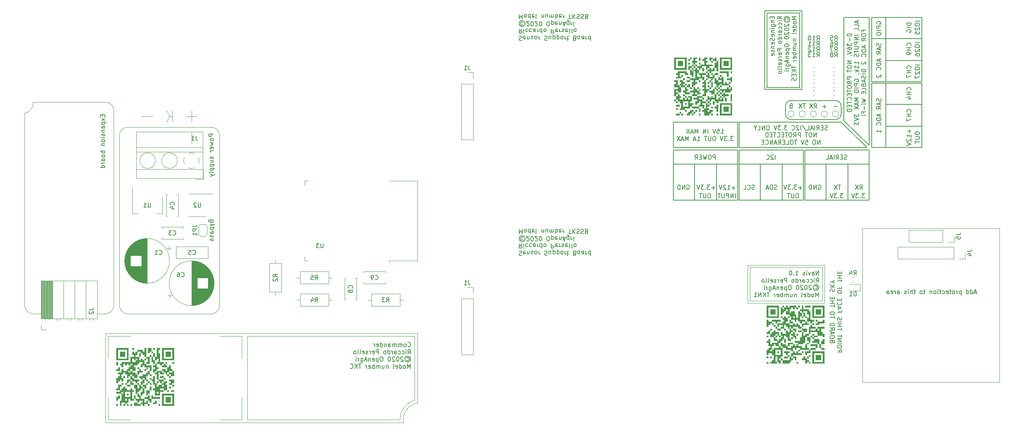
<source format=gbr>
G04 #@! TF.GenerationSoftware,KiCad,Pcbnew,(5.1.5-0-10_14)*
G04 #@! TF.CreationDate,2020-07-31T02:19:59+02:00*
G04 #@! TF.ProjectId,output.Panel,6f757470-7574-42e5-9061-6e656c2e6b69,rev?*
G04 #@! TF.SameCoordinates,Original*
G04 #@! TF.FileFunction,Legend,Bot*
G04 #@! TF.FilePolarity,Positive*
%FSLAX46Y46*%
G04 Gerber Fmt 4.6, Leading zero omitted, Abs format (unit mm)*
G04 Created by KiCad (PCBNEW (5.1.5-0-10_14)) date 2020-07-31 02:19:59*
%MOMM*%
%LPD*%
G04 APERTURE LIST*
%ADD10C,0.150000*%
%ADD11C,0.120000*%
%ADD12C,0.100000*%
G04 APERTURE END LIST*
D10*
X153037976Y-39595238D02*
X153180833Y-39547619D01*
X153418928Y-39547619D01*
X153514166Y-39595238D01*
X153561785Y-39642857D01*
X153609404Y-39738095D01*
X153609404Y-39833333D01*
X153561785Y-39928571D01*
X153514166Y-39976190D01*
X153418928Y-40023809D01*
X153228452Y-40071428D01*
X153133214Y-40119047D01*
X153085595Y-40166666D01*
X153037976Y-40261904D01*
X153037976Y-40357142D01*
X153085595Y-40452380D01*
X153133214Y-40500000D01*
X153228452Y-40547619D01*
X153466547Y-40547619D01*
X153609404Y-40500000D01*
X154418928Y-39595238D02*
X154323690Y-39547619D01*
X154133214Y-39547619D01*
X154037976Y-39595238D01*
X153990357Y-39690476D01*
X153990357Y-40071428D01*
X154037976Y-40166666D01*
X154133214Y-40214285D01*
X154323690Y-40214285D01*
X154418928Y-40166666D01*
X154466547Y-40071428D01*
X154466547Y-39976190D01*
X153990357Y-39880952D01*
X154895119Y-40214285D02*
X154895119Y-39547619D01*
X154895119Y-40119047D02*
X154942738Y-40166666D01*
X155037976Y-40214285D01*
X155180833Y-40214285D01*
X155276071Y-40166666D01*
X155323690Y-40071428D01*
X155323690Y-39547619D01*
X155752261Y-39595238D02*
X155847500Y-39547619D01*
X156037976Y-39547619D01*
X156133214Y-39595238D01*
X156180833Y-39690476D01*
X156180833Y-39738095D01*
X156133214Y-39833333D01*
X156037976Y-39880952D01*
X155895119Y-39880952D01*
X155799880Y-39928571D01*
X155752261Y-40023809D01*
X155752261Y-40071428D01*
X155799880Y-40166666D01*
X155895119Y-40214285D01*
X156037976Y-40214285D01*
X156133214Y-40166666D01*
X156752261Y-39547619D02*
X156657023Y-39595238D01*
X156609404Y-39642857D01*
X156561785Y-39738095D01*
X156561785Y-40023809D01*
X156609404Y-40119047D01*
X156657023Y-40166666D01*
X156752261Y-40214285D01*
X156895119Y-40214285D01*
X156990357Y-40166666D01*
X157037976Y-40119047D01*
X157085595Y-40023809D01*
X157085595Y-39738095D01*
X157037976Y-39642857D01*
X156990357Y-39595238D01*
X156895119Y-39547619D01*
X156752261Y-39547619D01*
X157514166Y-39547619D02*
X157514166Y-40214285D01*
X157514166Y-40023809D02*
X157561785Y-40119047D01*
X157609404Y-40166666D01*
X157704642Y-40214285D01*
X157799880Y-40214285D01*
X158847500Y-39595238D02*
X158990357Y-39547619D01*
X159228452Y-39547619D01*
X159323690Y-39595238D01*
X159371309Y-39642857D01*
X159418928Y-39738095D01*
X159418928Y-39833333D01*
X159371309Y-39928571D01*
X159323690Y-39976190D01*
X159228452Y-40023809D01*
X159037976Y-40071428D01*
X158942738Y-40119047D01*
X158895119Y-40166666D01*
X158847500Y-40261904D01*
X158847500Y-40357142D01*
X158895119Y-40452380D01*
X158942738Y-40500000D01*
X159037976Y-40547619D01*
X159276071Y-40547619D01*
X159418928Y-40500000D01*
X160276071Y-40214285D02*
X160276071Y-39547619D01*
X159847500Y-40214285D02*
X159847500Y-39690476D01*
X159895119Y-39595238D01*
X159990357Y-39547619D01*
X160133214Y-39547619D01*
X160228452Y-39595238D01*
X160276071Y-39642857D01*
X160752261Y-40214285D02*
X160752261Y-39214285D01*
X160752261Y-40166666D02*
X160847500Y-40214285D01*
X161037976Y-40214285D01*
X161133214Y-40166666D01*
X161180833Y-40119047D01*
X161228452Y-40023809D01*
X161228452Y-39738095D01*
X161180833Y-39642857D01*
X161133214Y-39595238D01*
X161037976Y-39547619D01*
X160847500Y-39547619D01*
X160752261Y-39595238D01*
X161657023Y-40214285D02*
X161657023Y-39214285D01*
X161657023Y-40166666D02*
X161752261Y-40214285D01*
X161942738Y-40214285D01*
X162037976Y-40166666D01*
X162085595Y-40119047D01*
X162133214Y-40023809D01*
X162133214Y-39738095D01*
X162085595Y-39642857D01*
X162037976Y-39595238D01*
X161942738Y-39547619D01*
X161752261Y-39547619D01*
X161657023Y-39595238D01*
X162704642Y-39547619D02*
X162609404Y-39595238D01*
X162561785Y-39642857D01*
X162514166Y-39738095D01*
X162514166Y-40023809D01*
X162561785Y-40119047D01*
X162609404Y-40166666D01*
X162704642Y-40214285D01*
X162847500Y-40214285D01*
X162942738Y-40166666D01*
X162990357Y-40119047D01*
X163037976Y-40023809D01*
X163037976Y-39738095D01*
X162990357Y-39642857D01*
X162942738Y-39595238D01*
X162847500Y-39547619D01*
X162704642Y-39547619D01*
X163466547Y-39547619D02*
X163466547Y-40214285D01*
X163466547Y-40023809D02*
X163514166Y-40119047D01*
X163561785Y-40166666D01*
X163657023Y-40214285D01*
X163752261Y-40214285D01*
X163942738Y-40214285D02*
X164323690Y-40214285D01*
X164085595Y-40547619D02*
X164085595Y-39690476D01*
X164133214Y-39595238D01*
X164228452Y-39547619D01*
X164323690Y-39547619D01*
X165752261Y-40071428D02*
X165895119Y-40023809D01*
X165942738Y-39976190D01*
X165990357Y-39880952D01*
X165990357Y-39738095D01*
X165942738Y-39642857D01*
X165895119Y-39595238D01*
X165799880Y-39547619D01*
X165418928Y-39547619D01*
X165418928Y-40547619D01*
X165752261Y-40547619D01*
X165847500Y-40500000D01*
X165895119Y-40452380D01*
X165942738Y-40357142D01*
X165942738Y-40261904D01*
X165895119Y-40166666D01*
X165847500Y-40119047D01*
X165752261Y-40071428D01*
X165418928Y-40071428D01*
X166561785Y-39547619D02*
X166466547Y-39595238D01*
X166418928Y-39642857D01*
X166371309Y-39738095D01*
X166371309Y-40023809D01*
X166418928Y-40119047D01*
X166466547Y-40166666D01*
X166561785Y-40214285D01*
X166704642Y-40214285D01*
X166799880Y-40166666D01*
X166847500Y-40119047D01*
X166895119Y-40023809D01*
X166895119Y-39738095D01*
X166847500Y-39642857D01*
X166799880Y-39595238D01*
X166704642Y-39547619D01*
X166561785Y-39547619D01*
X167752261Y-39547619D02*
X167752261Y-40071428D01*
X167704642Y-40166666D01*
X167609404Y-40214285D01*
X167418928Y-40214285D01*
X167323690Y-40166666D01*
X167752261Y-39595238D02*
X167657023Y-39547619D01*
X167418928Y-39547619D01*
X167323690Y-39595238D01*
X167276071Y-39690476D01*
X167276071Y-39785714D01*
X167323690Y-39880952D01*
X167418928Y-39928571D01*
X167657023Y-39928571D01*
X167752261Y-39976190D01*
X168228452Y-39547619D02*
X168228452Y-40214285D01*
X168228452Y-40023809D02*
X168276071Y-40119047D01*
X168323690Y-40166666D01*
X168418928Y-40214285D01*
X168514166Y-40214285D01*
X169276071Y-39547619D02*
X169276071Y-40547619D01*
X169276071Y-39595238D02*
X169180833Y-39547619D01*
X168990357Y-39547619D01*
X168895119Y-39595238D01*
X168847500Y-39642857D01*
X168799880Y-39738095D01*
X168799880Y-40023809D01*
X168847500Y-40119047D01*
X168895119Y-40166666D01*
X168990357Y-40214285D01*
X169180833Y-40214285D01*
X169276071Y-40166666D01*
X153657023Y-37897619D02*
X153323690Y-38373809D01*
X153085595Y-37897619D02*
X153085595Y-38897619D01*
X153466547Y-38897619D01*
X153561785Y-38850000D01*
X153609404Y-38802380D01*
X153657023Y-38707142D01*
X153657023Y-38564285D01*
X153609404Y-38469047D01*
X153561785Y-38421428D01*
X153466547Y-38373809D01*
X153085595Y-38373809D01*
X154085595Y-37897619D02*
X154085595Y-38564285D01*
X154085595Y-38897619D02*
X154037976Y-38850000D01*
X154085595Y-38802380D01*
X154133214Y-38850000D01*
X154085595Y-38897619D01*
X154085595Y-38802380D01*
X154990357Y-37945238D02*
X154895119Y-37897619D01*
X154704642Y-37897619D01*
X154609404Y-37945238D01*
X154561785Y-37992857D01*
X154514166Y-38088095D01*
X154514166Y-38373809D01*
X154561785Y-38469047D01*
X154609404Y-38516666D01*
X154704642Y-38564285D01*
X154895119Y-38564285D01*
X154990357Y-38516666D01*
X155847500Y-37945238D02*
X155752261Y-37897619D01*
X155561785Y-37897619D01*
X155466547Y-37945238D01*
X155418928Y-37992857D01*
X155371309Y-38088095D01*
X155371309Y-38373809D01*
X155418928Y-38469047D01*
X155466547Y-38516666D01*
X155561785Y-38564285D01*
X155752261Y-38564285D01*
X155847500Y-38516666D01*
X156704642Y-37897619D02*
X156704642Y-38421428D01*
X156657023Y-38516666D01*
X156561785Y-38564285D01*
X156371309Y-38564285D01*
X156276071Y-38516666D01*
X156704642Y-37945238D02*
X156609404Y-37897619D01*
X156371309Y-37897619D01*
X156276071Y-37945238D01*
X156228452Y-38040476D01*
X156228452Y-38135714D01*
X156276071Y-38230952D01*
X156371309Y-38278571D01*
X156609404Y-38278571D01*
X156704642Y-38326190D01*
X157180833Y-37897619D02*
X157180833Y-38564285D01*
X157180833Y-38373809D02*
X157228452Y-38469047D01*
X157276071Y-38516666D01*
X157371309Y-38564285D01*
X157466547Y-38564285D01*
X158228452Y-37897619D02*
X158228452Y-38897619D01*
X158228452Y-37945238D02*
X158133214Y-37897619D01*
X157942738Y-37897619D01*
X157847500Y-37945238D01*
X157799880Y-37992857D01*
X157752261Y-38088095D01*
X157752261Y-38373809D01*
X157799880Y-38469047D01*
X157847500Y-38516666D01*
X157942738Y-38564285D01*
X158133214Y-38564285D01*
X158228452Y-38516666D01*
X158847500Y-37897619D02*
X158752261Y-37945238D01*
X158704642Y-37992857D01*
X158657023Y-38088095D01*
X158657023Y-38373809D01*
X158704642Y-38469047D01*
X158752261Y-38516666D01*
X158847500Y-38564285D01*
X158990357Y-38564285D01*
X159085595Y-38516666D01*
X159133214Y-38469047D01*
X159180833Y-38373809D01*
X159180833Y-38088095D01*
X159133214Y-37992857D01*
X159085595Y-37945238D01*
X158990357Y-37897619D01*
X158847500Y-37897619D01*
X160371309Y-37897619D02*
X160371309Y-38897619D01*
X160752261Y-38897619D01*
X160847500Y-38850000D01*
X160895119Y-38802380D01*
X160942738Y-38707142D01*
X160942738Y-38564285D01*
X160895119Y-38469047D01*
X160847500Y-38421428D01*
X160752261Y-38373809D01*
X160371309Y-38373809D01*
X161752261Y-37945238D02*
X161657023Y-37897619D01*
X161466547Y-37897619D01*
X161371309Y-37945238D01*
X161323690Y-38040476D01*
X161323690Y-38421428D01*
X161371309Y-38516666D01*
X161466547Y-38564285D01*
X161657023Y-38564285D01*
X161752261Y-38516666D01*
X161799880Y-38421428D01*
X161799880Y-38326190D01*
X161323690Y-38230952D01*
X162228452Y-37897619D02*
X162228452Y-38564285D01*
X162228452Y-38373809D02*
X162276071Y-38469047D01*
X162323690Y-38516666D01*
X162418928Y-38564285D01*
X162514166Y-38564285D01*
X162799880Y-37945238D02*
X162895119Y-37897619D01*
X163085595Y-37897619D01*
X163180833Y-37945238D01*
X163228452Y-38040476D01*
X163228452Y-38088095D01*
X163180833Y-38183333D01*
X163085595Y-38230952D01*
X162942738Y-38230952D01*
X162847500Y-38278571D01*
X162799880Y-38373809D01*
X162799880Y-38421428D01*
X162847500Y-38516666D01*
X162942738Y-38564285D01*
X163085595Y-38564285D01*
X163180833Y-38516666D01*
X164037976Y-37945238D02*
X163942738Y-37897619D01*
X163752261Y-37897619D01*
X163657023Y-37945238D01*
X163609404Y-38040476D01*
X163609404Y-38421428D01*
X163657023Y-38516666D01*
X163752261Y-38564285D01*
X163942738Y-38564285D01*
X164037976Y-38516666D01*
X164085595Y-38421428D01*
X164085595Y-38326190D01*
X163609404Y-38230952D01*
X164657023Y-37897619D02*
X164561785Y-37945238D01*
X164514166Y-38040476D01*
X164514166Y-38897619D01*
X165180833Y-37897619D02*
X165085595Y-37945238D01*
X165037976Y-38040476D01*
X165037976Y-38897619D01*
X165704642Y-37897619D02*
X165609404Y-37945238D01*
X165561785Y-37992857D01*
X165514166Y-38088095D01*
X165514166Y-38373809D01*
X165561785Y-38469047D01*
X165609404Y-38516666D01*
X165704642Y-38564285D01*
X165847500Y-38564285D01*
X165942738Y-38516666D01*
X165990357Y-38469047D01*
X166037976Y-38373809D01*
X166037976Y-38088095D01*
X165990357Y-37992857D01*
X165942738Y-37945238D01*
X165847500Y-37897619D01*
X165704642Y-37897619D01*
X153895119Y-37009523D02*
X153799880Y-37057142D01*
X153609404Y-37057142D01*
X153514166Y-37009523D01*
X153418928Y-36914285D01*
X153371309Y-36819047D01*
X153371309Y-36628571D01*
X153418928Y-36533333D01*
X153514166Y-36438095D01*
X153609404Y-36390476D01*
X153799880Y-36390476D01*
X153895119Y-36438095D01*
X153704642Y-37390476D02*
X153466547Y-37342857D01*
X153228452Y-37200000D01*
X153085595Y-36961904D01*
X153037976Y-36723809D01*
X153085595Y-36485714D01*
X153228452Y-36247619D01*
X153466547Y-36104761D01*
X153704642Y-36057142D01*
X153942738Y-36104761D01*
X154180833Y-36247619D01*
X154323690Y-36485714D01*
X154371309Y-36723809D01*
X154323690Y-36961904D01*
X154180833Y-37200000D01*
X153942738Y-37342857D01*
X153704642Y-37390476D01*
X154752261Y-37152380D02*
X154799880Y-37200000D01*
X154895119Y-37247619D01*
X155133214Y-37247619D01*
X155228452Y-37200000D01*
X155276071Y-37152380D01*
X155323690Y-37057142D01*
X155323690Y-36961904D01*
X155276071Y-36819047D01*
X154704642Y-36247619D01*
X155323690Y-36247619D01*
X155942738Y-37247619D02*
X156037976Y-37247619D01*
X156133214Y-37200000D01*
X156180833Y-37152380D01*
X156228452Y-37057142D01*
X156276071Y-36866666D01*
X156276071Y-36628571D01*
X156228452Y-36438095D01*
X156180833Y-36342857D01*
X156133214Y-36295238D01*
X156037976Y-36247619D01*
X155942738Y-36247619D01*
X155847500Y-36295238D01*
X155799880Y-36342857D01*
X155752261Y-36438095D01*
X155704642Y-36628571D01*
X155704642Y-36866666D01*
X155752261Y-37057142D01*
X155799880Y-37152380D01*
X155847500Y-37200000D01*
X155942738Y-37247619D01*
X156657023Y-37152380D02*
X156704642Y-37200000D01*
X156799880Y-37247619D01*
X157037976Y-37247619D01*
X157133214Y-37200000D01*
X157180833Y-37152380D01*
X157228452Y-37057142D01*
X157228452Y-36961904D01*
X157180833Y-36819047D01*
X156609404Y-36247619D01*
X157228452Y-36247619D01*
X157847500Y-37247619D02*
X157942738Y-37247619D01*
X158037976Y-37200000D01*
X158085595Y-37152380D01*
X158133214Y-37057142D01*
X158180833Y-36866666D01*
X158180833Y-36628571D01*
X158133214Y-36438095D01*
X158085595Y-36342857D01*
X158037976Y-36295238D01*
X157942738Y-36247619D01*
X157847500Y-36247619D01*
X157752261Y-36295238D01*
X157704642Y-36342857D01*
X157657023Y-36438095D01*
X157609404Y-36628571D01*
X157609404Y-36866666D01*
X157657023Y-37057142D01*
X157704642Y-37152380D01*
X157752261Y-37200000D01*
X157847500Y-37247619D01*
X159561785Y-37247619D02*
X159752261Y-37247619D01*
X159847500Y-37200000D01*
X159942738Y-37104761D01*
X159990357Y-36914285D01*
X159990357Y-36580952D01*
X159942738Y-36390476D01*
X159847500Y-36295238D01*
X159752261Y-36247619D01*
X159561785Y-36247619D01*
X159466547Y-36295238D01*
X159371309Y-36390476D01*
X159323690Y-36580952D01*
X159323690Y-36914285D01*
X159371309Y-37104761D01*
X159466547Y-37200000D01*
X159561785Y-37247619D01*
X160418928Y-36914285D02*
X160418928Y-35914285D01*
X160418928Y-36866666D02*
X160514166Y-36914285D01*
X160704642Y-36914285D01*
X160799880Y-36866666D01*
X160847500Y-36819047D01*
X160895119Y-36723809D01*
X160895119Y-36438095D01*
X160847500Y-36342857D01*
X160799880Y-36295238D01*
X160704642Y-36247619D01*
X160514166Y-36247619D01*
X160418928Y-36295238D01*
X161704642Y-36295238D02*
X161609404Y-36247619D01*
X161418928Y-36247619D01*
X161323690Y-36295238D01*
X161276071Y-36390476D01*
X161276071Y-36771428D01*
X161323690Y-36866666D01*
X161418928Y-36914285D01*
X161609404Y-36914285D01*
X161704642Y-36866666D01*
X161752261Y-36771428D01*
X161752261Y-36676190D01*
X161276071Y-36580952D01*
X162180833Y-36914285D02*
X162180833Y-36247619D01*
X162180833Y-36819047D02*
X162228452Y-36866666D01*
X162323690Y-36914285D01*
X162466547Y-36914285D01*
X162561785Y-36866666D01*
X162609404Y-36771428D01*
X162609404Y-36247619D01*
X163037976Y-36533333D02*
X163514166Y-36533333D01*
X162942738Y-36247619D02*
X163276071Y-37247619D01*
X163609404Y-36247619D01*
X164371309Y-36914285D02*
X164371309Y-36104761D01*
X164323690Y-36009523D01*
X164276071Y-35961904D01*
X164180833Y-35914285D01*
X164037976Y-35914285D01*
X163942738Y-35961904D01*
X164371309Y-36295238D02*
X164276071Y-36247619D01*
X164085595Y-36247619D01*
X163990357Y-36295238D01*
X163942738Y-36342857D01*
X163895119Y-36438095D01*
X163895119Y-36723809D01*
X163942738Y-36819047D01*
X163990357Y-36866666D01*
X164085595Y-36914285D01*
X164276071Y-36914285D01*
X164371309Y-36866666D01*
X164847500Y-36247619D02*
X164847500Y-36914285D01*
X164847500Y-36723809D02*
X164895119Y-36819047D01*
X164942738Y-36866666D01*
X165037976Y-36914285D01*
X165133214Y-36914285D01*
X165466547Y-36247619D02*
X165466547Y-36914285D01*
X165466547Y-37247619D02*
X165418928Y-37200000D01*
X165466547Y-37152380D01*
X165514166Y-37200000D01*
X165466547Y-37247619D01*
X165466547Y-37152380D01*
X153085595Y-34597619D02*
X153085595Y-35597619D01*
X153418928Y-34883333D01*
X153752261Y-35597619D01*
X153752261Y-34597619D01*
X154371309Y-34597619D02*
X154276071Y-34645238D01*
X154228452Y-34692857D01*
X154180833Y-34788095D01*
X154180833Y-35073809D01*
X154228452Y-35169047D01*
X154276071Y-35216666D01*
X154371309Y-35264285D01*
X154514166Y-35264285D01*
X154609404Y-35216666D01*
X154657023Y-35169047D01*
X154704642Y-35073809D01*
X154704642Y-34788095D01*
X154657023Y-34692857D01*
X154609404Y-34645238D01*
X154514166Y-34597619D01*
X154371309Y-34597619D01*
X155561785Y-34597619D02*
X155561785Y-35597619D01*
X155561785Y-34645238D02*
X155466547Y-34597619D01*
X155276071Y-34597619D01*
X155180833Y-34645238D01*
X155133214Y-34692857D01*
X155085595Y-34788095D01*
X155085595Y-35073809D01*
X155133214Y-35169047D01*
X155180833Y-35216666D01*
X155276071Y-35264285D01*
X155466547Y-35264285D01*
X155561785Y-35216666D01*
X156418928Y-34645238D02*
X156323690Y-34597619D01*
X156133214Y-34597619D01*
X156037976Y-34645238D01*
X155990357Y-34740476D01*
X155990357Y-35121428D01*
X156037976Y-35216666D01*
X156133214Y-35264285D01*
X156323690Y-35264285D01*
X156418928Y-35216666D01*
X156466547Y-35121428D01*
X156466547Y-35026190D01*
X155990357Y-34930952D01*
X157037976Y-34597619D02*
X156942738Y-34645238D01*
X156895119Y-34740476D01*
X156895119Y-35597619D01*
X158180833Y-35264285D02*
X158180833Y-34597619D01*
X158180833Y-35169047D02*
X158228452Y-35216666D01*
X158323690Y-35264285D01*
X158466547Y-35264285D01*
X158561785Y-35216666D01*
X158609404Y-35121428D01*
X158609404Y-34597619D01*
X159514166Y-35264285D02*
X159514166Y-34597619D01*
X159085595Y-35264285D02*
X159085595Y-34740476D01*
X159133214Y-34645238D01*
X159228452Y-34597619D01*
X159371309Y-34597619D01*
X159466547Y-34645238D01*
X159514166Y-34692857D01*
X159990357Y-34597619D02*
X159990357Y-35264285D01*
X159990357Y-35169047D02*
X160037976Y-35216666D01*
X160133214Y-35264285D01*
X160276071Y-35264285D01*
X160371309Y-35216666D01*
X160418928Y-35121428D01*
X160418928Y-34597619D01*
X160418928Y-35121428D02*
X160466547Y-35216666D01*
X160561785Y-35264285D01*
X160704642Y-35264285D01*
X160799880Y-35216666D01*
X160847500Y-35121428D01*
X160847500Y-34597619D01*
X161323690Y-34597619D02*
X161323690Y-35597619D01*
X161323690Y-35216666D02*
X161418928Y-35264285D01*
X161609404Y-35264285D01*
X161704642Y-35216666D01*
X161752261Y-35169047D01*
X161799880Y-35073809D01*
X161799880Y-34788095D01*
X161752261Y-34692857D01*
X161704642Y-34645238D01*
X161609404Y-34597619D01*
X161418928Y-34597619D01*
X161323690Y-34645238D01*
X162609404Y-34645238D02*
X162514166Y-34597619D01*
X162323690Y-34597619D01*
X162228452Y-34645238D01*
X162180833Y-34740476D01*
X162180833Y-35121428D01*
X162228452Y-35216666D01*
X162323690Y-35264285D01*
X162514166Y-35264285D01*
X162609404Y-35216666D01*
X162657023Y-35121428D01*
X162657023Y-35026190D01*
X162180833Y-34930952D01*
X163085595Y-34597619D02*
X163085595Y-35264285D01*
X163085595Y-35073809D02*
X163133214Y-35169047D01*
X163180833Y-35216666D01*
X163276071Y-35264285D01*
X163371309Y-35264285D01*
X164323690Y-35597619D02*
X164895119Y-35597619D01*
X164609404Y-34597619D02*
X164609404Y-35597619D01*
X165228452Y-34597619D02*
X165228452Y-35597619D01*
X165799880Y-34597619D02*
X165371309Y-35169047D01*
X165799880Y-35597619D02*
X165228452Y-35026190D01*
X166180833Y-34645238D02*
X166323690Y-34597619D01*
X166561785Y-34597619D01*
X166657023Y-34645238D01*
X166704642Y-34692857D01*
X166752261Y-34788095D01*
X166752261Y-34883333D01*
X166704642Y-34978571D01*
X166657023Y-35026190D01*
X166561785Y-35073809D01*
X166371309Y-35121428D01*
X166276071Y-35169047D01*
X166228452Y-35216666D01*
X166180833Y-35311904D01*
X166180833Y-35407142D01*
X166228452Y-35502380D01*
X166276071Y-35550000D01*
X166371309Y-35597619D01*
X166609404Y-35597619D01*
X166752261Y-35550000D01*
X167133214Y-34645238D02*
X167276071Y-34597619D01*
X167514166Y-34597619D01*
X167609404Y-34645238D01*
X167657023Y-34692857D01*
X167704642Y-34788095D01*
X167704642Y-34883333D01*
X167657023Y-34978571D01*
X167609404Y-35026190D01*
X167514166Y-35073809D01*
X167323690Y-35121428D01*
X167228452Y-35169047D01*
X167180833Y-35216666D01*
X167133214Y-35311904D01*
X167133214Y-35407142D01*
X167180833Y-35502380D01*
X167228452Y-35550000D01*
X167323690Y-35597619D01*
X167561785Y-35597619D01*
X167704642Y-35550000D01*
X168466547Y-35121428D02*
X168609404Y-35073809D01*
X168657023Y-35026190D01*
X168704642Y-34930952D01*
X168704642Y-34788095D01*
X168657023Y-34692857D01*
X168609404Y-34645238D01*
X168514166Y-34597619D01*
X168133214Y-34597619D01*
X168133214Y-35597619D01*
X168466547Y-35597619D01*
X168561785Y-35550000D01*
X168609404Y-35502380D01*
X168657023Y-35407142D01*
X168657023Y-35311904D01*
X168609404Y-35216666D01*
X168561785Y-35169047D01*
X168466547Y-35121428D01*
X168133214Y-35121428D01*
D11*
X125857131Y-127004999D02*
G75*
G02X129210001Y-122560001I4622869J-1D01*
G01*
X126670001Y-127639999D02*
G75*
G02X129845001Y-123195001I3809999J634999D01*
G01*
X42232356Y-54613072D02*
G75*
G02X40309999Y-57154999I-2303356J-255928D01*
G01*
D10*
X83307380Y-61935595D02*
X82307380Y-61935595D01*
X82307380Y-62316547D01*
X82355000Y-62411785D01*
X82402619Y-62459404D01*
X82497857Y-62507023D01*
X82640714Y-62507023D01*
X82735952Y-62459404D01*
X82783571Y-62411785D01*
X82831190Y-62316547D01*
X82831190Y-61935595D01*
X83307380Y-63078452D02*
X83259761Y-62983214D01*
X83212142Y-62935595D01*
X83116904Y-62887976D01*
X82831190Y-62887976D01*
X82735952Y-62935595D01*
X82688333Y-62983214D01*
X82640714Y-63078452D01*
X82640714Y-63221309D01*
X82688333Y-63316547D01*
X82735952Y-63364166D01*
X82831190Y-63411785D01*
X83116904Y-63411785D01*
X83212142Y-63364166D01*
X83259761Y-63316547D01*
X83307380Y-63221309D01*
X83307380Y-63078452D01*
X82640714Y-63745119D02*
X83307380Y-63935595D01*
X82831190Y-64126071D01*
X83307380Y-64316547D01*
X82640714Y-64507023D01*
X83259761Y-65268928D02*
X83307380Y-65173690D01*
X83307380Y-64983214D01*
X83259761Y-64887976D01*
X83164523Y-64840357D01*
X82783571Y-64840357D01*
X82688333Y-64887976D01*
X82640714Y-64983214D01*
X82640714Y-65173690D01*
X82688333Y-65268928D01*
X82783571Y-65316547D01*
X82878809Y-65316547D01*
X82974047Y-64840357D01*
X83307380Y-65745119D02*
X82640714Y-65745119D01*
X82831190Y-65745119D02*
X82735952Y-65792738D01*
X82688333Y-65840357D01*
X82640714Y-65935595D01*
X82640714Y-66030833D01*
X83259761Y-67078452D02*
X83307380Y-67173690D01*
X83307380Y-67364166D01*
X83259761Y-67459404D01*
X83164523Y-67507023D01*
X83116904Y-67507023D01*
X83021666Y-67459404D01*
X82974047Y-67364166D01*
X82974047Y-67221309D01*
X82926428Y-67126071D01*
X82831190Y-67078452D01*
X82783571Y-67078452D01*
X82688333Y-67126071D01*
X82640714Y-67221309D01*
X82640714Y-67364166D01*
X82688333Y-67459404D01*
X82640714Y-68364166D02*
X83307380Y-68364166D01*
X82640714Y-67935595D02*
X83164523Y-67935595D01*
X83259761Y-67983214D01*
X83307380Y-68078452D01*
X83307380Y-68221309D01*
X83259761Y-68316547D01*
X83212142Y-68364166D01*
X82640714Y-68840357D02*
X83640714Y-68840357D01*
X82688333Y-68840357D02*
X82640714Y-68935595D01*
X82640714Y-69126071D01*
X82688333Y-69221309D01*
X82735952Y-69268928D01*
X82831190Y-69316547D01*
X83116904Y-69316547D01*
X83212142Y-69268928D01*
X83259761Y-69221309D01*
X83307380Y-69126071D01*
X83307380Y-68935595D01*
X83259761Y-68840357D01*
X82640714Y-69745119D02*
X83640714Y-69745119D01*
X82688333Y-69745119D02*
X82640714Y-69840357D01*
X82640714Y-70030833D01*
X82688333Y-70126071D01*
X82735952Y-70173690D01*
X82831190Y-70221309D01*
X83116904Y-70221309D01*
X83212142Y-70173690D01*
X83259761Y-70126071D01*
X83307380Y-70030833D01*
X83307380Y-69840357D01*
X83259761Y-69745119D01*
X83307380Y-70792738D02*
X83259761Y-70697500D01*
X83164523Y-70649880D01*
X82307380Y-70649880D01*
X82640714Y-71078452D02*
X83307380Y-71316547D01*
X82640714Y-71554642D02*
X83307380Y-71316547D01*
X83545476Y-71221309D01*
X83593095Y-71173690D01*
X83640714Y-71078452D01*
X58018571Y-57490595D02*
X58018571Y-57823928D01*
X58542380Y-57966785D02*
X58542380Y-57490595D01*
X57542380Y-57490595D01*
X57542380Y-57966785D01*
X58542380Y-58300119D02*
X57875714Y-58823928D01*
X57875714Y-58300119D02*
X58542380Y-58823928D01*
X57875714Y-59204880D02*
X58875714Y-59204880D01*
X57923333Y-59204880D02*
X57875714Y-59300119D01*
X57875714Y-59490595D01*
X57923333Y-59585833D01*
X57970952Y-59633452D01*
X58066190Y-59681071D01*
X58351904Y-59681071D01*
X58447142Y-59633452D01*
X58494761Y-59585833D01*
X58542380Y-59490595D01*
X58542380Y-59300119D01*
X58494761Y-59204880D01*
X58542380Y-60538214D02*
X58018571Y-60538214D01*
X57923333Y-60490595D01*
X57875714Y-60395357D01*
X57875714Y-60204880D01*
X57923333Y-60109642D01*
X58494761Y-60538214D02*
X58542380Y-60442976D01*
X58542380Y-60204880D01*
X58494761Y-60109642D01*
X58399523Y-60062023D01*
X58304285Y-60062023D01*
X58209047Y-60109642D01*
X58161428Y-60204880D01*
X58161428Y-60442976D01*
X58113809Y-60538214D01*
X57875714Y-61014404D02*
X58542380Y-61014404D01*
X57970952Y-61014404D02*
X57923333Y-61062023D01*
X57875714Y-61157261D01*
X57875714Y-61300119D01*
X57923333Y-61395357D01*
X58018571Y-61442976D01*
X58542380Y-61442976D01*
X58494761Y-61871547D02*
X58542380Y-61966785D01*
X58542380Y-62157261D01*
X58494761Y-62252500D01*
X58399523Y-62300119D01*
X58351904Y-62300119D01*
X58256666Y-62252500D01*
X58209047Y-62157261D01*
X58209047Y-62014404D01*
X58161428Y-61919166D01*
X58066190Y-61871547D01*
X58018571Y-61871547D01*
X57923333Y-61919166D01*
X57875714Y-62014404D01*
X57875714Y-62157261D01*
X57923333Y-62252500D01*
X58542380Y-62728690D02*
X57875714Y-62728690D01*
X57542380Y-62728690D02*
X57590000Y-62681071D01*
X57637619Y-62728690D01*
X57590000Y-62776309D01*
X57542380Y-62728690D01*
X57637619Y-62728690D01*
X58542380Y-63347738D02*
X58494761Y-63252500D01*
X58447142Y-63204880D01*
X58351904Y-63157261D01*
X58066190Y-63157261D01*
X57970952Y-63204880D01*
X57923333Y-63252500D01*
X57875714Y-63347738D01*
X57875714Y-63490595D01*
X57923333Y-63585833D01*
X57970952Y-63633452D01*
X58066190Y-63681071D01*
X58351904Y-63681071D01*
X58447142Y-63633452D01*
X58494761Y-63585833D01*
X58542380Y-63490595D01*
X58542380Y-63347738D01*
X57875714Y-64109642D02*
X58542380Y-64109642D01*
X57970952Y-64109642D02*
X57923333Y-64157261D01*
X57875714Y-64252500D01*
X57875714Y-64395357D01*
X57923333Y-64490595D01*
X58018571Y-64538214D01*
X58542380Y-64538214D01*
X58542380Y-65776309D02*
X57542380Y-65776309D01*
X57923333Y-65776309D02*
X57875714Y-65871547D01*
X57875714Y-66062023D01*
X57923333Y-66157261D01*
X57970952Y-66204880D01*
X58066190Y-66252500D01*
X58351904Y-66252500D01*
X58447142Y-66204880D01*
X58494761Y-66157261D01*
X58542380Y-66062023D01*
X58542380Y-65871547D01*
X58494761Y-65776309D01*
X58542380Y-66823928D02*
X58494761Y-66728690D01*
X58447142Y-66681071D01*
X58351904Y-66633452D01*
X58066190Y-66633452D01*
X57970952Y-66681071D01*
X57923333Y-66728690D01*
X57875714Y-66823928D01*
X57875714Y-66966785D01*
X57923333Y-67062023D01*
X57970952Y-67109642D01*
X58066190Y-67157261D01*
X58351904Y-67157261D01*
X58447142Y-67109642D01*
X58494761Y-67062023D01*
X58542380Y-66966785D01*
X58542380Y-66823928D01*
X58542380Y-68014404D02*
X58018571Y-68014404D01*
X57923333Y-67966785D01*
X57875714Y-67871547D01*
X57875714Y-67681071D01*
X57923333Y-67585833D01*
X58494761Y-68014404D02*
X58542380Y-67919166D01*
X58542380Y-67681071D01*
X58494761Y-67585833D01*
X58399523Y-67538214D01*
X58304285Y-67538214D01*
X58209047Y-67585833D01*
X58161428Y-67681071D01*
X58161428Y-67919166D01*
X58113809Y-68014404D01*
X58542380Y-68490595D02*
X57875714Y-68490595D01*
X58066190Y-68490595D02*
X57970952Y-68538214D01*
X57923333Y-68585833D01*
X57875714Y-68681071D01*
X57875714Y-68776309D01*
X58542380Y-69538214D02*
X57542380Y-69538214D01*
X58494761Y-69538214D02*
X58542380Y-69442976D01*
X58542380Y-69252500D01*
X58494761Y-69157261D01*
X58447142Y-69109642D01*
X58351904Y-69062023D01*
X58066190Y-69062023D01*
X57970952Y-69109642D01*
X57923333Y-69157261D01*
X57875714Y-69252500D01*
X57875714Y-69442976D01*
X57923333Y-69538214D01*
D11*
X58725000Y-54615000D02*
X42215000Y-54615000D01*
X40310000Y-100970000D02*
X40310000Y-57155000D01*
X58725000Y-54615000D02*
G75*
G02X60630000Y-56520000I0J-1905000D01*
G01*
X60630000Y-100970000D02*
X60630000Y-56520000D01*
X42215000Y-102875000D02*
G75*
G02X40310000Y-100970000I0J1905000D01*
G01*
X44120000Y-102875000D02*
X42215000Y-102875000D01*
X58725000Y-102875000D02*
X56820000Y-102875000D01*
X60630000Y-100970000D02*
G75*
G02X58725000Y-102875000I-1905000J0D01*
G01*
D10*
X82783571Y-81801190D02*
X82831190Y-81944047D01*
X82878809Y-81991666D01*
X82974047Y-82039285D01*
X83116904Y-82039285D01*
X83212142Y-81991666D01*
X83259761Y-81944047D01*
X83307380Y-81848809D01*
X83307380Y-81467857D01*
X82307380Y-81467857D01*
X82307380Y-81801190D01*
X82355000Y-81896428D01*
X82402619Y-81944047D01*
X82497857Y-81991666D01*
X82593095Y-81991666D01*
X82688333Y-81944047D01*
X82735952Y-81896428D01*
X82783571Y-81801190D01*
X82783571Y-81467857D01*
X82640714Y-82372619D02*
X83307380Y-82610714D01*
X82640714Y-82848809D02*
X83307380Y-82610714D01*
X83545476Y-82515476D01*
X83593095Y-82467857D01*
X83640714Y-82372619D01*
X82640714Y-83229761D02*
X83640714Y-83229761D01*
X82688333Y-83229761D02*
X82640714Y-83325000D01*
X82640714Y-83515476D01*
X82688333Y-83610714D01*
X82735952Y-83658333D01*
X82831190Y-83705952D01*
X83116904Y-83705952D01*
X83212142Y-83658333D01*
X83259761Y-83610714D01*
X83307380Y-83515476D01*
X83307380Y-83325000D01*
X83259761Y-83229761D01*
X83307380Y-84563095D02*
X82783571Y-84563095D01*
X82688333Y-84515476D01*
X82640714Y-84420238D01*
X82640714Y-84229761D01*
X82688333Y-84134523D01*
X83259761Y-84563095D02*
X83307380Y-84467857D01*
X83307380Y-84229761D01*
X83259761Y-84134523D01*
X83164523Y-84086904D01*
X83069285Y-84086904D01*
X82974047Y-84134523D01*
X82926428Y-84229761D01*
X82926428Y-84467857D01*
X82878809Y-84563095D01*
X83259761Y-84991666D02*
X83307380Y-85086904D01*
X83307380Y-85277380D01*
X83259761Y-85372619D01*
X83164523Y-85420238D01*
X83116904Y-85420238D01*
X83021666Y-85372619D01*
X82974047Y-85277380D01*
X82974047Y-85134523D01*
X82926428Y-85039285D01*
X82831190Y-84991666D01*
X82783571Y-84991666D01*
X82688333Y-85039285D01*
X82640714Y-85134523D01*
X82640714Y-85277380D01*
X82688333Y-85372619D01*
X83259761Y-85801190D02*
X83307380Y-85896428D01*
X83307380Y-86086904D01*
X83259761Y-86182142D01*
X83164523Y-86229761D01*
X83116904Y-86229761D01*
X83021666Y-86182142D01*
X82974047Y-86086904D01*
X82974047Y-85944047D01*
X82926428Y-85848809D01*
X82831190Y-85801190D01*
X82783571Y-85801190D01*
X82688333Y-85848809D01*
X82640714Y-85944047D01*
X82640714Y-86086904D01*
X82688333Y-86182142D01*
D11*
X73330000Y-57790000D02*
X73965000Y-57790000D01*
X72695000Y-56520000D02*
X73330000Y-57790000D01*
X73965000Y-59060000D02*
X73965000Y-56520000D01*
X73330000Y-57790000D02*
X72695000Y-59060000D01*
X79680000Y-57790000D02*
X77140000Y-57790000D01*
X78410000Y-64140000D02*
X78410000Y-62870000D01*
X78410000Y-56520000D02*
X78410000Y-59060000D01*
X78410000Y-62870000D02*
X78410000Y-61600000D01*
X69520000Y-57790000D02*
X66980000Y-57790000D01*
X68250000Y-57790000D02*
X69520000Y-57790000D01*
X84760000Y-100970000D02*
G75*
G02X82855000Y-102875000I-1905000J0D01*
G01*
X63805000Y-102875000D02*
G75*
G02X61900000Y-100970000I0J1905000D01*
G01*
X61900000Y-62235000D02*
G75*
G02X63805000Y-60330000I1905000J0D01*
G01*
X82855000Y-60330000D02*
G75*
G02X84760000Y-62235000I0J-1905000D01*
G01*
X61900000Y-100970000D02*
X61900000Y-62235000D01*
X82855000Y-102875000D02*
X63805000Y-102875000D01*
X84760000Y-62235000D02*
X84760000Y-100970000D01*
X63805000Y-60330000D02*
X82855000Y-60330000D01*
X58725000Y-127640000D02*
X58725000Y-107320000D01*
X126670000Y-127640000D02*
X58725000Y-127640000D01*
X129845000Y-107320000D02*
X129845000Y-123195000D01*
X58725000Y-107320000D02*
X129845000Y-107320000D01*
X59360000Y-127005000D02*
X64440000Y-127005000D01*
X59360000Y-127005000D02*
X59360000Y-121925000D01*
X59360000Y-107955000D02*
X59360000Y-113035000D01*
X59360000Y-107955000D02*
X64440000Y-107955000D01*
X89840000Y-127005000D02*
X84760000Y-127005000D01*
X89840000Y-127005000D02*
X89840000Y-121925000D01*
X89840000Y-107955000D02*
X89840000Y-113035000D01*
X84760000Y-107955000D02*
X89840000Y-107955000D01*
D10*
X127667976Y-110282142D02*
X127715595Y-110329761D01*
X127858452Y-110377380D01*
X127953690Y-110377380D01*
X128096547Y-110329761D01*
X128191785Y-110234523D01*
X128239404Y-110139285D01*
X128287023Y-109948809D01*
X128287023Y-109805952D01*
X128239404Y-109615476D01*
X128191785Y-109520238D01*
X128096547Y-109425000D01*
X127953690Y-109377380D01*
X127858452Y-109377380D01*
X127715595Y-109425000D01*
X127667976Y-109472619D01*
X127096547Y-110377380D02*
X127191785Y-110329761D01*
X127239404Y-110282142D01*
X127287023Y-110186904D01*
X127287023Y-109901190D01*
X127239404Y-109805952D01*
X127191785Y-109758333D01*
X127096547Y-109710714D01*
X126953690Y-109710714D01*
X126858452Y-109758333D01*
X126810833Y-109805952D01*
X126763214Y-109901190D01*
X126763214Y-110186904D01*
X126810833Y-110282142D01*
X126858452Y-110329761D01*
X126953690Y-110377380D01*
X127096547Y-110377380D01*
X126334642Y-110377380D02*
X126334642Y-109710714D01*
X126334642Y-109805952D02*
X126287023Y-109758333D01*
X126191785Y-109710714D01*
X126048928Y-109710714D01*
X125953690Y-109758333D01*
X125906071Y-109853571D01*
X125906071Y-110377380D01*
X125906071Y-109853571D02*
X125858452Y-109758333D01*
X125763214Y-109710714D01*
X125620357Y-109710714D01*
X125525119Y-109758333D01*
X125477500Y-109853571D01*
X125477500Y-110377380D01*
X125001309Y-110377380D02*
X125001309Y-109710714D01*
X125001309Y-109805952D02*
X124953690Y-109758333D01*
X124858452Y-109710714D01*
X124715595Y-109710714D01*
X124620357Y-109758333D01*
X124572738Y-109853571D01*
X124572738Y-110377380D01*
X124572738Y-109853571D02*
X124525119Y-109758333D01*
X124429880Y-109710714D01*
X124287023Y-109710714D01*
X124191785Y-109758333D01*
X124144166Y-109853571D01*
X124144166Y-110377380D01*
X123239404Y-110377380D02*
X123239404Y-109853571D01*
X123287023Y-109758333D01*
X123382261Y-109710714D01*
X123572738Y-109710714D01*
X123667976Y-109758333D01*
X123239404Y-110329761D02*
X123334642Y-110377380D01*
X123572738Y-110377380D01*
X123667976Y-110329761D01*
X123715595Y-110234523D01*
X123715595Y-110139285D01*
X123667976Y-110044047D01*
X123572738Y-109996428D01*
X123334642Y-109996428D01*
X123239404Y-109948809D01*
X122763214Y-109710714D02*
X122763214Y-110377380D01*
X122763214Y-109805952D02*
X122715595Y-109758333D01*
X122620357Y-109710714D01*
X122477500Y-109710714D01*
X122382261Y-109758333D01*
X122334642Y-109853571D01*
X122334642Y-110377380D01*
X121429880Y-110377380D02*
X121429880Y-109377380D01*
X121429880Y-110329761D02*
X121525119Y-110377380D01*
X121715595Y-110377380D01*
X121810833Y-110329761D01*
X121858452Y-110282142D01*
X121906071Y-110186904D01*
X121906071Y-109901190D01*
X121858452Y-109805952D01*
X121810833Y-109758333D01*
X121715595Y-109710714D01*
X121525119Y-109710714D01*
X121429880Y-109758333D01*
X120572738Y-110329761D02*
X120667976Y-110377380D01*
X120858452Y-110377380D01*
X120953690Y-110329761D01*
X121001309Y-110234523D01*
X121001309Y-109853571D01*
X120953690Y-109758333D01*
X120858452Y-109710714D01*
X120667976Y-109710714D01*
X120572738Y-109758333D01*
X120525119Y-109853571D01*
X120525119Y-109948809D01*
X121001309Y-110044047D01*
X120096547Y-110377380D02*
X120096547Y-109710714D01*
X120096547Y-109901190D02*
X120048928Y-109805952D01*
X120001309Y-109758333D01*
X119906071Y-109710714D01*
X119810833Y-109710714D01*
X127667976Y-112027380D02*
X128001309Y-111551190D01*
X128239404Y-112027380D02*
X128239404Y-111027380D01*
X127858452Y-111027380D01*
X127763214Y-111075000D01*
X127715595Y-111122619D01*
X127667976Y-111217857D01*
X127667976Y-111360714D01*
X127715595Y-111455952D01*
X127763214Y-111503571D01*
X127858452Y-111551190D01*
X128239404Y-111551190D01*
X127239404Y-112027380D02*
X127239404Y-111360714D01*
X127239404Y-111027380D02*
X127287023Y-111075000D01*
X127239404Y-111122619D01*
X127191785Y-111075000D01*
X127239404Y-111027380D01*
X127239404Y-111122619D01*
X126334642Y-111979761D02*
X126429880Y-112027380D01*
X126620357Y-112027380D01*
X126715595Y-111979761D01*
X126763214Y-111932142D01*
X126810833Y-111836904D01*
X126810833Y-111551190D01*
X126763214Y-111455952D01*
X126715595Y-111408333D01*
X126620357Y-111360714D01*
X126429880Y-111360714D01*
X126334642Y-111408333D01*
X125477500Y-111979761D02*
X125572738Y-112027380D01*
X125763214Y-112027380D01*
X125858452Y-111979761D01*
X125906071Y-111932142D01*
X125953690Y-111836904D01*
X125953690Y-111551190D01*
X125906071Y-111455952D01*
X125858452Y-111408333D01*
X125763214Y-111360714D01*
X125572738Y-111360714D01*
X125477500Y-111408333D01*
X124620357Y-112027380D02*
X124620357Y-111503571D01*
X124667976Y-111408333D01*
X124763214Y-111360714D01*
X124953690Y-111360714D01*
X125048928Y-111408333D01*
X124620357Y-111979761D02*
X124715595Y-112027380D01*
X124953690Y-112027380D01*
X125048928Y-111979761D01*
X125096547Y-111884523D01*
X125096547Y-111789285D01*
X125048928Y-111694047D01*
X124953690Y-111646428D01*
X124715595Y-111646428D01*
X124620357Y-111598809D01*
X124144166Y-112027380D02*
X124144166Y-111360714D01*
X124144166Y-111551190D02*
X124096547Y-111455952D01*
X124048928Y-111408333D01*
X123953690Y-111360714D01*
X123858452Y-111360714D01*
X123096547Y-112027380D02*
X123096547Y-111027380D01*
X123096547Y-111979761D02*
X123191785Y-112027380D01*
X123382261Y-112027380D01*
X123477500Y-111979761D01*
X123525119Y-111932142D01*
X123572738Y-111836904D01*
X123572738Y-111551190D01*
X123525119Y-111455952D01*
X123477500Y-111408333D01*
X123382261Y-111360714D01*
X123191785Y-111360714D01*
X123096547Y-111408333D01*
X122477500Y-112027380D02*
X122572738Y-111979761D01*
X122620357Y-111932142D01*
X122667976Y-111836904D01*
X122667976Y-111551190D01*
X122620357Y-111455952D01*
X122572738Y-111408333D01*
X122477500Y-111360714D01*
X122334642Y-111360714D01*
X122239404Y-111408333D01*
X122191785Y-111455952D01*
X122144166Y-111551190D01*
X122144166Y-111836904D01*
X122191785Y-111932142D01*
X122239404Y-111979761D01*
X122334642Y-112027380D01*
X122477500Y-112027380D01*
X120953690Y-112027380D02*
X120953690Y-111027380D01*
X120572738Y-111027380D01*
X120477500Y-111075000D01*
X120429880Y-111122619D01*
X120382261Y-111217857D01*
X120382261Y-111360714D01*
X120429880Y-111455952D01*
X120477500Y-111503571D01*
X120572738Y-111551190D01*
X120953690Y-111551190D01*
X119572738Y-111979761D02*
X119667976Y-112027380D01*
X119858452Y-112027380D01*
X119953690Y-111979761D01*
X120001309Y-111884523D01*
X120001309Y-111503571D01*
X119953690Y-111408333D01*
X119858452Y-111360714D01*
X119667976Y-111360714D01*
X119572738Y-111408333D01*
X119525119Y-111503571D01*
X119525119Y-111598809D01*
X120001309Y-111694047D01*
X119096547Y-112027380D02*
X119096547Y-111360714D01*
X119096547Y-111551190D02*
X119048928Y-111455952D01*
X119001309Y-111408333D01*
X118906071Y-111360714D01*
X118810833Y-111360714D01*
X118525119Y-111979761D02*
X118429880Y-112027380D01*
X118239404Y-112027380D01*
X118144166Y-111979761D01*
X118096547Y-111884523D01*
X118096547Y-111836904D01*
X118144166Y-111741666D01*
X118239404Y-111694047D01*
X118382261Y-111694047D01*
X118477500Y-111646428D01*
X118525119Y-111551190D01*
X118525119Y-111503571D01*
X118477500Y-111408333D01*
X118382261Y-111360714D01*
X118239404Y-111360714D01*
X118144166Y-111408333D01*
X117287023Y-111979761D02*
X117382261Y-112027380D01*
X117572738Y-112027380D01*
X117667976Y-111979761D01*
X117715595Y-111884523D01*
X117715595Y-111503571D01*
X117667976Y-111408333D01*
X117572738Y-111360714D01*
X117382261Y-111360714D01*
X117287023Y-111408333D01*
X117239404Y-111503571D01*
X117239404Y-111598809D01*
X117715595Y-111694047D01*
X116667976Y-112027380D02*
X116763214Y-111979761D01*
X116810833Y-111884523D01*
X116810833Y-111027380D01*
X116144166Y-112027380D02*
X116239404Y-111979761D01*
X116287023Y-111884523D01*
X116287023Y-111027380D01*
X115620357Y-112027380D02*
X115715595Y-111979761D01*
X115763214Y-111932142D01*
X115810833Y-111836904D01*
X115810833Y-111551190D01*
X115763214Y-111455952D01*
X115715595Y-111408333D01*
X115620357Y-111360714D01*
X115477500Y-111360714D01*
X115382261Y-111408333D01*
X115334642Y-111455952D01*
X115287023Y-111551190D01*
X115287023Y-111836904D01*
X115334642Y-111932142D01*
X115382261Y-111979761D01*
X115477500Y-112027380D01*
X115620357Y-112027380D01*
X127429880Y-112915476D02*
X127525119Y-112867857D01*
X127715595Y-112867857D01*
X127810833Y-112915476D01*
X127906071Y-113010714D01*
X127953690Y-113105952D01*
X127953690Y-113296428D01*
X127906071Y-113391666D01*
X127810833Y-113486904D01*
X127715595Y-113534523D01*
X127525119Y-113534523D01*
X127429880Y-113486904D01*
X127620357Y-112534523D02*
X127858452Y-112582142D01*
X128096547Y-112725000D01*
X128239404Y-112963095D01*
X128287023Y-113201190D01*
X128239404Y-113439285D01*
X128096547Y-113677380D01*
X127858452Y-113820238D01*
X127620357Y-113867857D01*
X127382261Y-113820238D01*
X127144166Y-113677380D01*
X127001309Y-113439285D01*
X126953690Y-113201190D01*
X127001309Y-112963095D01*
X127144166Y-112725000D01*
X127382261Y-112582142D01*
X127620357Y-112534523D01*
X126572738Y-112772619D02*
X126525119Y-112725000D01*
X126429880Y-112677380D01*
X126191785Y-112677380D01*
X126096547Y-112725000D01*
X126048928Y-112772619D01*
X126001309Y-112867857D01*
X126001309Y-112963095D01*
X126048928Y-113105952D01*
X126620357Y-113677380D01*
X126001309Y-113677380D01*
X125382261Y-112677380D02*
X125287023Y-112677380D01*
X125191785Y-112725000D01*
X125144166Y-112772619D01*
X125096547Y-112867857D01*
X125048928Y-113058333D01*
X125048928Y-113296428D01*
X125096547Y-113486904D01*
X125144166Y-113582142D01*
X125191785Y-113629761D01*
X125287023Y-113677380D01*
X125382261Y-113677380D01*
X125477500Y-113629761D01*
X125525119Y-113582142D01*
X125572738Y-113486904D01*
X125620357Y-113296428D01*
X125620357Y-113058333D01*
X125572738Y-112867857D01*
X125525119Y-112772619D01*
X125477500Y-112725000D01*
X125382261Y-112677380D01*
X124667976Y-112772619D02*
X124620357Y-112725000D01*
X124525119Y-112677380D01*
X124287023Y-112677380D01*
X124191785Y-112725000D01*
X124144166Y-112772619D01*
X124096547Y-112867857D01*
X124096547Y-112963095D01*
X124144166Y-113105952D01*
X124715595Y-113677380D01*
X124096547Y-113677380D01*
X123477500Y-112677380D02*
X123382261Y-112677380D01*
X123287023Y-112725000D01*
X123239404Y-112772619D01*
X123191785Y-112867857D01*
X123144166Y-113058333D01*
X123144166Y-113296428D01*
X123191785Y-113486904D01*
X123239404Y-113582142D01*
X123287023Y-113629761D01*
X123382261Y-113677380D01*
X123477500Y-113677380D01*
X123572738Y-113629761D01*
X123620357Y-113582142D01*
X123667976Y-113486904D01*
X123715595Y-113296428D01*
X123715595Y-113058333D01*
X123667976Y-112867857D01*
X123620357Y-112772619D01*
X123572738Y-112725000D01*
X123477500Y-112677380D01*
X121763214Y-112677380D02*
X121572738Y-112677380D01*
X121477500Y-112725000D01*
X121382261Y-112820238D01*
X121334642Y-113010714D01*
X121334642Y-113344047D01*
X121382261Y-113534523D01*
X121477500Y-113629761D01*
X121572738Y-113677380D01*
X121763214Y-113677380D01*
X121858452Y-113629761D01*
X121953690Y-113534523D01*
X122001309Y-113344047D01*
X122001309Y-113010714D01*
X121953690Y-112820238D01*
X121858452Y-112725000D01*
X121763214Y-112677380D01*
X120906071Y-113010714D02*
X120906071Y-114010714D01*
X120906071Y-113058333D02*
X120810833Y-113010714D01*
X120620357Y-113010714D01*
X120525119Y-113058333D01*
X120477500Y-113105952D01*
X120429880Y-113201190D01*
X120429880Y-113486904D01*
X120477500Y-113582142D01*
X120525119Y-113629761D01*
X120620357Y-113677380D01*
X120810833Y-113677380D01*
X120906071Y-113629761D01*
X119620357Y-113629761D02*
X119715595Y-113677380D01*
X119906071Y-113677380D01*
X120001309Y-113629761D01*
X120048928Y-113534523D01*
X120048928Y-113153571D01*
X120001309Y-113058333D01*
X119906071Y-113010714D01*
X119715595Y-113010714D01*
X119620357Y-113058333D01*
X119572738Y-113153571D01*
X119572738Y-113248809D01*
X120048928Y-113344047D01*
X119144166Y-113010714D02*
X119144166Y-113677380D01*
X119144166Y-113105952D02*
X119096547Y-113058333D01*
X119001309Y-113010714D01*
X118858452Y-113010714D01*
X118763214Y-113058333D01*
X118715595Y-113153571D01*
X118715595Y-113677380D01*
X118287023Y-113391666D02*
X117810833Y-113391666D01*
X118382261Y-113677380D02*
X118048928Y-112677380D01*
X117715595Y-113677380D01*
X116953690Y-113010714D02*
X116953690Y-113820238D01*
X117001309Y-113915476D01*
X117048928Y-113963095D01*
X117144166Y-114010714D01*
X117287023Y-114010714D01*
X117382261Y-113963095D01*
X116953690Y-113629761D02*
X117048928Y-113677380D01*
X117239404Y-113677380D01*
X117334642Y-113629761D01*
X117382261Y-113582142D01*
X117429880Y-113486904D01*
X117429880Y-113201190D01*
X117382261Y-113105952D01*
X117334642Y-113058333D01*
X117239404Y-113010714D01*
X117048928Y-113010714D01*
X116953690Y-113058333D01*
X116477500Y-113677380D02*
X116477500Y-113010714D01*
X116477500Y-113201190D02*
X116429880Y-113105952D01*
X116382261Y-113058333D01*
X116287023Y-113010714D01*
X116191785Y-113010714D01*
X115858452Y-113677380D02*
X115858452Y-113010714D01*
X115858452Y-112677380D02*
X115906071Y-112725000D01*
X115858452Y-112772619D01*
X115810833Y-112725000D01*
X115858452Y-112677380D01*
X115858452Y-112772619D01*
X128239404Y-115327380D02*
X128239404Y-114327380D01*
X127906071Y-115041666D01*
X127572738Y-114327380D01*
X127572738Y-115327380D01*
X126953690Y-115327380D02*
X127048928Y-115279761D01*
X127096547Y-115232142D01*
X127144166Y-115136904D01*
X127144166Y-114851190D01*
X127096547Y-114755952D01*
X127048928Y-114708333D01*
X126953690Y-114660714D01*
X126810833Y-114660714D01*
X126715595Y-114708333D01*
X126667976Y-114755952D01*
X126620357Y-114851190D01*
X126620357Y-115136904D01*
X126667976Y-115232142D01*
X126715595Y-115279761D01*
X126810833Y-115327380D01*
X126953690Y-115327380D01*
X125763214Y-115327380D02*
X125763214Y-114327380D01*
X125763214Y-115279761D02*
X125858452Y-115327380D01*
X126048928Y-115327380D01*
X126144166Y-115279761D01*
X126191785Y-115232142D01*
X126239404Y-115136904D01*
X126239404Y-114851190D01*
X126191785Y-114755952D01*
X126144166Y-114708333D01*
X126048928Y-114660714D01*
X125858452Y-114660714D01*
X125763214Y-114708333D01*
X124906071Y-115279761D02*
X125001309Y-115327380D01*
X125191785Y-115327380D01*
X125287023Y-115279761D01*
X125334642Y-115184523D01*
X125334642Y-114803571D01*
X125287023Y-114708333D01*
X125191785Y-114660714D01*
X125001309Y-114660714D01*
X124906071Y-114708333D01*
X124858452Y-114803571D01*
X124858452Y-114898809D01*
X125334642Y-114994047D01*
X124287023Y-115327380D02*
X124382261Y-115279761D01*
X124429880Y-115184523D01*
X124429880Y-114327380D01*
X123144166Y-114660714D02*
X123144166Y-115327380D01*
X123144166Y-114755952D02*
X123096547Y-114708333D01*
X123001309Y-114660714D01*
X122858452Y-114660714D01*
X122763214Y-114708333D01*
X122715595Y-114803571D01*
X122715595Y-115327380D01*
X121810833Y-114660714D02*
X121810833Y-115327380D01*
X122239404Y-114660714D02*
X122239404Y-115184523D01*
X122191785Y-115279761D01*
X122096547Y-115327380D01*
X121953690Y-115327380D01*
X121858452Y-115279761D01*
X121810833Y-115232142D01*
X121334642Y-115327380D02*
X121334642Y-114660714D01*
X121334642Y-114755952D02*
X121287023Y-114708333D01*
X121191785Y-114660714D01*
X121048928Y-114660714D01*
X120953690Y-114708333D01*
X120906071Y-114803571D01*
X120906071Y-115327380D01*
X120906071Y-114803571D02*
X120858452Y-114708333D01*
X120763214Y-114660714D01*
X120620357Y-114660714D01*
X120525119Y-114708333D01*
X120477500Y-114803571D01*
X120477500Y-115327380D01*
X120001309Y-115327380D02*
X120001309Y-114327380D01*
X120001309Y-114708333D02*
X119906071Y-114660714D01*
X119715595Y-114660714D01*
X119620357Y-114708333D01*
X119572738Y-114755952D01*
X119525119Y-114851190D01*
X119525119Y-115136904D01*
X119572738Y-115232142D01*
X119620357Y-115279761D01*
X119715595Y-115327380D01*
X119906071Y-115327380D01*
X120001309Y-115279761D01*
X118715595Y-115279761D02*
X118810833Y-115327380D01*
X119001309Y-115327380D01*
X119096547Y-115279761D01*
X119144166Y-115184523D01*
X119144166Y-114803571D01*
X119096547Y-114708333D01*
X119001309Y-114660714D01*
X118810833Y-114660714D01*
X118715595Y-114708333D01*
X118667976Y-114803571D01*
X118667976Y-114898809D01*
X119144166Y-114994047D01*
X118239404Y-115327380D02*
X118239404Y-114660714D01*
X118239404Y-114851190D02*
X118191785Y-114755952D01*
X118144166Y-114708333D01*
X118048928Y-114660714D01*
X117953690Y-114660714D01*
X117001309Y-114327380D02*
X116429880Y-114327380D01*
X116715595Y-115327380D02*
X116715595Y-114327380D01*
X116096547Y-115327380D02*
X116096547Y-114327380D01*
X115525119Y-115327380D02*
X115953690Y-114755952D01*
X115525119Y-114327380D02*
X116096547Y-114898809D01*
X114525119Y-115232142D02*
X114572738Y-115279761D01*
X114715595Y-115327380D01*
X114810833Y-115327380D01*
X114953690Y-115279761D01*
X115048928Y-115184523D01*
X115096547Y-115089285D01*
X115144166Y-114898809D01*
X115144166Y-114755952D01*
X115096547Y-114565476D01*
X115048928Y-114470238D01*
X114953690Y-114375000D01*
X114810833Y-114327380D01*
X114715595Y-114327380D01*
X114572738Y-114375000D01*
X114525119Y-114422619D01*
D11*
X91110000Y-127005000D02*
X125857131Y-127004999D01*
X91110000Y-107955000D02*
X91110000Y-127005000D01*
X129210000Y-107955000D02*
X91110000Y-107955000D01*
X129210000Y-122560000D02*
X129210000Y-107955000D01*
D10*
X153037976Y-88595238D02*
X153180833Y-88547619D01*
X153418928Y-88547619D01*
X153514166Y-88595238D01*
X153561785Y-88642857D01*
X153609404Y-88738095D01*
X153609404Y-88833333D01*
X153561785Y-88928571D01*
X153514166Y-88976190D01*
X153418928Y-89023809D01*
X153228452Y-89071428D01*
X153133214Y-89119047D01*
X153085595Y-89166666D01*
X153037976Y-89261904D01*
X153037976Y-89357142D01*
X153085595Y-89452380D01*
X153133214Y-89500000D01*
X153228452Y-89547619D01*
X153466547Y-89547619D01*
X153609404Y-89500000D01*
X154418928Y-88595238D02*
X154323690Y-88547619D01*
X154133214Y-88547619D01*
X154037976Y-88595238D01*
X153990357Y-88690476D01*
X153990357Y-89071428D01*
X154037976Y-89166666D01*
X154133214Y-89214285D01*
X154323690Y-89214285D01*
X154418928Y-89166666D01*
X154466547Y-89071428D01*
X154466547Y-88976190D01*
X153990357Y-88880952D01*
X154895119Y-89214285D02*
X154895119Y-88547619D01*
X154895119Y-89119047D02*
X154942738Y-89166666D01*
X155037976Y-89214285D01*
X155180833Y-89214285D01*
X155276071Y-89166666D01*
X155323690Y-89071428D01*
X155323690Y-88547619D01*
X155752261Y-88595238D02*
X155847500Y-88547619D01*
X156037976Y-88547619D01*
X156133214Y-88595238D01*
X156180833Y-88690476D01*
X156180833Y-88738095D01*
X156133214Y-88833333D01*
X156037976Y-88880952D01*
X155895119Y-88880952D01*
X155799880Y-88928571D01*
X155752261Y-89023809D01*
X155752261Y-89071428D01*
X155799880Y-89166666D01*
X155895119Y-89214285D01*
X156037976Y-89214285D01*
X156133214Y-89166666D01*
X156752261Y-88547619D02*
X156657023Y-88595238D01*
X156609404Y-88642857D01*
X156561785Y-88738095D01*
X156561785Y-89023809D01*
X156609404Y-89119047D01*
X156657023Y-89166666D01*
X156752261Y-89214285D01*
X156895119Y-89214285D01*
X156990357Y-89166666D01*
X157037976Y-89119047D01*
X157085595Y-89023809D01*
X157085595Y-88738095D01*
X157037976Y-88642857D01*
X156990357Y-88595238D01*
X156895119Y-88547619D01*
X156752261Y-88547619D01*
X157514166Y-88547619D02*
X157514166Y-89214285D01*
X157514166Y-89023809D02*
X157561785Y-89119047D01*
X157609404Y-89166666D01*
X157704642Y-89214285D01*
X157799880Y-89214285D01*
X158847500Y-88595238D02*
X158990357Y-88547619D01*
X159228452Y-88547619D01*
X159323690Y-88595238D01*
X159371309Y-88642857D01*
X159418928Y-88738095D01*
X159418928Y-88833333D01*
X159371309Y-88928571D01*
X159323690Y-88976190D01*
X159228452Y-89023809D01*
X159037976Y-89071428D01*
X158942738Y-89119047D01*
X158895119Y-89166666D01*
X158847500Y-89261904D01*
X158847500Y-89357142D01*
X158895119Y-89452380D01*
X158942738Y-89500000D01*
X159037976Y-89547619D01*
X159276071Y-89547619D01*
X159418928Y-89500000D01*
X160276071Y-89214285D02*
X160276071Y-88547619D01*
X159847500Y-89214285D02*
X159847500Y-88690476D01*
X159895119Y-88595238D01*
X159990357Y-88547619D01*
X160133214Y-88547619D01*
X160228452Y-88595238D01*
X160276071Y-88642857D01*
X160752261Y-89214285D02*
X160752261Y-88214285D01*
X160752261Y-89166666D02*
X160847500Y-89214285D01*
X161037976Y-89214285D01*
X161133214Y-89166666D01*
X161180833Y-89119047D01*
X161228452Y-89023809D01*
X161228452Y-88738095D01*
X161180833Y-88642857D01*
X161133214Y-88595238D01*
X161037976Y-88547619D01*
X160847500Y-88547619D01*
X160752261Y-88595238D01*
X161657023Y-89214285D02*
X161657023Y-88214285D01*
X161657023Y-89166666D02*
X161752261Y-89214285D01*
X161942738Y-89214285D01*
X162037976Y-89166666D01*
X162085595Y-89119047D01*
X162133214Y-89023809D01*
X162133214Y-88738095D01*
X162085595Y-88642857D01*
X162037976Y-88595238D01*
X161942738Y-88547619D01*
X161752261Y-88547619D01*
X161657023Y-88595238D01*
X162704642Y-88547619D02*
X162609404Y-88595238D01*
X162561785Y-88642857D01*
X162514166Y-88738095D01*
X162514166Y-89023809D01*
X162561785Y-89119047D01*
X162609404Y-89166666D01*
X162704642Y-89214285D01*
X162847500Y-89214285D01*
X162942738Y-89166666D01*
X162990357Y-89119047D01*
X163037976Y-89023809D01*
X163037976Y-88738095D01*
X162990357Y-88642857D01*
X162942738Y-88595238D01*
X162847500Y-88547619D01*
X162704642Y-88547619D01*
X163466547Y-88547619D02*
X163466547Y-89214285D01*
X163466547Y-89023809D02*
X163514166Y-89119047D01*
X163561785Y-89166666D01*
X163657023Y-89214285D01*
X163752261Y-89214285D01*
X163942738Y-89214285D02*
X164323690Y-89214285D01*
X164085595Y-89547619D02*
X164085595Y-88690476D01*
X164133214Y-88595238D01*
X164228452Y-88547619D01*
X164323690Y-88547619D01*
X165752261Y-89071428D02*
X165895119Y-89023809D01*
X165942738Y-88976190D01*
X165990357Y-88880952D01*
X165990357Y-88738095D01*
X165942738Y-88642857D01*
X165895119Y-88595238D01*
X165799880Y-88547619D01*
X165418928Y-88547619D01*
X165418928Y-89547619D01*
X165752261Y-89547619D01*
X165847500Y-89500000D01*
X165895119Y-89452380D01*
X165942738Y-89357142D01*
X165942738Y-89261904D01*
X165895119Y-89166666D01*
X165847500Y-89119047D01*
X165752261Y-89071428D01*
X165418928Y-89071428D01*
X166561785Y-88547619D02*
X166466547Y-88595238D01*
X166418928Y-88642857D01*
X166371309Y-88738095D01*
X166371309Y-89023809D01*
X166418928Y-89119047D01*
X166466547Y-89166666D01*
X166561785Y-89214285D01*
X166704642Y-89214285D01*
X166799880Y-89166666D01*
X166847500Y-89119047D01*
X166895119Y-89023809D01*
X166895119Y-88738095D01*
X166847500Y-88642857D01*
X166799880Y-88595238D01*
X166704642Y-88547619D01*
X166561785Y-88547619D01*
X167752261Y-88547619D02*
X167752261Y-89071428D01*
X167704642Y-89166666D01*
X167609404Y-89214285D01*
X167418928Y-89214285D01*
X167323690Y-89166666D01*
X167752261Y-88595238D02*
X167657023Y-88547619D01*
X167418928Y-88547619D01*
X167323690Y-88595238D01*
X167276071Y-88690476D01*
X167276071Y-88785714D01*
X167323690Y-88880952D01*
X167418928Y-88928571D01*
X167657023Y-88928571D01*
X167752261Y-88976190D01*
X168228452Y-88547619D02*
X168228452Y-89214285D01*
X168228452Y-89023809D02*
X168276071Y-89119047D01*
X168323690Y-89166666D01*
X168418928Y-89214285D01*
X168514166Y-89214285D01*
X169276071Y-88547619D02*
X169276071Y-89547619D01*
X169276071Y-88595238D02*
X169180833Y-88547619D01*
X168990357Y-88547619D01*
X168895119Y-88595238D01*
X168847500Y-88642857D01*
X168799880Y-88738095D01*
X168799880Y-89023809D01*
X168847500Y-89119047D01*
X168895119Y-89166666D01*
X168990357Y-89214285D01*
X169180833Y-89214285D01*
X169276071Y-89166666D01*
X153657023Y-86897619D02*
X153323690Y-87373809D01*
X153085595Y-86897619D02*
X153085595Y-87897619D01*
X153466547Y-87897619D01*
X153561785Y-87850000D01*
X153609404Y-87802380D01*
X153657023Y-87707142D01*
X153657023Y-87564285D01*
X153609404Y-87469047D01*
X153561785Y-87421428D01*
X153466547Y-87373809D01*
X153085595Y-87373809D01*
X154085595Y-86897619D02*
X154085595Y-87564285D01*
X154085595Y-87897619D02*
X154037976Y-87850000D01*
X154085595Y-87802380D01*
X154133214Y-87850000D01*
X154085595Y-87897619D01*
X154085595Y-87802380D01*
X154990357Y-86945238D02*
X154895119Y-86897619D01*
X154704642Y-86897619D01*
X154609404Y-86945238D01*
X154561785Y-86992857D01*
X154514166Y-87088095D01*
X154514166Y-87373809D01*
X154561785Y-87469047D01*
X154609404Y-87516666D01*
X154704642Y-87564285D01*
X154895119Y-87564285D01*
X154990357Y-87516666D01*
X155847500Y-86945238D02*
X155752261Y-86897619D01*
X155561785Y-86897619D01*
X155466547Y-86945238D01*
X155418928Y-86992857D01*
X155371309Y-87088095D01*
X155371309Y-87373809D01*
X155418928Y-87469047D01*
X155466547Y-87516666D01*
X155561785Y-87564285D01*
X155752261Y-87564285D01*
X155847500Y-87516666D01*
X156704642Y-86897619D02*
X156704642Y-87421428D01*
X156657023Y-87516666D01*
X156561785Y-87564285D01*
X156371309Y-87564285D01*
X156276071Y-87516666D01*
X156704642Y-86945238D02*
X156609404Y-86897619D01*
X156371309Y-86897619D01*
X156276071Y-86945238D01*
X156228452Y-87040476D01*
X156228452Y-87135714D01*
X156276071Y-87230952D01*
X156371309Y-87278571D01*
X156609404Y-87278571D01*
X156704642Y-87326190D01*
X157180833Y-86897619D02*
X157180833Y-87564285D01*
X157180833Y-87373809D02*
X157228452Y-87469047D01*
X157276071Y-87516666D01*
X157371309Y-87564285D01*
X157466547Y-87564285D01*
X158228452Y-86897619D02*
X158228452Y-87897619D01*
X158228452Y-86945238D02*
X158133214Y-86897619D01*
X157942738Y-86897619D01*
X157847500Y-86945238D01*
X157799880Y-86992857D01*
X157752261Y-87088095D01*
X157752261Y-87373809D01*
X157799880Y-87469047D01*
X157847500Y-87516666D01*
X157942738Y-87564285D01*
X158133214Y-87564285D01*
X158228452Y-87516666D01*
X158847500Y-86897619D02*
X158752261Y-86945238D01*
X158704642Y-86992857D01*
X158657023Y-87088095D01*
X158657023Y-87373809D01*
X158704642Y-87469047D01*
X158752261Y-87516666D01*
X158847500Y-87564285D01*
X158990357Y-87564285D01*
X159085595Y-87516666D01*
X159133214Y-87469047D01*
X159180833Y-87373809D01*
X159180833Y-87088095D01*
X159133214Y-86992857D01*
X159085595Y-86945238D01*
X158990357Y-86897619D01*
X158847500Y-86897619D01*
X160371309Y-86897619D02*
X160371309Y-87897619D01*
X160752261Y-87897619D01*
X160847500Y-87850000D01*
X160895119Y-87802380D01*
X160942738Y-87707142D01*
X160942738Y-87564285D01*
X160895119Y-87469047D01*
X160847500Y-87421428D01*
X160752261Y-87373809D01*
X160371309Y-87373809D01*
X161752261Y-86945238D02*
X161657023Y-86897619D01*
X161466547Y-86897619D01*
X161371309Y-86945238D01*
X161323690Y-87040476D01*
X161323690Y-87421428D01*
X161371309Y-87516666D01*
X161466547Y-87564285D01*
X161657023Y-87564285D01*
X161752261Y-87516666D01*
X161799880Y-87421428D01*
X161799880Y-87326190D01*
X161323690Y-87230952D01*
X162228452Y-86897619D02*
X162228452Y-87564285D01*
X162228452Y-87373809D02*
X162276071Y-87469047D01*
X162323690Y-87516666D01*
X162418928Y-87564285D01*
X162514166Y-87564285D01*
X162799880Y-86945238D02*
X162895119Y-86897619D01*
X163085595Y-86897619D01*
X163180833Y-86945238D01*
X163228452Y-87040476D01*
X163228452Y-87088095D01*
X163180833Y-87183333D01*
X163085595Y-87230952D01*
X162942738Y-87230952D01*
X162847500Y-87278571D01*
X162799880Y-87373809D01*
X162799880Y-87421428D01*
X162847500Y-87516666D01*
X162942738Y-87564285D01*
X163085595Y-87564285D01*
X163180833Y-87516666D01*
X164037976Y-86945238D02*
X163942738Y-86897619D01*
X163752261Y-86897619D01*
X163657023Y-86945238D01*
X163609404Y-87040476D01*
X163609404Y-87421428D01*
X163657023Y-87516666D01*
X163752261Y-87564285D01*
X163942738Y-87564285D01*
X164037976Y-87516666D01*
X164085595Y-87421428D01*
X164085595Y-87326190D01*
X163609404Y-87230952D01*
X164657023Y-86897619D02*
X164561785Y-86945238D01*
X164514166Y-87040476D01*
X164514166Y-87897619D01*
X165180833Y-86897619D02*
X165085595Y-86945238D01*
X165037976Y-87040476D01*
X165037976Y-87897619D01*
X165704642Y-86897619D02*
X165609404Y-86945238D01*
X165561785Y-86992857D01*
X165514166Y-87088095D01*
X165514166Y-87373809D01*
X165561785Y-87469047D01*
X165609404Y-87516666D01*
X165704642Y-87564285D01*
X165847500Y-87564285D01*
X165942738Y-87516666D01*
X165990357Y-87469047D01*
X166037976Y-87373809D01*
X166037976Y-87088095D01*
X165990357Y-86992857D01*
X165942738Y-86945238D01*
X165847500Y-86897619D01*
X165704642Y-86897619D01*
X153895119Y-86009523D02*
X153799880Y-86057142D01*
X153609404Y-86057142D01*
X153514166Y-86009523D01*
X153418928Y-85914285D01*
X153371309Y-85819047D01*
X153371309Y-85628571D01*
X153418928Y-85533333D01*
X153514166Y-85438095D01*
X153609404Y-85390476D01*
X153799880Y-85390476D01*
X153895119Y-85438095D01*
X153704642Y-86390476D02*
X153466547Y-86342857D01*
X153228452Y-86200000D01*
X153085595Y-85961904D01*
X153037976Y-85723809D01*
X153085595Y-85485714D01*
X153228452Y-85247619D01*
X153466547Y-85104761D01*
X153704642Y-85057142D01*
X153942738Y-85104761D01*
X154180833Y-85247619D01*
X154323690Y-85485714D01*
X154371309Y-85723809D01*
X154323690Y-85961904D01*
X154180833Y-86200000D01*
X153942738Y-86342857D01*
X153704642Y-86390476D01*
X154752261Y-86152380D02*
X154799880Y-86200000D01*
X154895119Y-86247619D01*
X155133214Y-86247619D01*
X155228452Y-86200000D01*
X155276071Y-86152380D01*
X155323690Y-86057142D01*
X155323690Y-85961904D01*
X155276071Y-85819047D01*
X154704642Y-85247619D01*
X155323690Y-85247619D01*
X155942738Y-86247619D02*
X156037976Y-86247619D01*
X156133214Y-86200000D01*
X156180833Y-86152380D01*
X156228452Y-86057142D01*
X156276071Y-85866666D01*
X156276071Y-85628571D01*
X156228452Y-85438095D01*
X156180833Y-85342857D01*
X156133214Y-85295238D01*
X156037976Y-85247619D01*
X155942738Y-85247619D01*
X155847500Y-85295238D01*
X155799880Y-85342857D01*
X155752261Y-85438095D01*
X155704642Y-85628571D01*
X155704642Y-85866666D01*
X155752261Y-86057142D01*
X155799880Y-86152380D01*
X155847500Y-86200000D01*
X155942738Y-86247619D01*
X156657023Y-86152380D02*
X156704642Y-86200000D01*
X156799880Y-86247619D01*
X157037976Y-86247619D01*
X157133214Y-86200000D01*
X157180833Y-86152380D01*
X157228452Y-86057142D01*
X157228452Y-85961904D01*
X157180833Y-85819047D01*
X156609404Y-85247619D01*
X157228452Y-85247619D01*
X157847500Y-86247619D02*
X157942738Y-86247619D01*
X158037976Y-86200000D01*
X158085595Y-86152380D01*
X158133214Y-86057142D01*
X158180833Y-85866666D01*
X158180833Y-85628571D01*
X158133214Y-85438095D01*
X158085595Y-85342857D01*
X158037976Y-85295238D01*
X157942738Y-85247619D01*
X157847500Y-85247619D01*
X157752261Y-85295238D01*
X157704642Y-85342857D01*
X157657023Y-85438095D01*
X157609404Y-85628571D01*
X157609404Y-85866666D01*
X157657023Y-86057142D01*
X157704642Y-86152380D01*
X157752261Y-86200000D01*
X157847500Y-86247619D01*
X159561785Y-86247619D02*
X159752261Y-86247619D01*
X159847500Y-86200000D01*
X159942738Y-86104761D01*
X159990357Y-85914285D01*
X159990357Y-85580952D01*
X159942738Y-85390476D01*
X159847500Y-85295238D01*
X159752261Y-85247619D01*
X159561785Y-85247619D01*
X159466547Y-85295238D01*
X159371309Y-85390476D01*
X159323690Y-85580952D01*
X159323690Y-85914285D01*
X159371309Y-86104761D01*
X159466547Y-86200000D01*
X159561785Y-86247619D01*
X160418928Y-85914285D02*
X160418928Y-84914285D01*
X160418928Y-85866666D02*
X160514166Y-85914285D01*
X160704642Y-85914285D01*
X160799880Y-85866666D01*
X160847500Y-85819047D01*
X160895119Y-85723809D01*
X160895119Y-85438095D01*
X160847500Y-85342857D01*
X160799880Y-85295238D01*
X160704642Y-85247619D01*
X160514166Y-85247619D01*
X160418928Y-85295238D01*
X161704642Y-85295238D02*
X161609404Y-85247619D01*
X161418928Y-85247619D01*
X161323690Y-85295238D01*
X161276071Y-85390476D01*
X161276071Y-85771428D01*
X161323690Y-85866666D01*
X161418928Y-85914285D01*
X161609404Y-85914285D01*
X161704642Y-85866666D01*
X161752261Y-85771428D01*
X161752261Y-85676190D01*
X161276071Y-85580952D01*
X162180833Y-85914285D02*
X162180833Y-85247619D01*
X162180833Y-85819047D02*
X162228452Y-85866666D01*
X162323690Y-85914285D01*
X162466547Y-85914285D01*
X162561785Y-85866666D01*
X162609404Y-85771428D01*
X162609404Y-85247619D01*
X163037976Y-85533333D02*
X163514166Y-85533333D01*
X162942738Y-85247619D02*
X163276071Y-86247619D01*
X163609404Y-85247619D01*
X164371309Y-85914285D02*
X164371309Y-85104761D01*
X164323690Y-85009523D01*
X164276071Y-84961904D01*
X164180833Y-84914285D01*
X164037976Y-84914285D01*
X163942738Y-84961904D01*
X164371309Y-85295238D02*
X164276071Y-85247619D01*
X164085595Y-85247619D01*
X163990357Y-85295238D01*
X163942738Y-85342857D01*
X163895119Y-85438095D01*
X163895119Y-85723809D01*
X163942738Y-85819047D01*
X163990357Y-85866666D01*
X164085595Y-85914285D01*
X164276071Y-85914285D01*
X164371309Y-85866666D01*
X164847500Y-85247619D02*
X164847500Y-85914285D01*
X164847500Y-85723809D02*
X164895119Y-85819047D01*
X164942738Y-85866666D01*
X165037976Y-85914285D01*
X165133214Y-85914285D01*
X165466547Y-85247619D02*
X165466547Y-85914285D01*
X165466547Y-86247619D02*
X165418928Y-86200000D01*
X165466547Y-86152380D01*
X165514166Y-86200000D01*
X165466547Y-86247619D01*
X165466547Y-86152380D01*
X153085595Y-83597619D02*
X153085595Y-84597619D01*
X153418928Y-83883333D01*
X153752261Y-84597619D01*
X153752261Y-83597619D01*
X154371309Y-83597619D02*
X154276071Y-83645238D01*
X154228452Y-83692857D01*
X154180833Y-83788095D01*
X154180833Y-84073809D01*
X154228452Y-84169047D01*
X154276071Y-84216666D01*
X154371309Y-84264285D01*
X154514166Y-84264285D01*
X154609404Y-84216666D01*
X154657023Y-84169047D01*
X154704642Y-84073809D01*
X154704642Y-83788095D01*
X154657023Y-83692857D01*
X154609404Y-83645238D01*
X154514166Y-83597619D01*
X154371309Y-83597619D01*
X155561785Y-83597619D02*
X155561785Y-84597619D01*
X155561785Y-83645238D02*
X155466547Y-83597619D01*
X155276071Y-83597619D01*
X155180833Y-83645238D01*
X155133214Y-83692857D01*
X155085595Y-83788095D01*
X155085595Y-84073809D01*
X155133214Y-84169047D01*
X155180833Y-84216666D01*
X155276071Y-84264285D01*
X155466547Y-84264285D01*
X155561785Y-84216666D01*
X156418928Y-83645238D02*
X156323690Y-83597619D01*
X156133214Y-83597619D01*
X156037976Y-83645238D01*
X155990357Y-83740476D01*
X155990357Y-84121428D01*
X156037976Y-84216666D01*
X156133214Y-84264285D01*
X156323690Y-84264285D01*
X156418928Y-84216666D01*
X156466547Y-84121428D01*
X156466547Y-84026190D01*
X155990357Y-83930952D01*
X157037976Y-83597619D02*
X156942738Y-83645238D01*
X156895119Y-83740476D01*
X156895119Y-84597619D01*
X158180833Y-84264285D02*
X158180833Y-83597619D01*
X158180833Y-84169047D02*
X158228452Y-84216666D01*
X158323690Y-84264285D01*
X158466547Y-84264285D01*
X158561785Y-84216666D01*
X158609404Y-84121428D01*
X158609404Y-83597619D01*
X159514166Y-84264285D02*
X159514166Y-83597619D01*
X159085595Y-84264285D02*
X159085595Y-83740476D01*
X159133214Y-83645238D01*
X159228452Y-83597619D01*
X159371309Y-83597619D01*
X159466547Y-83645238D01*
X159514166Y-83692857D01*
X159990357Y-83597619D02*
X159990357Y-84264285D01*
X159990357Y-84169047D02*
X160037976Y-84216666D01*
X160133214Y-84264285D01*
X160276071Y-84264285D01*
X160371309Y-84216666D01*
X160418928Y-84121428D01*
X160418928Y-83597619D01*
X160418928Y-84121428D02*
X160466547Y-84216666D01*
X160561785Y-84264285D01*
X160704642Y-84264285D01*
X160799880Y-84216666D01*
X160847500Y-84121428D01*
X160847500Y-83597619D01*
X161323690Y-83597619D02*
X161323690Y-84597619D01*
X161323690Y-84216666D02*
X161418928Y-84264285D01*
X161609404Y-84264285D01*
X161704642Y-84216666D01*
X161752261Y-84169047D01*
X161799880Y-84073809D01*
X161799880Y-83788095D01*
X161752261Y-83692857D01*
X161704642Y-83645238D01*
X161609404Y-83597619D01*
X161418928Y-83597619D01*
X161323690Y-83645238D01*
X162609404Y-83645238D02*
X162514166Y-83597619D01*
X162323690Y-83597619D01*
X162228452Y-83645238D01*
X162180833Y-83740476D01*
X162180833Y-84121428D01*
X162228452Y-84216666D01*
X162323690Y-84264285D01*
X162514166Y-84264285D01*
X162609404Y-84216666D01*
X162657023Y-84121428D01*
X162657023Y-84026190D01*
X162180833Y-83930952D01*
X163085595Y-83597619D02*
X163085595Y-84264285D01*
X163085595Y-84073809D02*
X163133214Y-84169047D01*
X163180833Y-84216666D01*
X163276071Y-84264285D01*
X163371309Y-84264285D01*
X164323690Y-84597619D02*
X164895119Y-84597619D01*
X164609404Y-83597619D02*
X164609404Y-84597619D01*
X165228452Y-83597619D02*
X165228452Y-84597619D01*
X165799880Y-83597619D02*
X165371309Y-84169047D01*
X165799880Y-84597619D02*
X165228452Y-84026190D01*
X166180833Y-83645238D02*
X166323690Y-83597619D01*
X166561785Y-83597619D01*
X166657023Y-83645238D01*
X166704642Y-83692857D01*
X166752261Y-83788095D01*
X166752261Y-83883333D01*
X166704642Y-83978571D01*
X166657023Y-84026190D01*
X166561785Y-84073809D01*
X166371309Y-84121428D01*
X166276071Y-84169047D01*
X166228452Y-84216666D01*
X166180833Y-84311904D01*
X166180833Y-84407142D01*
X166228452Y-84502380D01*
X166276071Y-84550000D01*
X166371309Y-84597619D01*
X166609404Y-84597619D01*
X166752261Y-84550000D01*
X167133214Y-83645238D02*
X167276071Y-83597619D01*
X167514166Y-83597619D01*
X167609404Y-83645238D01*
X167657023Y-83692857D01*
X167704642Y-83788095D01*
X167704642Y-83883333D01*
X167657023Y-83978571D01*
X167609404Y-84026190D01*
X167514166Y-84073809D01*
X167323690Y-84121428D01*
X167228452Y-84169047D01*
X167180833Y-84216666D01*
X167133214Y-84311904D01*
X167133214Y-84407142D01*
X167180833Y-84502380D01*
X167228452Y-84550000D01*
X167323690Y-84597619D01*
X167561785Y-84597619D01*
X167704642Y-84550000D01*
X168466547Y-84121428D02*
X168609404Y-84073809D01*
X168657023Y-84026190D01*
X168704642Y-83930952D01*
X168704642Y-83788095D01*
X168657023Y-83692857D01*
X168609404Y-83645238D01*
X168514166Y-83597619D01*
X168133214Y-83597619D01*
X168133214Y-84597619D01*
X168466547Y-84597619D01*
X168561785Y-84550000D01*
X168609404Y-84502380D01*
X168657023Y-84407142D01*
X168657023Y-84311904D01*
X168609404Y-84216666D01*
X168561785Y-84169047D01*
X168466547Y-84121428D01*
X168133214Y-84121428D01*
X235472761Y-41232047D02*
X235520380Y-41374904D01*
X235520380Y-41613000D01*
X235472761Y-41708238D01*
X235425142Y-41755857D01*
X235329904Y-41803476D01*
X235234666Y-41803476D01*
X235139428Y-41755857D01*
X235091809Y-41708238D01*
X235044190Y-41613000D01*
X234996571Y-41422523D01*
X234948952Y-41327285D01*
X234901333Y-41279666D01*
X234806095Y-41232047D01*
X234710857Y-41232047D01*
X234615619Y-41279666D01*
X234568000Y-41327285D01*
X234520380Y-41422523D01*
X234520380Y-41660619D01*
X234568000Y-41803476D01*
X235234666Y-42184428D02*
X235234666Y-42660619D01*
X235520380Y-42089190D02*
X234520380Y-42422523D01*
X235520380Y-42755857D01*
X235520380Y-43660619D02*
X235044190Y-43327285D01*
X235520380Y-43089190D02*
X234520380Y-43089190D01*
X234520380Y-43470142D01*
X234568000Y-43565380D01*
X234615619Y-43613000D01*
X234710857Y-43660619D01*
X234853714Y-43660619D01*
X234948952Y-43613000D01*
X234996571Y-43565380D01*
X235044190Y-43470142D01*
X235044190Y-43089190D01*
X235234666Y-44803476D02*
X235234666Y-45279666D01*
X235520380Y-44708238D02*
X234520380Y-45041571D01*
X235520380Y-45374904D01*
X235520380Y-45708238D02*
X234520380Y-45708238D01*
X234520380Y-45946333D01*
X234568000Y-46089190D01*
X234663238Y-46184428D01*
X234758476Y-46232047D01*
X234948952Y-46279666D01*
X235091809Y-46279666D01*
X235282285Y-46232047D01*
X235377523Y-46184428D01*
X235472761Y-46089190D01*
X235520380Y-45946333D01*
X235520380Y-45708238D01*
X235425142Y-47279666D02*
X235472761Y-47232047D01*
X235520380Y-47089190D01*
X235520380Y-46993952D01*
X235472761Y-46851095D01*
X235377523Y-46755857D01*
X235282285Y-46708238D01*
X235091809Y-46660619D01*
X234948952Y-46660619D01*
X234758476Y-46708238D01*
X234663238Y-46755857D01*
X234568000Y-46851095D01*
X234520380Y-46993952D01*
X234520380Y-47089190D01*
X234568000Y-47232047D01*
X234615619Y-47279666D01*
X234615619Y-48422523D02*
X234568000Y-48470142D01*
X234520380Y-48565380D01*
X234520380Y-48803476D01*
X234568000Y-48898714D01*
X234615619Y-48946333D01*
X234710857Y-48993952D01*
X234806095Y-48993952D01*
X234948952Y-48946333D01*
X235520380Y-48374904D01*
X235520380Y-48993952D01*
X236600000Y-40155000D02*
X233440000Y-40155000D01*
X210703571Y-35110595D02*
X210703571Y-35443928D01*
X211227380Y-35586785D02*
X211227380Y-35110595D01*
X210227380Y-35110595D01*
X210227380Y-35586785D01*
X210560714Y-36015357D02*
X211227380Y-36015357D01*
X210655952Y-36015357D02*
X210608333Y-36062976D01*
X210560714Y-36158214D01*
X210560714Y-36301071D01*
X210608333Y-36396309D01*
X210703571Y-36443928D01*
X211227380Y-36443928D01*
X210560714Y-37348690D02*
X211370238Y-37348690D01*
X211465476Y-37301071D01*
X211513095Y-37253452D01*
X211560714Y-37158214D01*
X211560714Y-37015357D01*
X211513095Y-36920119D01*
X211179761Y-37348690D02*
X211227380Y-37253452D01*
X211227380Y-37062976D01*
X211179761Y-36967738D01*
X211132142Y-36920119D01*
X211036904Y-36872500D01*
X210751190Y-36872500D01*
X210655952Y-36920119D01*
X210608333Y-36967738D01*
X210560714Y-37062976D01*
X210560714Y-37253452D01*
X210608333Y-37348690D01*
X211227380Y-37824880D02*
X210560714Y-37824880D01*
X210227380Y-37824880D02*
X210275000Y-37777261D01*
X210322619Y-37824880D01*
X210275000Y-37872500D01*
X210227380Y-37824880D01*
X210322619Y-37824880D01*
X210560714Y-38301071D02*
X211227380Y-38301071D01*
X210655952Y-38301071D02*
X210608333Y-38348690D01*
X210560714Y-38443928D01*
X210560714Y-38586785D01*
X210608333Y-38682023D01*
X210703571Y-38729642D01*
X211227380Y-38729642D01*
X211179761Y-39586785D02*
X211227380Y-39491547D01*
X211227380Y-39301071D01*
X211179761Y-39205833D01*
X211084523Y-39158214D01*
X210703571Y-39158214D01*
X210608333Y-39205833D01*
X210560714Y-39301071D01*
X210560714Y-39491547D01*
X210608333Y-39586785D01*
X210703571Y-39634404D01*
X210798809Y-39634404D01*
X210894047Y-39158214D01*
X211179761Y-40015357D02*
X211227380Y-40158214D01*
X211227380Y-40396309D01*
X211179761Y-40491547D01*
X211132142Y-40539166D01*
X211036904Y-40586785D01*
X210941666Y-40586785D01*
X210846428Y-40539166D01*
X210798809Y-40491547D01*
X210751190Y-40396309D01*
X210703571Y-40205833D01*
X210655952Y-40110595D01*
X210608333Y-40062976D01*
X210513095Y-40015357D01*
X210417857Y-40015357D01*
X210322619Y-40062976D01*
X210275000Y-40110595D01*
X210227380Y-40205833D01*
X210227380Y-40443928D01*
X210275000Y-40586785D01*
X211179761Y-41396309D02*
X211227380Y-41301071D01*
X211227380Y-41110595D01*
X211179761Y-41015357D01*
X211084523Y-40967738D01*
X210703571Y-40967738D01*
X210608333Y-41015357D01*
X210560714Y-41110595D01*
X210560714Y-41301071D01*
X210608333Y-41396309D01*
X210703571Y-41443928D01*
X210798809Y-41443928D01*
X210894047Y-40967738D01*
X210560714Y-41872500D02*
X211227380Y-41872500D01*
X210655952Y-41872500D02*
X210608333Y-41920119D01*
X210560714Y-42015357D01*
X210560714Y-42158214D01*
X210608333Y-42253452D01*
X210703571Y-42301071D01*
X211227380Y-42301071D01*
X211179761Y-42729642D02*
X211227380Y-42824880D01*
X211227380Y-43015357D01*
X211179761Y-43110595D01*
X211084523Y-43158214D01*
X211036904Y-43158214D01*
X210941666Y-43110595D01*
X210894047Y-43015357D01*
X210894047Y-42872500D01*
X210846428Y-42777261D01*
X210751190Y-42729642D01*
X210703571Y-42729642D01*
X210608333Y-42777261D01*
X210560714Y-42872500D01*
X210560714Y-43015357D01*
X210608333Y-43110595D01*
X211179761Y-43967738D02*
X211227380Y-43872500D01*
X211227380Y-43682023D01*
X211179761Y-43586785D01*
X211084523Y-43539166D01*
X210703571Y-43539166D01*
X210608333Y-43586785D01*
X210560714Y-43682023D01*
X210560714Y-43872500D01*
X210608333Y-43967738D01*
X210703571Y-44015357D01*
X210798809Y-44015357D01*
X210894047Y-43539166D01*
X212877380Y-35682023D02*
X212401190Y-35348690D01*
X212877380Y-35110595D02*
X211877380Y-35110595D01*
X211877380Y-35491547D01*
X211925000Y-35586785D01*
X211972619Y-35634404D01*
X212067857Y-35682023D01*
X212210714Y-35682023D01*
X212305952Y-35634404D01*
X212353571Y-35586785D01*
X212401190Y-35491547D01*
X212401190Y-35110595D01*
X212877380Y-36110595D02*
X212210714Y-36110595D01*
X211877380Y-36110595D02*
X211925000Y-36062976D01*
X211972619Y-36110595D01*
X211925000Y-36158214D01*
X211877380Y-36110595D01*
X211972619Y-36110595D01*
X212829761Y-37015357D02*
X212877380Y-36920119D01*
X212877380Y-36729642D01*
X212829761Y-36634404D01*
X212782142Y-36586785D01*
X212686904Y-36539166D01*
X212401190Y-36539166D01*
X212305952Y-36586785D01*
X212258333Y-36634404D01*
X212210714Y-36729642D01*
X212210714Y-36920119D01*
X212258333Y-37015357D01*
X212829761Y-37872500D02*
X212877380Y-37777261D01*
X212877380Y-37586785D01*
X212829761Y-37491547D01*
X212782142Y-37443928D01*
X212686904Y-37396309D01*
X212401190Y-37396309D01*
X212305952Y-37443928D01*
X212258333Y-37491547D01*
X212210714Y-37586785D01*
X212210714Y-37777261D01*
X212258333Y-37872500D01*
X212877380Y-38729642D02*
X212353571Y-38729642D01*
X212258333Y-38682023D01*
X212210714Y-38586785D01*
X212210714Y-38396309D01*
X212258333Y-38301071D01*
X212829761Y-38729642D02*
X212877380Y-38634404D01*
X212877380Y-38396309D01*
X212829761Y-38301071D01*
X212734523Y-38253452D01*
X212639285Y-38253452D01*
X212544047Y-38301071D01*
X212496428Y-38396309D01*
X212496428Y-38634404D01*
X212448809Y-38729642D01*
X212877380Y-39205833D02*
X212210714Y-39205833D01*
X212401190Y-39205833D02*
X212305952Y-39253452D01*
X212258333Y-39301071D01*
X212210714Y-39396309D01*
X212210714Y-39491547D01*
X212877380Y-40253452D02*
X211877380Y-40253452D01*
X212829761Y-40253452D02*
X212877380Y-40158214D01*
X212877380Y-39967738D01*
X212829761Y-39872500D01*
X212782142Y-39824880D01*
X212686904Y-39777261D01*
X212401190Y-39777261D01*
X212305952Y-39824880D01*
X212258333Y-39872500D01*
X212210714Y-39967738D01*
X212210714Y-40158214D01*
X212258333Y-40253452D01*
X212877380Y-40872500D02*
X212829761Y-40777261D01*
X212782142Y-40729642D01*
X212686904Y-40682023D01*
X212401190Y-40682023D01*
X212305952Y-40729642D01*
X212258333Y-40777261D01*
X212210714Y-40872500D01*
X212210714Y-41015357D01*
X212258333Y-41110595D01*
X212305952Y-41158214D01*
X212401190Y-41205833D01*
X212686904Y-41205833D01*
X212782142Y-41158214D01*
X212829761Y-41110595D01*
X212877380Y-41015357D01*
X212877380Y-40872500D01*
X212877380Y-42396309D02*
X211877380Y-42396309D01*
X211877380Y-42777261D01*
X211925000Y-42872500D01*
X211972619Y-42920119D01*
X212067857Y-42967738D01*
X212210714Y-42967738D01*
X212305952Y-42920119D01*
X212353571Y-42872500D01*
X212401190Y-42777261D01*
X212401190Y-42396309D01*
X212829761Y-43777261D02*
X212877380Y-43682023D01*
X212877380Y-43491547D01*
X212829761Y-43396309D01*
X212734523Y-43348690D01*
X212353571Y-43348690D01*
X212258333Y-43396309D01*
X212210714Y-43491547D01*
X212210714Y-43682023D01*
X212258333Y-43777261D01*
X212353571Y-43824880D01*
X212448809Y-43824880D01*
X212544047Y-43348690D01*
X212877380Y-44253452D02*
X212210714Y-44253452D01*
X212401190Y-44253452D02*
X212305952Y-44301071D01*
X212258333Y-44348690D01*
X212210714Y-44443928D01*
X212210714Y-44539166D01*
X212829761Y-44824880D02*
X212877380Y-44920119D01*
X212877380Y-45110595D01*
X212829761Y-45205833D01*
X212734523Y-45253452D01*
X212686904Y-45253452D01*
X212591666Y-45205833D01*
X212544047Y-45110595D01*
X212544047Y-44967738D01*
X212496428Y-44872500D01*
X212401190Y-44824880D01*
X212353571Y-44824880D01*
X212258333Y-44872500D01*
X212210714Y-44967738D01*
X212210714Y-45110595D01*
X212258333Y-45205833D01*
X212829761Y-46062976D02*
X212877380Y-45967738D01*
X212877380Y-45777261D01*
X212829761Y-45682023D01*
X212734523Y-45634404D01*
X212353571Y-45634404D01*
X212258333Y-45682023D01*
X212210714Y-45777261D01*
X212210714Y-45967738D01*
X212258333Y-46062976D01*
X212353571Y-46110595D01*
X212448809Y-46110595D01*
X212544047Y-45634404D01*
X212877380Y-46682023D02*
X212829761Y-46586785D01*
X212734523Y-46539166D01*
X211877380Y-46539166D01*
X212877380Y-47205833D02*
X212829761Y-47110595D01*
X212734523Y-47062976D01*
X211877380Y-47062976D01*
X212877380Y-47729642D02*
X212829761Y-47634404D01*
X212782142Y-47586785D01*
X212686904Y-47539166D01*
X212401190Y-47539166D01*
X212305952Y-47586785D01*
X212258333Y-47634404D01*
X212210714Y-47729642D01*
X212210714Y-47872500D01*
X212258333Y-47967738D01*
X212305952Y-48015357D01*
X212401190Y-48062976D01*
X212686904Y-48062976D01*
X212782142Y-48015357D01*
X212829761Y-47967738D01*
X212877380Y-47872500D01*
X212877380Y-47729642D01*
X213765476Y-35920119D02*
X213717857Y-35824880D01*
X213717857Y-35634404D01*
X213765476Y-35539166D01*
X213860714Y-35443928D01*
X213955952Y-35396309D01*
X214146428Y-35396309D01*
X214241666Y-35443928D01*
X214336904Y-35539166D01*
X214384523Y-35634404D01*
X214384523Y-35824880D01*
X214336904Y-35920119D01*
X213384523Y-35729642D02*
X213432142Y-35491547D01*
X213575000Y-35253452D01*
X213813095Y-35110595D01*
X214051190Y-35062976D01*
X214289285Y-35110595D01*
X214527380Y-35253452D01*
X214670238Y-35491547D01*
X214717857Y-35729642D01*
X214670238Y-35967738D01*
X214527380Y-36205833D01*
X214289285Y-36348690D01*
X214051190Y-36396309D01*
X213813095Y-36348690D01*
X213575000Y-36205833D01*
X213432142Y-35967738D01*
X213384523Y-35729642D01*
X213622619Y-36777261D02*
X213575000Y-36824880D01*
X213527380Y-36920119D01*
X213527380Y-37158214D01*
X213575000Y-37253452D01*
X213622619Y-37301071D01*
X213717857Y-37348690D01*
X213813095Y-37348690D01*
X213955952Y-37301071D01*
X214527380Y-36729642D01*
X214527380Y-37348690D01*
X213527380Y-37967738D02*
X213527380Y-38062976D01*
X213575000Y-38158214D01*
X213622619Y-38205833D01*
X213717857Y-38253452D01*
X213908333Y-38301071D01*
X214146428Y-38301071D01*
X214336904Y-38253452D01*
X214432142Y-38205833D01*
X214479761Y-38158214D01*
X214527380Y-38062976D01*
X214527380Y-37967738D01*
X214479761Y-37872500D01*
X214432142Y-37824880D01*
X214336904Y-37777261D01*
X214146428Y-37729642D01*
X213908333Y-37729642D01*
X213717857Y-37777261D01*
X213622619Y-37824880D01*
X213575000Y-37872500D01*
X213527380Y-37967738D01*
X213622619Y-38682023D02*
X213575000Y-38729642D01*
X213527380Y-38824880D01*
X213527380Y-39062976D01*
X213575000Y-39158214D01*
X213622619Y-39205833D01*
X213717857Y-39253452D01*
X213813095Y-39253452D01*
X213955952Y-39205833D01*
X214527380Y-38634404D01*
X214527380Y-39253452D01*
X213527380Y-39872500D02*
X213527380Y-39967738D01*
X213575000Y-40062976D01*
X213622619Y-40110595D01*
X213717857Y-40158214D01*
X213908333Y-40205833D01*
X214146428Y-40205833D01*
X214336904Y-40158214D01*
X214432142Y-40110595D01*
X214479761Y-40062976D01*
X214527380Y-39967738D01*
X214527380Y-39872500D01*
X214479761Y-39777261D01*
X214432142Y-39729642D01*
X214336904Y-39682023D01*
X214146428Y-39634404D01*
X213908333Y-39634404D01*
X213717857Y-39682023D01*
X213622619Y-39729642D01*
X213575000Y-39777261D01*
X213527380Y-39872500D01*
X213527380Y-41586785D02*
X213527380Y-41777261D01*
X213575000Y-41872500D01*
X213670238Y-41967738D01*
X213860714Y-42015357D01*
X214194047Y-42015357D01*
X214384523Y-41967738D01*
X214479761Y-41872500D01*
X214527380Y-41777261D01*
X214527380Y-41586785D01*
X214479761Y-41491547D01*
X214384523Y-41396309D01*
X214194047Y-41348690D01*
X213860714Y-41348690D01*
X213670238Y-41396309D01*
X213575000Y-41491547D01*
X213527380Y-41586785D01*
X213860714Y-42443928D02*
X214860714Y-42443928D01*
X213908333Y-42443928D02*
X213860714Y-42539166D01*
X213860714Y-42729642D01*
X213908333Y-42824880D01*
X213955952Y-42872500D01*
X214051190Y-42920119D01*
X214336904Y-42920119D01*
X214432142Y-42872500D01*
X214479761Y-42824880D01*
X214527380Y-42729642D01*
X214527380Y-42539166D01*
X214479761Y-42443928D01*
X214479761Y-43729642D02*
X214527380Y-43634404D01*
X214527380Y-43443928D01*
X214479761Y-43348690D01*
X214384523Y-43301071D01*
X214003571Y-43301071D01*
X213908333Y-43348690D01*
X213860714Y-43443928D01*
X213860714Y-43634404D01*
X213908333Y-43729642D01*
X214003571Y-43777261D01*
X214098809Y-43777261D01*
X214194047Y-43301071D01*
X213860714Y-44205833D02*
X214527380Y-44205833D01*
X213955952Y-44205833D02*
X213908333Y-44253452D01*
X213860714Y-44348690D01*
X213860714Y-44491547D01*
X213908333Y-44586785D01*
X214003571Y-44634404D01*
X214527380Y-44634404D01*
X214241666Y-45062976D02*
X214241666Y-45539166D01*
X214527380Y-44967738D02*
X213527380Y-45301071D01*
X214527380Y-45634404D01*
X213860714Y-46396309D02*
X214670238Y-46396309D01*
X214765476Y-46348690D01*
X214813095Y-46301071D01*
X214860714Y-46205833D01*
X214860714Y-46062976D01*
X214813095Y-45967738D01*
X214479761Y-46396309D02*
X214527380Y-46301071D01*
X214527380Y-46110595D01*
X214479761Y-46015357D01*
X214432142Y-45967738D01*
X214336904Y-45920119D01*
X214051190Y-45920119D01*
X213955952Y-45967738D01*
X213908333Y-46015357D01*
X213860714Y-46110595D01*
X213860714Y-46301071D01*
X213908333Y-46396309D01*
X214527380Y-46872500D02*
X213860714Y-46872500D01*
X214051190Y-46872500D02*
X213955952Y-46920119D01*
X213908333Y-46967738D01*
X213860714Y-47062976D01*
X213860714Y-47158214D01*
X214527380Y-47491547D02*
X213860714Y-47491547D01*
X213527380Y-47491547D02*
X213575000Y-47443928D01*
X213622619Y-47491547D01*
X213575000Y-47539166D01*
X213527380Y-47491547D01*
X213622619Y-47491547D01*
X216177380Y-35110595D02*
X215177380Y-35110595D01*
X215891666Y-35443928D01*
X215177380Y-35777261D01*
X216177380Y-35777261D01*
X216177380Y-36396309D02*
X216129761Y-36301071D01*
X216082142Y-36253452D01*
X215986904Y-36205833D01*
X215701190Y-36205833D01*
X215605952Y-36253452D01*
X215558333Y-36301071D01*
X215510714Y-36396309D01*
X215510714Y-36539166D01*
X215558333Y-36634404D01*
X215605952Y-36682023D01*
X215701190Y-36729642D01*
X215986904Y-36729642D01*
X216082142Y-36682023D01*
X216129761Y-36634404D01*
X216177380Y-36539166D01*
X216177380Y-36396309D01*
X216177380Y-37586785D02*
X215177380Y-37586785D01*
X216129761Y-37586785D02*
X216177380Y-37491547D01*
X216177380Y-37301071D01*
X216129761Y-37205833D01*
X216082142Y-37158214D01*
X215986904Y-37110595D01*
X215701190Y-37110595D01*
X215605952Y-37158214D01*
X215558333Y-37205833D01*
X215510714Y-37301071D01*
X215510714Y-37491547D01*
X215558333Y-37586785D01*
X216129761Y-38443928D02*
X216177380Y-38348690D01*
X216177380Y-38158214D01*
X216129761Y-38062976D01*
X216034523Y-38015357D01*
X215653571Y-38015357D01*
X215558333Y-38062976D01*
X215510714Y-38158214D01*
X215510714Y-38348690D01*
X215558333Y-38443928D01*
X215653571Y-38491547D01*
X215748809Y-38491547D01*
X215844047Y-38015357D01*
X216177380Y-39062976D02*
X216129761Y-38967738D01*
X216034523Y-38920119D01*
X215177380Y-38920119D01*
X215510714Y-40205833D02*
X216177380Y-40205833D01*
X215605952Y-40205833D02*
X215558333Y-40253452D01*
X215510714Y-40348690D01*
X215510714Y-40491547D01*
X215558333Y-40586785D01*
X215653571Y-40634404D01*
X216177380Y-40634404D01*
X215510714Y-41539166D02*
X216177380Y-41539166D01*
X215510714Y-41110595D02*
X216034523Y-41110595D01*
X216129761Y-41158214D01*
X216177380Y-41253452D01*
X216177380Y-41396309D01*
X216129761Y-41491547D01*
X216082142Y-41539166D01*
X216177380Y-42015357D02*
X215510714Y-42015357D01*
X215605952Y-42015357D02*
X215558333Y-42062976D01*
X215510714Y-42158214D01*
X215510714Y-42301071D01*
X215558333Y-42396309D01*
X215653571Y-42443928D01*
X216177380Y-42443928D01*
X215653571Y-42443928D02*
X215558333Y-42491547D01*
X215510714Y-42586785D01*
X215510714Y-42729642D01*
X215558333Y-42824880D01*
X215653571Y-42872500D01*
X216177380Y-42872500D01*
X216177380Y-43348690D02*
X215177380Y-43348690D01*
X215558333Y-43348690D02*
X215510714Y-43443928D01*
X215510714Y-43634404D01*
X215558333Y-43729642D01*
X215605952Y-43777261D01*
X215701190Y-43824880D01*
X215986904Y-43824880D01*
X216082142Y-43777261D01*
X216129761Y-43729642D01*
X216177380Y-43634404D01*
X216177380Y-43443928D01*
X216129761Y-43348690D01*
X216129761Y-44634404D02*
X216177380Y-44539166D01*
X216177380Y-44348690D01*
X216129761Y-44253452D01*
X216034523Y-44205833D01*
X215653571Y-44205833D01*
X215558333Y-44253452D01*
X215510714Y-44348690D01*
X215510714Y-44539166D01*
X215558333Y-44634404D01*
X215653571Y-44682023D01*
X215748809Y-44682023D01*
X215844047Y-44205833D01*
X216177380Y-45110595D02*
X215510714Y-45110595D01*
X215701190Y-45110595D02*
X215605952Y-45158214D01*
X215558333Y-45205833D01*
X215510714Y-45301071D01*
X215510714Y-45396309D01*
X215177380Y-46348690D02*
X215177380Y-46920119D01*
X216177380Y-46634404D02*
X215177380Y-46634404D01*
X216177380Y-47253452D02*
X215177380Y-47253452D01*
X216177380Y-47824880D02*
X215605952Y-47396309D01*
X215177380Y-47824880D02*
X215748809Y-47253452D01*
X215653571Y-48253452D02*
X215653571Y-48586785D01*
X216177380Y-48729642D02*
X216177380Y-48253452D01*
X215177380Y-48253452D01*
X215177380Y-48729642D01*
X216129761Y-49110595D02*
X216177380Y-49253452D01*
X216177380Y-49491547D01*
X216129761Y-49586785D01*
X216082142Y-49634404D01*
X215986904Y-49682023D01*
X215891666Y-49682023D01*
X215796428Y-49634404D01*
X215748809Y-49586785D01*
X215701190Y-49491547D01*
X215653571Y-49301071D01*
X215605952Y-49205833D01*
X215558333Y-49158214D01*
X215463095Y-49110595D01*
X215367857Y-49110595D01*
X215272619Y-49158214D01*
X215225000Y-49205833D01*
X215177380Y-49301071D01*
X215177380Y-49539166D01*
X215225000Y-49682023D01*
X209000000Y-51775000D02*
X209000000Y-33775000D01*
X217500000Y-51775000D02*
X209000000Y-51775000D01*
X217500000Y-33775000D02*
X217500000Y-51775000D01*
X209000000Y-33775000D02*
X217500000Y-33775000D01*
X209500000Y-51275000D02*
X209500000Y-34275000D01*
X217000000Y-51275000D02*
X209500000Y-51275000D01*
X217000000Y-34275000D02*
X217000000Y-51275000D01*
X209500000Y-34275000D02*
X217000000Y-34275000D01*
X232782000Y-64417000D02*
X227067000Y-58829000D01*
X226432000Y-59210000D02*
X232274000Y-64925000D01*
X225162000Y-54257000D02*
X215002000Y-54257000D01*
X213732000Y-57305000D02*
X213732000Y-55527000D01*
X213732000Y-55527000D02*
G75*
G02X215002000Y-54257000I1270000J0D01*
G01*
X225162000Y-54257000D02*
G75*
G02X226432000Y-55527000I0J-1270000D01*
G01*
X226432000Y-57305000D02*
X226432000Y-55527000D01*
X215002000Y-58575000D02*
X225162000Y-58575000D01*
X215002000Y-58575000D02*
G75*
G02X213732000Y-57305000I0J1270000D01*
G01*
X226432000Y-57305000D02*
G75*
G02X225162000Y-58575000I-1270000J0D01*
G01*
X244283380Y-46176809D02*
X243283380Y-46176809D01*
X243283380Y-46843476D02*
X243283380Y-47033952D01*
X243331000Y-47129190D01*
X243426238Y-47224428D01*
X243616714Y-47272047D01*
X243950047Y-47272047D01*
X244140523Y-47224428D01*
X244235761Y-47129190D01*
X244283380Y-47033952D01*
X244283380Y-46843476D01*
X244235761Y-46748238D01*
X244140523Y-46653000D01*
X243950047Y-46605380D01*
X243616714Y-46605380D01*
X243426238Y-46653000D01*
X243331000Y-46748238D01*
X243283380Y-46843476D01*
X243378619Y-47653000D02*
X243331000Y-47700619D01*
X243283380Y-47795857D01*
X243283380Y-48033952D01*
X243331000Y-48129190D01*
X243378619Y-48176809D01*
X243473857Y-48224428D01*
X243569095Y-48224428D01*
X243711952Y-48176809D01*
X244283380Y-47605380D01*
X244283380Y-48224428D01*
X243283380Y-48557761D02*
X243283380Y-49224428D01*
X244283380Y-48795857D01*
X244283380Y-41096809D02*
X243283380Y-41096809D01*
X243283380Y-41763476D02*
X243283380Y-41953952D01*
X243331000Y-42049190D01*
X243426238Y-42144428D01*
X243616714Y-42192047D01*
X243950047Y-42192047D01*
X244140523Y-42144428D01*
X244235761Y-42049190D01*
X244283380Y-41953952D01*
X244283380Y-41763476D01*
X244235761Y-41668238D01*
X244140523Y-41573000D01*
X243950047Y-41525380D01*
X243616714Y-41525380D01*
X243426238Y-41573000D01*
X243331000Y-41668238D01*
X243283380Y-41763476D01*
X243378619Y-42573000D02*
X243331000Y-42620619D01*
X243283380Y-42715857D01*
X243283380Y-42953952D01*
X243331000Y-43049190D01*
X243378619Y-43096809D01*
X243473857Y-43144428D01*
X243569095Y-43144428D01*
X243711952Y-43096809D01*
X244283380Y-42525380D01*
X244283380Y-43144428D01*
X243283380Y-44001571D02*
X243283380Y-43811095D01*
X243331000Y-43715857D01*
X243378619Y-43668238D01*
X243521476Y-43573000D01*
X243711952Y-43525380D01*
X244092904Y-43525380D01*
X244188142Y-43573000D01*
X244235761Y-43620619D01*
X244283380Y-43715857D01*
X244283380Y-43906333D01*
X244235761Y-44001571D01*
X244188142Y-44049190D01*
X244092904Y-44096809D01*
X243854809Y-44096809D01*
X243759571Y-44049190D01*
X243711952Y-44001571D01*
X243664333Y-43906333D01*
X243664333Y-43715857D01*
X243711952Y-43620619D01*
X243759571Y-43573000D01*
X243854809Y-43525380D01*
X244283380Y-36143809D02*
X243283380Y-36143809D01*
X243283380Y-36810476D02*
X243283380Y-37000952D01*
X243331000Y-37096190D01*
X243426238Y-37191428D01*
X243616714Y-37239047D01*
X243950047Y-37239047D01*
X244140523Y-37191428D01*
X244235761Y-37096190D01*
X244283380Y-37000952D01*
X244283380Y-36810476D01*
X244235761Y-36715238D01*
X244140523Y-36620000D01*
X243950047Y-36572380D01*
X243616714Y-36572380D01*
X243426238Y-36620000D01*
X243331000Y-36715238D01*
X243283380Y-36810476D01*
X243378619Y-37620000D02*
X243331000Y-37667619D01*
X243283380Y-37762857D01*
X243283380Y-38000952D01*
X243331000Y-38096190D01*
X243378619Y-38143809D01*
X243473857Y-38191428D01*
X243569095Y-38191428D01*
X243711952Y-38143809D01*
X244283380Y-37572380D01*
X244283380Y-38191428D01*
X243283380Y-39096190D02*
X243283380Y-38620000D01*
X243759571Y-38572380D01*
X243711952Y-38620000D01*
X243664333Y-38715238D01*
X243664333Y-38953333D01*
X243711952Y-39048571D01*
X243759571Y-39096190D01*
X243854809Y-39143809D01*
X244092904Y-39143809D01*
X244188142Y-39096190D01*
X244235761Y-39048571D01*
X244283380Y-38953333D01*
X244283380Y-38715238D01*
X244235761Y-38620000D01*
X244188142Y-38572380D01*
X227790380Y-39240333D02*
X227790380Y-39335571D01*
X227838000Y-39430809D01*
X227885619Y-39478428D01*
X227980857Y-39526047D01*
X228171333Y-39573666D01*
X228409428Y-39573666D01*
X228599904Y-39526047D01*
X228695142Y-39478428D01*
X228742761Y-39430809D01*
X228790380Y-39335571D01*
X228790380Y-39240333D01*
X228742761Y-39145095D01*
X228695142Y-39097476D01*
X228599904Y-39049857D01*
X228409428Y-39002238D01*
X228171333Y-39002238D01*
X227980857Y-39049857D01*
X227885619Y-39097476D01*
X227838000Y-39145095D01*
X227790380Y-39240333D01*
X228409428Y-40002238D02*
X228409428Y-40764142D01*
X227790380Y-41145095D02*
X227790380Y-41764142D01*
X228171333Y-41430809D01*
X228171333Y-41573666D01*
X228218952Y-41668904D01*
X228266571Y-41716523D01*
X228361809Y-41764142D01*
X228599904Y-41764142D01*
X228695142Y-41716523D01*
X228742761Y-41668904D01*
X228790380Y-41573666D01*
X228790380Y-41287952D01*
X228742761Y-41192714D01*
X228695142Y-41145095D01*
X227790380Y-42621285D02*
X227790380Y-42430809D01*
X227838000Y-42335571D01*
X227885619Y-42287952D01*
X228028476Y-42192714D01*
X228218952Y-42145095D01*
X228599904Y-42145095D01*
X228695142Y-42192714D01*
X228742761Y-42240333D01*
X228790380Y-42335571D01*
X228790380Y-42526047D01*
X228742761Y-42621285D01*
X228695142Y-42668904D01*
X228599904Y-42716523D01*
X228361809Y-42716523D01*
X228266571Y-42668904D01*
X228218952Y-42621285D01*
X228171333Y-42526047D01*
X228171333Y-42335571D01*
X228218952Y-42240333D01*
X228266571Y-42192714D01*
X228361809Y-42145095D01*
X227790380Y-43002238D02*
X228790380Y-43335571D01*
X227790380Y-43668904D01*
X228742761Y-44049857D02*
X228790380Y-44049857D01*
X228885619Y-44002238D01*
X228933238Y-43954619D01*
X228790380Y-45240333D02*
X227790380Y-45240333D01*
X228790380Y-45811761D01*
X227790380Y-45811761D01*
X227790380Y-46478428D02*
X227790380Y-46668904D01*
X227838000Y-46764142D01*
X227933238Y-46859380D01*
X228123714Y-46907000D01*
X228457047Y-46907000D01*
X228647523Y-46859380D01*
X228742761Y-46764142D01*
X228790380Y-46668904D01*
X228790380Y-46478428D01*
X228742761Y-46383190D01*
X228647523Y-46287952D01*
X228457047Y-46240333D01*
X228123714Y-46240333D01*
X227933238Y-46287952D01*
X227838000Y-46383190D01*
X227790380Y-46478428D01*
X227790380Y-47192714D02*
X227790380Y-47764142D01*
X228790380Y-47478428D02*
X227790380Y-47478428D01*
X228790380Y-48859380D02*
X227790380Y-48859380D01*
X227790380Y-49240333D01*
X227838000Y-49335571D01*
X227885619Y-49383190D01*
X227980857Y-49430809D01*
X228123714Y-49430809D01*
X228218952Y-49383190D01*
X228266571Y-49335571D01*
X228314190Y-49240333D01*
X228314190Y-48859380D01*
X228790380Y-50430809D02*
X228314190Y-50097476D01*
X228790380Y-49859380D02*
X227790380Y-49859380D01*
X227790380Y-50240333D01*
X227838000Y-50335571D01*
X227885619Y-50383190D01*
X227980857Y-50430809D01*
X228123714Y-50430809D01*
X228218952Y-50383190D01*
X228266571Y-50335571D01*
X228314190Y-50240333D01*
X228314190Y-49859380D01*
X227790380Y-51049857D02*
X227790380Y-51240333D01*
X227838000Y-51335571D01*
X227933238Y-51430809D01*
X228123714Y-51478428D01*
X228457047Y-51478428D01*
X228647523Y-51430809D01*
X228742761Y-51335571D01*
X228790380Y-51240333D01*
X228790380Y-51049857D01*
X228742761Y-50954619D01*
X228647523Y-50859380D01*
X228457047Y-50811761D01*
X228123714Y-50811761D01*
X227933238Y-50859380D01*
X227838000Y-50954619D01*
X227790380Y-51049857D01*
X227790380Y-51764142D02*
X227790380Y-52335571D01*
X228790380Y-52049857D02*
X227790380Y-52049857D01*
X228266571Y-52668904D02*
X228266571Y-53002238D01*
X228790380Y-53145095D02*
X228790380Y-52668904D01*
X227790380Y-52668904D01*
X227790380Y-53145095D01*
X228695142Y-54145095D02*
X228742761Y-54097476D01*
X228790380Y-53954619D01*
X228790380Y-53859380D01*
X228742761Y-53716523D01*
X228647523Y-53621285D01*
X228552285Y-53573666D01*
X228361809Y-53526047D01*
X228218952Y-53526047D01*
X228028476Y-53573666D01*
X227933238Y-53621285D01*
X227838000Y-53716523D01*
X227790380Y-53859380D01*
X227790380Y-53954619D01*
X227838000Y-54097476D01*
X227885619Y-54145095D01*
X227790380Y-54430809D02*
X227790380Y-55002238D01*
X228790380Y-54716523D02*
X227790380Y-54716523D01*
X228266571Y-55335571D02*
X228266571Y-55668904D01*
X228790380Y-55811761D02*
X228790380Y-55335571D01*
X227790380Y-55335571D01*
X227790380Y-55811761D01*
X228790380Y-56240333D02*
X227790380Y-56240333D01*
X227790380Y-56478428D01*
X227838000Y-56621285D01*
X227933238Y-56716523D01*
X228028476Y-56764142D01*
X228218952Y-56811761D01*
X228361809Y-56811761D01*
X228552285Y-56764142D01*
X228647523Y-56716523D01*
X228742761Y-56621285D01*
X228790380Y-56478428D01*
X228790380Y-56240333D01*
X230154666Y-36097476D02*
X230154666Y-36573666D01*
X230440380Y-36002238D02*
X229440380Y-36335571D01*
X230440380Y-36668904D01*
X230440380Y-37478428D02*
X230440380Y-37002238D01*
X229440380Y-37002238D01*
X230440380Y-38287952D02*
X230440380Y-37811761D01*
X229440380Y-37811761D01*
X230440380Y-39383190D02*
X229440380Y-39383190D01*
X230440380Y-39859380D02*
X229440380Y-39859380D01*
X230440380Y-40430809D01*
X229440380Y-40430809D01*
X230440380Y-40907000D02*
X229440380Y-40907000D01*
X229440380Y-41287952D01*
X229488000Y-41383190D01*
X229535619Y-41430809D01*
X229630857Y-41478428D01*
X229773714Y-41478428D01*
X229868952Y-41430809D01*
X229916571Y-41383190D01*
X229964190Y-41287952D01*
X229964190Y-40907000D01*
X229440380Y-41907000D02*
X230249904Y-41907000D01*
X230345142Y-41954619D01*
X230392761Y-42002238D01*
X230440380Y-42097476D01*
X230440380Y-42287952D01*
X230392761Y-42383190D01*
X230345142Y-42430809D01*
X230249904Y-42478428D01*
X229440380Y-42478428D01*
X229440380Y-42811761D02*
X229440380Y-43383190D01*
X230440380Y-43097476D02*
X229440380Y-43097476D01*
X230392761Y-43668904D02*
X230440380Y-43811761D01*
X230440380Y-44049857D01*
X230392761Y-44145095D01*
X230345142Y-44192714D01*
X230249904Y-44240333D01*
X230154666Y-44240333D01*
X230059428Y-44192714D01*
X230011809Y-44145095D01*
X229964190Y-44049857D01*
X229916571Y-43859380D01*
X229868952Y-43764142D01*
X229821333Y-43716523D01*
X229726095Y-43668904D01*
X229630857Y-43668904D01*
X229535619Y-43716523D01*
X229488000Y-43764142D01*
X229440380Y-43859380D01*
X229440380Y-44097476D01*
X229488000Y-44240333D01*
X230440380Y-45954619D02*
X230440380Y-45383190D01*
X230440380Y-45668904D02*
X229440380Y-45668904D01*
X229583238Y-45573666D01*
X229678476Y-45478428D01*
X229726095Y-45383190D01*
X230440380Y-46907000D02*
X230440380Y-46335571D01*
X230440380Y-46621285D02*
X229440380Y-46621285D01*
X229583238Y-46526047D01*
X229678476Y-46430809D01*
X229726095Y-46335571D01*
X230440380Y-47335571D02*
X229440380Y-47335571D01*
X230059428Y-47430809D02*
X230440380Y-47716523D01*
X229773714Y-47716523D02*
X230154666Y-47335571D01*
X230392761Y-48192714D02*
X230440380Y-48192714D01*
X230535619Y-48145095D01*
X230583238Y-48097476D01*
X229488000Y-49907000D02*
X229440380Y-49811761D01*
X229440380Y-49668904D01*
X229488000Y-49526047D01*
X229583238Y-49430809D01*
X229678476Y-49383190D01*
X229868952Y-49335571D01*
X230011809Y-49335571D01*
X230202285Y-49383190D01*
X230297523Y-49430809D01*
X230392761Y-49526047D01*
X230440380Y-49668904D01*
X230440380Y-49764142D01*
X230392761Y-49907000D01*
X230345142Y-49954619D01*
X230011809Y-49954619D01*
X230011809Y-49764142D01*
X230440380Y-50383190D02*
X229440380Y-50383190D01*
X229440380Y-50764142D01*
X229488000Y-50859380D01*
X229535619Y-50907000D01*
X229630857Y-50954619D01*
X229773714Y-50954619D01*
X229868952Y-50907000D01*
X229916571Y-50859380D01*
X229964190Y-50764142D01*
X229964190Y-50383190D01*
X230440380Y-51383190D02*
X229440380Y-51383190D01*
X229440380Y-52049857D02*
X229440380Y-52240333D01*
X229488000Y-52335571D01*
X229583238Y-52430809D01*
X229773714Y-52478428D01*
X230107047Y-52478428D01*
X230297523Y-52430809D01*
X230392761Y-52335571D01*
X230440380Y-52240333D01*
X230440380Y-52049857D01*
X230392761Y-51954619D01*
X230297523Y-51859380D01*
X230107047Y-51811761D01*
X229773714Y-51811761D01*
X229583238Y-51859380D01*
X229488000Y-51954619D01*
X229440380Y-52049857D01*
X230440380Y-53668904D02*
X229440380Y-53668904D01*
X230154666Y-54002238D01*
X229440380Y-54335571D01*
X230440380Y-54335571D01*
X230154666Y-54764142D02*
X230154666Y-55240333D01*
X230440380Y-54668904D02*
X229440380Y-55002238D01*
X230440380Y-55335571D01*
X229440380Y-55573666D02*
X230440380Y-56240333D01*
X229440380Y-56240333D02*
X230440380Y-55573666D01*
X229440380Y-57287952D02*
X229440380Y-57907000D01*
X229821333Y-57573666D01*
X229821333Y-57716523D01*
X229868952Y-57811761D01*
X229916571Y-57859380D01*
X230011809Y-57907000D01*
X230249904Y-57907000D01*
X230345142Y-57859380D01*
X230392761Y-57811761D01*
X230440380Y-57716523D01*
X230440380Y-57430809D01*
X230392761Y-57335571D01*
X230345142Y-57287952D01*
X229440380Y-58192714D02*
X230440380Y-58526047D01*
X229440380Y-58859380D01*
X229440380Y-59097476D02*
X229440380Y-59716523D01*
X229821333Y-59383190D01*
X229821333Y-59526047D01*
X229868952Y-59621285D01*
X229916571Y-59668904D01*
X230011809Y-59716523D01*
X230249904Y-59716523D01*
X230345142Y-59668904D01*
X230392761Y-59621285D01*
X230440380Y-59526047D01*
X230440380Y-59240333D01*
X230392761Y-59145095D01*
X230345142Y-59097476D01*
X231566571Y-38502238D02*
X231566571Y-38168904D01*
X232090380Y-38168904D02*
X231090380Y-38168904D01*
X231090380Y-38645095D01*
X231090380Y-39216523D02*
X231090380Y-39407000D01*
X231138000Y-39502238D01*
X231233238Y-39597476D01*
X231423714Y-39645095D01*
X231757047Y-39645095D01*
X231947523Y-39597476D01*
X232042761Y-39502238D01*
X232090380Y-39407000D01*
X232090380Y-39216523D01*
X232042761Y-39121285D01*
X231947523Y-39026047D01*
X231757047Y-38978428D01*
X231423714Y-38978428D01*
X231233238Y-39026047D01*
X231138000Y-39121285D01*
X231090380Y-39216523D01*
X232090380Y-40645095D02*
X231614190Y-40311761D01*
X232090380Y-40073666D02*
X231090380Y-40073666D01*
X231090380Y-40454619D01*
X231138000Y-40549857D01*
X231185619Y-40597476D01*
X231280857Y-40645095D01*
X231423714Y-40645095D01*
X231518952Y-40597476D01*
X231566571Y-40549857D01*
X231614190Y-40454619D01*
X231614190Y-40073666D01*
X231804666Y-41787952D02*
X231804666Y-42264142D01*
X232090380Y-41692714D02*
X231090380Y-42026047D01*
X232090380Y-42359380D01*
X232090380Y-42692714D02*
X231090380Y-42692714D01*
X231090380Y-42930809D01*
X231138000Y-43073666D01*
X231233238Y-43168904D01*
X231328476Y-43216523D01*
X231518952Y-43264142D01*
X231661809Y-43264142D01*
X231852285Y-43216523D01*
X231947523Y-43168904D01*
X232042761Y-43073666D01*
X232090380Y-42930809D01*
X232090380Y-42692714D01*
X231995142Y-44264142D02*
X232042761Y-44216523D01*
X232090380Y-44073666D01*
X232090380Y-43978428D01*
X232042761Y-43835571D01*
X231947523Y-43740333D01*
X231852285Y-43692714D01*
X231661809Y-43645095D01*
X231518952Y-43645095D01*
X231328476Y-43692714D01*
X231233238Y-43740333D01*
X231138000Y-43835571D01*
X231090380Y-43978428D01*
X231090380Y-44073666D01*
X231138000Y-44216523D01*
X231185619Y-44264142D01*
X231185619Y-45407000D02*
X231138000Y-45454619D01*
X231090380Y-45549857D01*
X231090380Y-45787952D01*
X231138000Y-45883190D01*
X231185619Y-45930809D01*
X231280857Y-45978428D01*
X231376095Y-45978428D01*
X231518952Y-45930809D01*
X232090380Y-45359380D01*
X232090380Y-45978428D01*
X232090380Y-47168904D02*
X231090380Y-47168904D01*
X231090380Y-47407000D01*
X231138000Y-47549857D01*
X231233238Y-47645095D01*
X231328476Y-47692714D01*
X231518952Y-47740333D01*
X231661809Y-47740333D01*
X231852285Y-47692714D01*
X231947523Y-47645095D01*
X232042761Y-47549857D01*
X232090380Y-47407000D01*
X232090380Y-47168904D01*
X232090380Y-48168904D02*
X231090380Y-48168904D01*
X232042761Y-48597476D02*
X232090380Y-48740333D01*
X232090380Y-48978428D01*
X232042761Y-49073666D01*
X231995142Y-49121285D01*
X231899904Y-49168904D01*
X231804666Y-49168904D01*
X231709428Y-49121285D01*
X231661809Y-49073666D01*
X231614190Y-48978428D01*
X231566571Y-48787952D01*
X231518952Y-48692714D01*
X231471333Y-48645095D01*
X231376095Y-48597476D01*
X231280857Y-48597476D01*
X231185619Y-48645095D01*
X231138000Y-48692714D01*
X231090380Y-48787952D01*
X231090380Y-49026047D01*
X231138000Y-49168904D01*
X231804666Y-49549857D02*
X231804666Y-50026047D01*
X232090380Y-49454619D02*
X231090380Y-49787952D01*
X232090380Y-50121285D01*
X231566571Y-50787952D02*
X231614190Y-50930809D01*
X231661809Y-50978428D01*
X231757047Y-51026047D01*
X231899904Y-51026047D01*
X231995142Y-50978428D01*
X232042761Y-50930809D01*
X232090380Y-50835571D01*
X232090380Y-50454619D01*
X231090380Y-50454619D01*
X231090380Y-50787952D01*
X231138000Y-50883190D01*
X231185619Y-50930809D01*
X231280857Y-50978428D01*
X231376095Y-50978428D01*
X231471333Y-50930809D01*
X231518952Y-50883190D01*
X231566571Y-50787952D01*
X231566571Y-50454619D01*
X232090380Y-51930809D02*
X232090380Y-51454619D01*
X231090380Y-51454619D01*
X231566571Y-52264142D02*
X231566571Y-52597476D01*
X232090380Y-52740333D02*
X232090380Y-52264142D01*
X231090380Y-52264142D01*
X231090380Y-52740333D01*
X231090380Y-53835571D02*
X232090380Y-54073666D01*
X231376095Y-54264142D01*
X232090380Y-54454619D01*
X231090380Y-54692714D01*
X232090380Y-55073666D02*
X231423714Y-55073666D01*
X231090380Y-55073666D02*
X231138000Y-55026047D01*
X231185619Y-55073666D01*
X231138000Y-55121285D01*
X231090380Y-55073666D01*
X231185619Y-55073666D01*
X231709428Y-55549857D02*
X231709428Y-56311761D01*
X231566571Y-57121285D02*
X231566571Y-56787952D01*
X232090380Y-56787952D02*
X231090380Y-56787952D01*
X231090380Y-57264142D01*
X232090380Y-57645095D02*
X231423714Y-57645095D01*
X231090380Y-57645095D02*
X231138000Y-57597476D01*
X231185619Y-57645095D01*
X231138000Y-57692714D01*
X231090380Y-57645095D01*
X231185619Y-57645095D01*
X223311523Y-60885761D02*
X223168666Y-60933380D01*
X222930571Y-60933380D01*
X222835333Y-60885761D01*
X222787714Y-60838142D01*
X222740095Y-60742904D01*
X222740095Y-60647666D01*
X222787714Y-60552428D01*
X222835333Y-60504809D01*
X222930571Y-60457190D01*
X223121047Y-60409571D01*
X223216285Y-60361952D01*
X223263904Y-60314333D01*
X223311523Y-60219095D01*
X223311523Y-60123857D01*
X223263904Y-60028619D01*
X223216285Y-59981000D01*
X223121047Y-59933380D01*
X222882952Y-59933380D01*
X222740095Y-59981000D01*
X222311523Y-60409571D02*
X221978190Y-60409571D01*
X221835333Y-60933380D02*
X222311523Y-60933380D01*
X222311523Y-59933380D01*
X221835333Y-59933380D01*
X220835333Y-60933380D02*
X221168666Y-60457190D01*
X221406761Y-60933380D02*
X221406761Y-59933380D01*
X221025809Y-59933380D01*
X220930571Y-59981000D01*
X220882952Y-60028619D01*
X220835333Y-60123857D01*
X220835333Y-60266714D01*
X220882952Y-60361952D01*
X220930571Y-60409571D01*
X221025809Y-60457190D01*
X221406761Y-60457190D01*
X220406761Y-60933380D02*
X220406761Y-59933380D01*
X219978190Y-60647666D02*
X219502000Y-60647666D01*
X220073428Y-60933380D02*
X219740095Y-59933380D01*
X219406761Y-60933380D01*
X218597238Y-60933380D02*
X219073428Y-60933380D01*
X219073428Y-59933380D01*
X217549619Y-59885761D02*
X218406761Y-61171476D01*
X217216285Y-60933380D02*
X217216285Y-59933380D01*
X216787714Y-60028619D02*
X216740095Y-59981000D01*
X216644857Y-59933380D01*
X216406761Y-59933380D01*
X216311523Y-59981000D01*
X216263904Y-60028619D01*
X216216285Y-60123857D01*
X216216285Y-60219095D01*
X216263904Y-60361952D01*
X216835333Y-60933380D01*
X216216285Y-60933380D01*
X215216285Y-60838142D02*
X215263904Y-60885761D01*
X215406761Y-60933380D01*
X215502000Y-60933380D01*
X215644857Y-60885761D01*
X215740095Y-60790523D01*
X215787714Y-60695285D01*
X215835333Y-60504809D01*
X215835333Y-60361952D01*
X215787714Y-60171476D01*
X215740095Y-60076238D01*
X215644857Y-59981000D01*
X215502000Y-59933380D01*
X215406761Y-59933380D01*
X215263904Y-59981000D01*
X215216285Y-60028619D01*
X214121047Y-59933380D02*
X213502000Y-59933380D01*
X213835333Y-60314333D01*
X213692476Y-60314333D01*
X213597238Y-60361952D01*
X213549619Y-60409571D01*
X213502000Y-60504809D01*
X213502000Y-60742904D01*
X213549619Y-60838142D01*
X213597238Y-60885761D01*
X213692476Y-60933380D01*
X213978190Y-60933380D01*
X214073428Y-60885761D01*
X214121047Y-60838142D01*
X213073428Y-60838142D02*
X213025809Y-60885761D01*
X213073428Y-60933380D01*
X213121047Y-60885761D01*
X213073428Y-60838142D01*
X213073428Y-60933380D01*
X212692476Y-59933380D02*
X212073428Y-59933380D01*
X212406761Y-60314333D01*
X212263904Y-60314333D01*
X212168666Y-60361952D01*
X212121047Y-60409571D01*
X212073428Y-60504809D01*
X212073428Y-60742904D01*
X212121047Y-60838142D01*
X212168666Y-60885761D01*
X212263904Y-60933380D01*
X212549619Y-60933380D01*
X212644857Y-60885761D01*
X212692476Y-60838142D01*
X211787714Y-59933380D02*
X211454380Y-60933380D01*
X211121047Y-59933380D01*
X209835333Y-59933380D02*
X209644857Y-59933380D01*
X209549619Y-59981000D01*
X209454380Y-60076238D01*
X209406761Y-60266714D01*
X209406761Y-60600047D01*
X209454380Y-60790523D01*
X209549619Y-60885761D01*
X209644857Y-60933380D01*
X209835333Y-60933380D01*
X209930571Y-60885761D01*
X210025809Y-60790523D01*
X210073428Y-60600047D01*
X210073428Y-60266714D01*
X210025809Y-60076238D01*
X209930571Y-59981000D01*
X209835333Y-59933380D01*
X208978190Y-60933380D02*
X208978190Y-59933380D01*
X208406761Y-60933380D01*
X208406761Y-59933380D01*
X207454380Y-60933380D02*
X207930571Y-60933380D01*
X207930571Y-59933380D01*
X206930571Y-60457190D02*
X206930571Y-60933380D01*
X207263904Y-59933380D02*
X206930571Y-60457190D01*
X206597238Y-59933380D01*
X220763904Y-62583380D02*
X220763904Y-61583380D01*
X220192476Y-62583380D01*
X220192476Y-61583380D01*
X219525809Y-61583380D02*
X219335333Y-61583380D01*
X219240095Y-61631000D01*
X219144857Y-61726238D01*
X219097238Y-61916714D01*
X219097238Y-62250047D01*
X219144857Y-62440523D01*
X219240095Y-62535761D01*
X219335333Y-62583380D01*
X219525809Y-62583380D01*
X219621047Y-62535761D01*
X219716285Y-62440523D01*
X219763904Y-62250047D01*
X219763904Y-61916714D01*
X219716285Y-61726238D01*
X219621047Y-61631000D01*
X219525809Y-61583380D01*
X218811523Y-61583380D02*
X218240095Y-61583380D01*
X218525809Y-62583380D02*
X218525809Y-61583380D01*
X217144857Y-62583380D02*
X217144857Y-61583380D01*
X216763904Y-61583380D01*
X216668666Y-61631000D01*
X216621047Y-61678619D01*
X216573428Y-61773857D01*
X216573428Y-61916714D01*
X216621047Y-62011952D01*
X216668666Y-62059571D01*
X216763904Y-62107190D01*
X217144857Y-62107190D01*
X215573428Y-62583380D02*
X215906761Y-62107190D01*
X216144857Y-62583380D02*
X216144857Y-61583380D01*
X215763904Y-61583380D01*
X215668666Y-61631000D01*
X215621047Y-61678619D01*
X215573428Y-61773857D01*
X215573428Y-61916714D01*
X215621047Y-62011952D01*
X215668666Y-62059571D01*
X215763904Y-62107190D01*
X216144857Y-62107190D01*
X214954380Y-61583380D02*
X214763904Y-61583380D01*
X214668666Y-61631000D01*
X214573428Y-61726238D01*
X214525809Y-61916714D01*
X214525809Y-62250047D01*
X214573428Y-62440523D01*
X214668666Y-62535761D01*
X214763904Y-62583380D01*
X214954380Y-62583380D01*
X215049619Y-62535761D01*
X215144857Y-62440523D01*
X215192476Y-62250047D01*
X215192476Y-61916714D01*
X215144857Y-61726238D01*
X215049619Y-61631000D01*
X214954380Y-61583380D01*
X214240095Y-61583380D02*
X213668666Y-61583380D01*
X213954380Y-62583380D02*
X213954380Y-61583380D01*
X213335333Y-62059571D02*
X213002000Y-62059571D01*
X212859142Y-62583380D02*
X213335333Y-62583380D01*
X213335333Y-61583380D01*
X212859142Y-61583380D01*
X211859142Y-62488142D02*
X211906761Y-62535761D01*
X212049619Y-62583380D01*
X212144857Y-62583380D01*
X212287714Y-62535761D01*
X212382952Y-62440523D01*
X212430571Y-62345285D01*
X212478190Y-62154809D01*
X212478190Y-62011952D01*
X212430571Y-61821476D01*
X212382952Y-61726238D01*
X212287714Y-61631000D01*
X212144857Y-61583380D01*
X212049619Y-61583380D01*
X211906761Y-61631000D01*
X211859142Y-61678619D01*
X211573428Y-61583380D02*
X211002000Y-61583380D01*
X211287714Y-62583380D02*
X211287714Y-61583380D01*
X210668666Y-62059571D02*
X210335333Y-62059571D01*
X210192476Y-62583380D02*
X210668666Y-62583380D01*
X210668666Y-61583380D01*
X210192476Y-61583380D01*
X209763904Y-62583380D02*
X209763904Y-61583380D01*
X209525809Y-61583380D01*
X209382952Y-61631000D01*
X209287714Y-61726238D01*
X209240095Y-61821476D01*
X209192476Y-62011952D01*
X209192476Y-62154809D01*
X209240095Y-62345285D01*
X209287714Y-62440523D01*
X209382952Y-62535761D01*
X209525809Y-62583380D01*
X209763904Y-62583380D01*
X221644857Y-64233380D02*
X221644857Y-63233380D01*
X221073428Y-64233380D01*
X221073428Y-63233380D01*
X220406761Y-63233380D02*
X220216285Y-63233380D01*
X220121047Y-63281000D01*
X220025809Y-63376238D01*
X219978190Y-63566714D01*
X219978190Y-63900047D01*
X220025809Y-64090523D01*
X220121047Y-64185761D01*
X220216285Y-64233380D01*
X220406761Y-64233380D01*
X220502000Y-64185761D01*
X220597238Y-64090523D01*
X220644857Y-63900047D01*
X220644857Y-63566714D01*
X220597238Y-63376238D01*
X220502000Y-63281000D01*
X220406761Y-63233380D01*
X218311523Y-63233380D02*
X218787714Y-63233380D01*
X218835333Y-63709571D01*
X218787714Y-63661952D01*
X218692476Y-63614333D01*
X218454380Y-63614333D01*
X218359142Y-63661952D01*
X218311523Y-63709571D01*
X218263904Y-63804809D01*
X218263904Y-64042904D01*
X218311523Y-64138142D01*
X218359142Y-64185761D01*
X218454380Y-64233380D01*
X218692476Y-64233380D01*
X218787714Y-64185761D01*
X218835333Y-64138142D01*
X217978190Y-63233380D02*
X217644857Y-64233380D01*
X217311523Y-63233380D01*
X216359142Y-63233380D02*
X215787714Y-63233380D01*
X216073428Y-64233380D02*
X216073428Y-63233380D01*
X215263904Y-63233380D02*
X215073428Y-63233380D01*
X214978190Y-63281000D01*
X214882952Y-63376238D01*
X214835333Y-63566714D01*
X214835333Y-63900047D01*
X214882952Y-64090523D01*
X214978190Y-64185761D01*
X215073428Y-64233380D01*
X215263904Y-64233380D01*
X215359142Y-64185761D01*
X215454380Y-64090523D01*
X215502000Y-63900047D01*
X215502000Y-63566714D01*
X215454380Y-63376238D01*
X215359142Y-63281000D01*
X215263904Y-63233380D01*
X213930571Y-64233380D02*
X214406761Y-64233380D01*
X214406761Y-63233380D01*
X213597238Y-63709571D02*
X213263904Y-63709571D01*
X213121047Y-64233380D02*
X213597238Y-64233380D01*
X213597238Y-63233380D01*
X213121047Y-63233380D01*
X212121047Y-64233380D02*
X212454380Y-63757190D01*
X212692476Y-64233380D02*
X212692476Y-63233380D01*
X212311523Y-63233380D01*
X212216285Y-63281000D01*
X212168666Y-63328619D01*
X212121047Y-63423857D01*
X212121047Y-63566714D01*
X212168666Y-63661952D01*
X212216285Y-63709571D01*
X212311523Y-63757190D01*
X212692476Y-63757190D01*
X211740095Y-63947666D02*
X211263904Y-63947666D01*
X211835333Y-64233380D02*
X211502000Y-63233380D01*
X211168666Y-64233380D01*
X210835333Y-64233380D02*
X210835333Y-63233380D01*
X210263904Y-64233380D01*
X210263904Y-63233380D01*
X209216285Y-64138142D02*
X209263904Y-64185761D01*
X209406761Y-64233380D01*
X209502000Y-64233380D01*
X209644857Y-64185761D01*
X209740095Y-64090523D01*
X209787714Y-63995285D01*
X209835333Y-63804809D01*
X209835333Y-63661952D01*
X209787714Y-63471476D01*
X209740095Y-63376238D01*
X209644857Y-63281000D01*
X209502000Y-63233380D01*
X209406761Y-63233380D01*
X209263904Y-63281000D01*
X209216285Y-63328619D01*
X208787714Y-63709571D02*
X208454380Y-63709571D01*
X208311523Y-64233380D02*
X208787714Y-64233380D01*
X208787714Y-63233380D01*
X208311523Y-63233380D01*
X199063047Y-61758380D02*
X199634476Y-61758380D01*
X199348761Y-61758380D02*
X199348761Y-60758380D01*
X199444000Y-60901238D01*
X199539238Y-60996476D01*
X199634476Y-61044095D01*
X198158285Y-60758380D02*
X198634476Y-60758380D01*
X198682095Y-61234571D01*
X198634476Y-61186952D01*
X198539238Y-61139333D01*
X198301142Y-61139333D01*
X198205904Y-61186952D01*
X198158285Y-61234571D01*
X198110666Y-61329809D01*
X198110666Y-61567904D01*
X198158285Y-61663142D01*
X198205904Y-61710761D01*
X198301142Y-61758380D01*
X198539238Y-61758380D01*
X198634476Y-61710761D01*
X198682095Y-61663142D01*
X197824952Y-60758380D02*
X197491619Y-61758380D01*
X197158285Y-60758380D01*
X196063047Y-61758380D02*
X196063047Y-60758380D01*
X195586857Y-61758380D02*
X195586857Y-60758380D01*
X195015428Y-61758380D01*
X195015428Y-60758380D01*
X193777333Y-61758380D02*
X193777333Y-60758380D01*
X193444000Y-61472666D01*
X193110666Y-60758380D01*
X193110666Y-61758380D01*
X192682095Y-61472666D02*
X192205904Y-61472666D01*
X192777333Y-61758380D02*
X192444000Y-60758380D01*
X192110666Y-61758380D01*
X191872571Y-60758380D02*
X191205904Y-61758380D01*
X191205904Y-60758380D02*
X191872571Y-61758380D01*
X201872571Y-62408380D02*
X201253523Y-62408380D01*
X201586857Y-62789333D01*
X201444000Y-62789333D01*
X201348761Y-62836952D01*
X201301142Y-62884571D01*
X201253523Y-62979809D01*
X201253523Y-63217904D01*
X201301142Y-63313142D01*
X201348761Y-63360761D01*
X201444000Y-63408380D01*
X201729714Y-63408380D01*
X201824952Y-63360761D01*
X201872571Y-63313142D01*
X200824952Y-63313142D02*
X200777333Y-63360761D01*
X200824952Y-63408380D01*
X200872571Y-63360761D01*
X200824952Y-63313142D01*
X200824952Y-63408380D01*
X200444000Y-62408380D02*
X199824952Y-62408380D01*
X200158285Y-62789333D01*
X200015428Y-62789333D01*
X199920190Y-62836952D01*
X199872571Y-62884571D01*
X199824952Y-62979809D01*
X199824952Y-63217904D01*
X199872571Y-63313142D01*
X199920190Y-63360761D01*
X200015428Y-63408380D01*
X200301142Y-63408380D01*
X200396380Y-63360761D01*
X200444000Y-63313142D01*
X199539238Y-62408380D02*
X199205904Y-63408380D01*
X198872571Y-62408380D01*
X197586857Y-62408380D02*
X197396380Y-62408380D01*
X197301142Y-62456000D01*
X197205904Y-62551238D01*
X197158285Y-62741714D01*
X197158285Y-63075047D01*
X197205904Y-63265523D01*
X197301142Y-63360761D01*
X197396380Y-63408380D01*
X197586857Y-63408380D01*
X197682095Y-63360761D01*
X197777333Y-63265523D01*
X197824952Y-63075047D01*
X197824952Y-62741714D01*
X197777333Y-62551238D01*
X197682095Y-62456000D01*
X197586857Y-62408380D01*
X196729714Y-62408380D02*
X196729714Y-63217904D01*
X196682095Y-63313142D01*
X196634476Y-63360761D01*
X196539238Y-63408380D01*
X196348761Y-63408380D01*
X196253523Y-63360761D01*
X196205904Y-63313142D01*
X196158285Y-63217904D01*
X196158285Y-62408380D01*
X195824952Y-62408380D02*
X195253523Y-62408380D01*
X195539238Y-63408380D02*
X195539238Y-62408380D01*
X193634476Y-63408380D02*
X194205904Y-63408380D01*
X193920190Y-63408380D02*
X193920190Y-62408380D01*
X194015428Y-62551238D01*
X194110666Y-62646476D01*
X194205904Y-62694095D01*
X193253523Y-63122666D02*
X192777333Y-63122666D01*
X193348761Y-63408380D02*
X193015428Y-62408380D01*
X192682095Y-63408380D01*
X191586857Y-63408380D02*
X191586857Y-62408380D01*
X191253523Y-63122666D01*
X190920190Y-62408380D01*
X190920190Y-63408380D01*
X190491619Y-63122666D02*
X190015428Y-63122666D01*
X190586857Y-63408380D02*
X190253523Y-62408380D01*
X189920190Y-63408380D01*
X189682095Y-62408380D02*
X189015428Y-63408380D01*
X189015428Y-62408380D02*
X189682095Y-63408380D01*
X232782000Y-35334000D02*
X232782000Y-64417000D01*
X227067000Y-35334000D02*
X232782000Y-35334000D01*
X227067000Y-58829000D02*
X227067000Y-35334000D01*
X203191000Y-59210000D02*
X203191000Y-64925000D01*
X226432000Y-59210000D02*
X203191000Y-59210000D01*
X203191000Y-64925000D02*
X232274000Y-64925000D01*
X188205000Y-59210000D02*
X188205000Y-64925000D01*
X202810000Y-59210000D02*
X188205000Y-59210000D01*
X202810000Y-64925000D02*
X202810000Y-59210000D01*
X188205000Y-64925000D02*
X202810000Y-64925000D01*
X243283380Y-61639000D02*
X243283380Y-61829476D01*
X243331000Y-61924714D01*
X243426238Y-62019952D01*
X243616714Y-62067571D01*
X243950047Y-62067571D01*
X244140523Y-62019952D01*
X244235761Y-61924714D01*
X244283380Y-61829476D01*
X244283380Y-61639000D01*
X244235761Y-61543761D01*
X244140523Y-61448523D01*
X243950047Y-61400904D01*
X243616714Y-61400904D01*
X243426238Y-61448523D01*
X243331000Y-61543761D01*
X243283380Y-61639000D01*
X243283380Y-62496142D02*
X244092904Y-62496142D01*
X244188142Y-62543761D01*
X244235761Y-62591380D01*
X244283380Y-62686619D01*
X244283380Y-62877095D01*
X244235761Y-62972333D01*
X244188142Y-63019952D01*
X244092904Y-63067571D01*
X243283380Y-63067571D01*
X243283380Y-63400904D02*
X243283380Y-63972333D01*
X244283380Y-63686619D02*
X243283380Y-63686619D01*
X233417000Y-35334000D02*
X244847000Y-35334000D01*
X244847000Y-40160000D02*
X236592000Y-40160000D01*
X244847000Y-49939000D02*
X233417000Y-49939000D01*
X244847000Y-35334000D02*
X244847000Y-49939000D01*
X236592000Y-45113000D02*
X244847000Y-45113000D01*
X236592000Y-35334000D02*
X236592000Y-49939000D01*
X233417000Y-49939000D02*
X233417000Y-35334000D01*
X242283142Y-46962523D02*
X242330761Y-46914904D01*
X242378380Y-46772047D01*
X242378380Y-46676809D01*
X242330761Y-46533952D01*
X242235523Y-46438714D01*
X242140285Y-46391095D01*
X241949809Y-46343476D01*
X241806952Y-46343476D01*
X241616476Y-46391095D01*
X241521238Y-46438714D01*
X241426000Y-46533952D01*
X241378380Y-46676809D01*
X241378380Y-46772047D01*
X241426000Y-46914904D01*
X241473619Y-46962523D01*
X242378380Y-47391095D02*
X241378380Y-47391095D01*
X241854571Y-47391095D02*
X241854571Y-47962523D01*
X242378380Y-47962523D02*
X241378380Y-47962523D01*
X241378380Y-48343476D02*
X241378380Y-49010142D01*
X242378380Y-48581571D01*
X242378380Y-36620000D02*
X241378380Y-36620000D01*
X241378380Y-36858095D01*
X241426000Y-37000952D01*
X241521238Y-37096190D01*
X241616476Y-37143809D01*
X241806952Y-37191428D01*
X241949809Y-37191428D01*
X242140285Y-37143809D01*
X242235523Y-37096190D01*
X242330761Y-37000952D01*
X242378380Y-36858095D01*
X242378380Y-36620000D01*
X242378380Y-37620000D02*
X241378380Y-37620000D01*
X241426000Y-38620000D02*
X241378380Y-38524761D01*
X241378380Y-38381904D01*
X241426000Y-38239047D01*
X241521238Y-38143809D01*
X241616476Y-38096190D01*
X241806952Y-38048571D01*
X241949809Y-38048571D01*
X242140285Y-38096190D01*
X242235523Y-38143809D01*
X242330761Y-38239047D01*
X242378380Y-38381904D01*
X242378380Y-38477142D01*
X242330761Y-38620000D01*
X242283142Y-38667619D01*
X241949809Y-38667619D01*
X241949809Y-38477142D01*
X242283142Y-41755523D02*
X242330761Y-41707904D01*
X242378380Y-41565047D01*
X242378380Y-41469809D01*
X242330761Y-41326952D01*
X242235523Y-41231714D01*
X242140285Y-41184095D01*
X241949809Y-41136476D01*
X241806952Y-41136476D01*
X241616476Y-41184095D01*
X241521238Y-41231714D01*
X241426000Y-41326952D01*
X241378380Y-41469809D01*
X241378380Y-41565047D01*
X241426000Y-41707904D01*
X241473619Y-41755523D01*
X242378380Y-42184095D02*
X241378380Y-42184095D01*
X241854571Y-42184095D02*
X241854571Y-42755523D01*
X242378380Y-42755523D02*
X241378380Y-42755523D01*
X242378380Y-43279333D02*
X242378380Y-43469809D01*
X242330761Y-43565047D01*
X242283142Y-43612666D01*
X242140285Y-43707904D01*
X241949809Y-43755523D01*
X241568857Y-43755523D01*
X241473619Y-43707904D01*
X241426000Y-43660285D01*
X241378380Y-43565047D01*
X241378380Y-43374571D01*
X241426000Y-43279333D01*
X241473619Y-43231714D01*
X241568857Y-43184095D01*
X241806952Y-43184095D01*
X241902190Y-43231714D01*
X241949809Y-43279333D01*
X241997428Y-43374571D01*
X241997428Y-43565047D01*
X241949809Y-43660285D01*
X241902190Y-43707904D01*
X241806952Y-43755523D01*
X234568000Y-36775000D02*
X234520380Y-36679761D01*
X234520380Y-36536904D01*
X234568000Y-36394047D01*
X234663238Y-36298809D01*
X234758476Y-36251190D01*
X234948952Y-36203571D01*
X235091809Y-36203571D01*
X235282285Y-36251190D01*
X235377523Y-36298809D01*
X235472761Y-36394047D01*
X235520380Y-36536904D01*
X235520380Y-36632142D01*
X235472761Y-36775000D01*
X235425142Y-36822619D01*
X235091809Y-36822619D01*
X235091809Y-36632142D01*
X235520380Y-37251190D02*
X234520380Y-37251190D01*
X234520380Y-37632142D01*
X234568000Y-37727380D01*
X234615619Y-37775000D01*
X234710857Y-37822619D01*
X234853714Y-37822619D01*
X234948952Y-37775000D01*
X234996571Y-37727380D01*
X235044190Y-37632142D01*
X235044190Y-37251190D01*
X235520380Y-38251190D02*
X234520380Y-38251190D01*
X234520380Y-38917857D02*
X234520380Y-39108333D01*
X234568000Y-39203571D01*
X234663238Y-39298809D01*
X234853714Y-39346428D01*
X235187047Y-39346428D01*
X235377523Y-39298809D01*
X235472761Y-39203571D01*
X235520380Y-39108333D01*
X235520380Y-38917857D01*
X235472761Y-38822619D01*
X235377523Y-38727380D01*
X235187047Y-38679761D01*
X234853714Y-38679761D01*
X234663238Y-38727380D01*
X234568000Y-38822619D01*
X234520380Y-38917857D01*
X233417000Y-50320000D02*
X244847000Y-50320000D01*
X244847000Y-55146000D02*
X236592000Y-55146000D01*
X244847000Y-64925000D02*
X233417000Y-64925000D01*
X244847000Y-50320000D02*
X244847000Y-64925000D01*
X236592000Y-60099000D02*
X244847000Y-60099000D01*
X236592000Y-50320000D02*
X236592000Y-64925000D01*
X233417000Y-64925000D02*
X233417000Y-50320000D01*
X241997428Y-60877095D02*
X241997428Y-61639000D01*
X242378380Y-61258047D02*
X241616476Y-61258047D01*
X242378380Y-62639000D02*
X242378380Y-62067571D01*
X242378380Y-62353285D02*
X241378380Y-62353285D01*
X241521238Y-62258047D01*
X241616476Y-62162809D01*
X241664095Y-62067571D01*
X241473619Y-63019952D02*
X241426000Y-63067571D01*
X241378380Y-63162809D01*
X241378380Y-63400904D01*
X241426000Y-63496142D01*
X241473619Y-63543761D01*
X241568857Y-63591380D01*
X241664095Y-63591380D01*
X241806952Y-63543761D01*
X242378380Y-62972333D01*
X242378380Y-63591380D01*
X241378380Y-63877095D02*
X242378380Y-64210428D01*
X241378380Y-64543761D01*
X242283142Y-51915523D02*
X242330761Y-51867904D01*
X242378380Y-51725047D01*
X242378380Y-51629809D01*
X242330761Y-51486952D01*
X242235523Y-51391714D01*
X242140285Y-51344095D01*
X241949809Y-51296476D01*
X241806952Y-51296476D01*
X241616476Y-51344095D01*
X241521238Y-51391714D01*
X241426000Y-51486952D01*
X241378380Y-51629809D01*
X241378380Y-51725047D01*
X241426000Y-51867904D01*
X241473619Y-51915523D01*
X242378380Y-52344095D02*
X241378380Y-52344095D01*
X241854571Y-52344095D02*
X241854571Y-52915523D01*
X242378380Y-52915523D02*
X241378380Y-52915523D01*
X241711714Y-53820285D02*
X242378380Y-53820285D01*
X241330761Y-53582190D02*
X242045047Y-53344095D01*
X242045047Y-53963142D01*
X242283142Y-56868523D02*
X242330761Y-56820904D01*
X242378380Y-56678047D01*
X242378380Y-56582809D01*
X242330761Y-56439952D01*
X242235523Y-56344714D01*
X242140285Y-56297095D01*
X241949809Y-56249476D01*
X241806952Y-56249476D01*
X241616476Y-56297095D01*
X241521238Y-56344714D01*
X241426000Y-56439952D01*
X241378380Y-56582809D01*
X241378380Y-56678047D01*
X241426000Y-56820904D01*
X241473619Y-56868523D01*
X242378380Y-57297095D02*
X241378380Y-57297095D01*
X241854571Y-57297095D02*
X241854571Y-57868523D01*
X242378380Y-57868523D02*
X241378380Y-57868523D01*
X241378380Y-58249476D02*
X241378380Y-58916142D01*
X242378380Y-58487571D01*
X235472761Y-53805047D02*
X235520380Y-53947904D01*
X235520380Y-54186000D01*
X235472761Y-54281238D01*
X235425142Y-54328857D01*
X235329904Y-54376476D01*
X235234666Y-54376476D01*
X235139428Y-54328857D01*
X235091809Y-54281238D01*
X235044190Y-54186000D01*
X234996571Y-53995523D01*
X234948952Y-53900285D01*
X234901333Y-53852666D01*
X234806095Y-53805047D01*
X234710857Y-53805047D01*
X234615619Y-53852666D01*
X234568000Y-53900285D01*
X234520380Y-53995523D01*
X234520380Y-54233619D01*
X234568000Y-54376476D01*
X235234666Y-54757428D02*
X235234666Y-55233619D01*
X235520380Y-54662190D02*
X234520380Y-54995523D01*
X235520380Y-55328857D01*
X235520380Y-56233619D02*
X235044190Y-55900285D01*
X235520380Y-55662190D02*
X234520380Y-55662190D01*
X234520380Y-56043142D01*
X234568000Y-56138380D01*
X234615619Y-56186000D01*
X234710857Y-56233619D01*
X234853714Y-56233619D01*
X234948952Y-56186000D01*
X234996571Y-56138380D01*
X235044190Y-56043142D01*
X235044190Y-55662190D01*
X235234666Y-57376476D02*
X235234666Y-57852666D01*
X235520380Y-57281238D02*
X234520380Y-57614571D01*
X235520380Y-57947904D01*
X235520380Y-58281238D02*
X234520380Y-58281238D01*
X234520380Y-58519333D01*
X234568000Y-58662190D01*
X234663238Y-58757428D01*
X234758476Y-58805047D01*
X234948952Y-58852666D01*
X235091809Y-58852666D01*
X235282285Y-58805047D01*
X235377523Y-58757428D01*
X235472761Y-58662190D01*
X235520380Y-58519333D01*
X235520380Y-58281238D01*
X235425142Y-59852666D02*
X235472761Y-59805047D01*
X235520380Y-59662190D01*
X235520380Y-59566952D01*
X235472761Y-59424095D01*
X235377523Y-59328857D01*
X235282285Y-59281238D01*
X235091809Y-59233619D01*
X234948952Y-59233619D01*
X234758476Y-59281238D01*
X234663238Y-59328857D01*
X234568000Y-59424095D01*
X234520380Y-59566952D01*
X234520380Y-59662190D01*
X234568000Y-59805047D01*
X234615619Y-59852666D01*
X235520380Y-61566952D02*
X235520380Y-60995523D01*
X235520380Y-61281238D02*
X234520380Y-61281238D01*
X234663238Y-61186000D01*
X234758476Y-61090761D01*
X234806095Y-60995523D01*
X231845190Y-75426380D02*
X231226142Y-75426380D01*
X231559476Y-75807333D01*
X231416619Y-75807333D01*
X231321380Y-75854952D01*
X231273761Y-75902571D01*
X231226142Y-75997809D01*
X231226142Y-76235904D01*
X231273761Y-76331142D01*
X231321380Y-76378761D01*
X231416619Y-76426380D01*
X231702333Y-76426380D01*
X231797571Y-76378761D01*
X231845190Y-76331142D01*
X230797571Y-76331142D02*
X230749952Y-76378761D01*
X230797571Y-76426380D01*
X230845190Y-76378761D01*
X230797571Y-76331142D01*
X230797571Y-76426380D01*
X230416619Y-75426380D02*
X229797571Y-75426380D01*
X230130904Y-75807333D01*
X229988047Y-75807333D01*
X229892809Y-75854952D01*
X229845190Y-75902571D01*
X229797571Y-75997809D01*
X229797571Y-76235904D01*
X229845190Y-76331142D01*
X229892809Y-76378761D01*
X229988047Y-76426380D01*
X230273761Y-76426380D01*
X230369000Y-76378761D01*
X230416619Y-76331142D01*
X229511857Y-75426380D02*
X229178523Y-76426380D01*
X228845190Y-75426380D01*
X232782000Y-65560000D02*
X232782000Y-76990000D01*
X227956000Y-76990000D02*
X227956000Y-68735000D01*
X218177000Y-76990000D02*
X218177000Y-65560000D01*
X232782000Y-76990000D02*
X218177000Y-76990000D01*
X223003000Y-68735000D02*
X223003000Y-76990000D01*
X232782000Y-68735000D02*
X218177000Y-68735000D01*
X218177000Y-65560000D02*
X232782000Y-65560000D01*
X221224904Y-73569000D02*
X221320142Y-73521380D01*
X221463000Y-73521380D01*
X221605857Y-73569000D01*
X221701095Y-73664238D01*
X221748714Y-73759476D01*
X221796333Y-73949952D01*
X221796333Y-74092809D01*
X221748714Y-74283285D01*
X221701095Y-74378523D01*
X221605857Y-74473761D01*
X221463000Y-74521380D01*
X221367761Y-74521380D01*
X221224904Y-74473761D01*
X221177285Y-74426142D01*
X221177285Y-74092809D01*
X221367761Y-74092809D01*
X220748714Y-74521380D02*
X220748714Y-73521380D01*
X220177285Y-74521380D01*
X220177285Y-73521380D01*
X219701095Y-74521380D02*
X219701095Y-73521380D01*
X219463000Y-73521380D01*
X219320142Y-73569000D01*
X219224904Y-73664238D01*
X219177285Y-73759476D01*
X219129666Y-73949952D01*
X219129666Y-74092809D01*
X219177285Y-74283285D01*
X219224904Y-74378523D01*
X219320142Y-74473761D01*
X219463000Y-74521380D01*
X219701095Y-74521380D01*
X230662666Y-74521380D02*
X230996000Y-74045190D01*
X231234095Y-74521380D02*
X231234095Y-73521380D01*
X230853142Y-73521380D01*
X230757904Y-73569000D01*
X230710285Y-73616619D01*
X230662666Y-73711857D01*
X230662666Y-73854714D01*
X230710285Y-73949952D01*
X230757904Y-73997571D01*
X230853142Y-74045190D01*
X231234095Y-74045190D01*
X230329333Y-73521380D02*
X229662666Y-74521380D01*
X229662666Y-73521380D02*
X230329333Y-74521380D01*
X226892190Y-75426380D02*
X226273142Y-75426380D01*
X226606476Y-75807333D01*
X226463619Y-75807333D01*
X226368380Y-75854952D01*
X226320761Y-75902571D01*
X226273142Y-75997809D01*
X226273142Y-76235904D01*
X226320761Y-76331142D01*
X226368380Y-76378761D01*
X226463619Y-76426380D01*
X226749333Y-76426380D01*
X226844571Y-76378761D01*
X226892190Y-76331142D01*
X225844571Y-76331142D02*
X225796952Y-76378761D01*
X225844571Y-76426380D01*
X225892190Y-76378761D01*
X225844571Y-76331142D01*
X225844571Y-76426380D01*
X225463619Y-75426380D02*
X224844571Y-75426380D01*
X225177904Y-75807333D01*
X225035047Y-75807333D01*
X224939809Y-75854952D01*
X224892190Y-75902571D01*
X224844571Y-75997809D01*
X224844571Y-76235904D01*
X224892190Y-76331142D01*
X224939809Y-76378761D01*
X225035047Y-76426380D01*
X225320761Y-76426380D01*
X225416000Y-76378761D01*
X225463619Y-76331142D01*
X224558857Y-75426380D02*
X224225523Y-76426380D01*
X223892190Y-75426380D01*
X226304904Y-73521380D02*
X225733476Y-73521380D01*
X226019190Y-74521380D02*
X226019190Y-73521380D01*
X225495380Y-73521380D02*
X224828714Y-74521380D01*
X224828714Y-73521380D02*
X225495380Y-74521380D01*
X227725523Y-67615761D02*
X227582666Y-67663380D01*
X227344571Y-67663380D01*
X227249333Y-67615761D01*
X227201714Y-67568142D01*
X227154095Y-67472904D01*
X227154095Y-67377666D01*
X227201714Y-67282428D01*
X227249333Y-67234809D01*
X227344571Y-67187190D01*
X227535047Y-67139571D01*
X227630285Y-67091952D01*
X227677904Y-67044333D01*
X227725523Y-66949095D01*
X227725523Y-66853857D01*
X227677904Y-66758619D01*
X227630285Y-66711000D01*
X227535047Y-66663380D01*
X227296952Y-66663380D01*
X227154095Y-66711000D01*
X226725523Y-67139571D02*
X226392190Y-67139571D01*
X226249333Y-67663380D02*
X226725523Y-67663380D01*
X226725523Y-66663380D01*
X226249333Y-66663380D01*
X225249333Y-67663380D02*
X225582666Y-67187190D01*
X225820761Y-67663380D02*
X225820761Y-66663380D01*
X225439809Y-66663380D01*
X225344571Y-66711000D01*
X225296952Y-66758619D01*
X225249333Y-66853857D01*
X225249333Y-66996714D01*
X225296952Y-67091952D01*
X225344571Y-67139571D01*
X225439809Y-67187190D01*
X225820761Y-67187190D01*
X224820761Y-67663380D02*
X224820761Y-66663380D01*
X224392190Y-67377666D02*
X223916000Y-67377666D01*
X224487428Y-67663380D02*
X224154095Y-66663380D01*
X223820761Y-67663380D01*
X223011238Y-67663380D02*
X223487428Y-67663380D01*
X223487428Y-66663380D01*
X211771285Y-74473761D02*
X211628428Y-74521380D01*
X211390333Y-74521380D01*
X211295095Y-74473761D01*
X211247476Y-74426142D01*
X211199857Y-74330904D01*
X211199857Y-74235666D01*
X211247476Y-74140428D01*
X211295095Y-74092809D01*
X211390333Y-74045190D01*
X211580809Y-73997571D01*
X211676047Y-73949952D01*
X211723666Y-73902333D01*
X211771285Y-73807095D01*
X211771285Y-73711857D01*
X211723666Y-73616619D01*
X211676047Y-73569000D01*
X211580809Y-73521380D01*
X211342714Y-73521380D01*
X211199857Y-73569000D01*
X210771285Y-74521380D02*
X210771285Y-73521380D01*
X210533190Y-73521380D01*
X210390333Y-73569000D01*
X210295095Y-73664238D01*
X210247476Y-73759476D01*
X210199857Y-73949952D01*
X210199857Y-74092809D01*
X210247476Y-74283285D01*
X210295095Y-74378523D01*
X210390333Y-74473761D01*
X210533190Y-74521380D01*
X210771285Y-74521380D01*
X209818904Y-74235666D02*
X209342714Y-74235666D01*
X209914142Y-74521380D02*
X209580809Y-73521380D01*
X209247476Y-74521380D01*
X217796000Y-65560000D02*
X217796000Y-76990000D01*
X212970000Y-76990000D02*
X212970000Y-68735000D01*
X203191000Y-76990000D02*
X203191000Y-65560000D01*
X217796000Y-76990000D02*
X203191000Y-76990000D01*
X208017000Y-68735000D02*
X208017000Y-76990000D01*
X217796000Y-68735000D02*
X203191000Y-68735000D01*
X203191000Y-65560000D02*
X217796000Y-65560000D01*
X206667476Y-74473761D02*
X206524619Y-74521380D01*
X206286523Y-74521380D01*
X206191285Y-74473761D01*
X206143666Y-74426142D01*
X206096047Y-74330904D01*
X206096047Y-74235666D01*
X206143666Y-74140428D01*
X206191285Y-74092809D01*
X206286523Y-74045190D01*
X206477000Y-73997571D01*
X206572238Y-73949952D01*
X206619857Y-73902333D01*
X206667476Y-73807095D01*
X206667476Y-73711857D01*
X206619857Y-73616619D01*
X206572238Y-73569000D01*
X206477000Y-73521380D01*
X206238904Y-73521380D01*
X206096047Y-73569000D01*
X205096047Y-74426142D02*
X205143666Y-74473761D01*
X205286523Y-74521380D01*
X205381761Y-74521380D01*
X205524619Y-74473761D01*
X205619857Y-74378523D01*
X205667476Y-74283285D01*
X205715095Y-74092809D01*
X205715095Y-73949952D01*
X205667476Y-73759476D01*
X205619857Y-73664238D01*
X205524619Y-73569000D01*
X205381761Y-73521380D01*
X205286523Y-73521380D01*
X205143666Y-73569000D01*
X205096047Y-73616619D01*
X204191285Y-74521380D02*
X204667476Y-74521380D01*
X204667476Y-73521380D01*
X216510000Y-75426380D02*
X216319523Y-75426380D01*
X216224285Y-75474000D01*
X216129047Y-75569238D01*
X216081428Y-75759714D01*
X216081428Y-76093047D01*
X216129047Y-76283523D01*
X216224285Y-76378761D01*
X216319523Y-76426380D01*
X216510000Y-76426380D01*
X216605238Y-76378761D01*
X216700476Y-76283523D01*
X216748095Y-76093047D01*
X216748095Y-75759714D01*
X216700476Y-75569238D01*
X216605238Y-75474000D01*
X216510000Y-75426380D01*
X215652857Y-75426380D02*
X215652857Y-76235904D01*
X215605238Y-76331142D01*
X215557619Y-76378761D01*
X215462380Y-76426380D01*
X215271904Y-76426380D01*
X215176666Y-76378761D01*
X215129047Y-76331142D01*
X215081428Y-76235904D01*
X215081428Y-75426380D01*
X214748095Y-75426380D02*
X214176666Y-75426380D01*
X214462380Y-76426380D02*
X214462380Y-75426380D01*
X217510000Y-74140428D02*
X216748095Y-74140428D01*
X217129047Y-74521380D02*
X217129047Y-73759476D01*
X216367142Y-73521380D02*
X215748095Y-73521380D01*
X216081428Y-73902333D01*
X215938571Y-73902333D01*
X215843333Y-73949952D01*
X215795714Y-73997571D01*
X215748095Y-74092809D01*
X215748095Y-74330904D01*
X215795714Y-74426142D01*
X215843333Y-74473761D01*
X215938571Y-74521380D01*
X216224285Y-74521380D01*
X216319523Y-74473761D01*
X216367142Y-74426142D01*
X215319523Y-74426142D02*
X215271904Y-74473761D01*
X215319523Y-74521380D01*
X215367142Y-74473761D01*
X215319523Y-74426142D01*
X215319523Y-74521380D01*
X214938571Y-73521380D02*
X214319523Y-73521380D01*
X214652857Y-73902333D01*
X214510000Y-73902333D01*
X214414761Y-73949952D01*
X214367142Y-73997571D01*
X214319523Y-74092809D01*
X214319523Y-74330904D01*
X214367142Y-74426142D01*
X214414761Y-74473761D01*
X214510000Y-74521380D01*
X214795714Y-74521380D01*
X214890952Y-74473761D01*
X214938571Y-74426142D01*
X214033809Y-73521380D02*
X213700476Y-74521380D01*
X213367142Y-73521380D01*
X211406190Y-67663380D02*
X211406190Y-66663380D01*
X210977619Y-66758619D02*
X210930000Y-66711000D01*
X210834761Y-66663380D01*
X210596666Y-66663380D01*
X210501428Y-66711000D01*
X210453809Y-66758619D01*
X210406190Y-66853857D01*
X210406190Y-66949095D01*
X210453809Y-67091952D01*
X211025238Y-67663380D01*
X210406190Y-67663380D01*
X209406190Y-67568142D02*
X209453809Y-67615761D01*
X209596666Y-67663380D01*
X209691904Y-67663380D01*
X209834761Y-67615761D01*
X209930000Y-67520523D01*
X209977619Y-67425285D01*
X210025238Y-67234809D01*
X210025238Y-67091952D01*
X209977619Y-66901476D01*
X209930000Y-66806238D01*
X209834761Y-66711000D01*
X209691904Y-66663380D01*
X209596666Y-66663380D01*
X209453809Y-66711000D01*
X209406190Y-66758619D01*
X191252904Y-73569000D02*
X191348142Y-73521380D01*
X191491000Y-73521380D01*
X191633857Y-73569000D01*
X191729095Y-73664238D01*
X191776714Y-73759476D01*
X191824333Y-73949952D01*
X191824333Y-74092809D01*
X191776714Y-74283285D01*
X191729095Y-74378523D01*
X191633857Y-74473761D01*
X191491000Y-74521380D01*
X191395761Y-74521380D01*
X191252904Y-74473761D01*
X191205285Y-74426142D01*
X191205285Y-74092809D01*
X191395761Y-74092809D01*
X190776714Y-74521380D02*
X190776714Y-73521380D01*
X190205285Y-74521380D01*
X190205285Y-73521380D01*
X189729095Y-74521380D02*
X189729095Y-73521380D01*
X189491000Y-73521380D01*
X189348142Y-73569000D01*
X189252904Y-73664238D01*
X189205285Y-73759476D01*
X189157666Y-73949952D01*
X189157666Y-74092809D01*
X189205285Y-74283285D01*
X189252904Y-74378523D01*
X189348142Y-74473761D01*
X189491000Y-74521380D01*
X189729095Y-74521380D01*
X196444000Y-75426380D02*
X196253523Y-75426380D01*
X196158285Y-75474000D01*
X196063047Y-75569238D01*
X196015428Y-75759714D01*
X196015428Y-76093047D01*
X196063047Y-76283523D01*
X196158285Y-76378761D01*
X196253523Y-76426380D01*
X196444000Y-76426380D01*
X196539238Y-76378761D01*
X196634476Y-76283523D01*
X196682095Y-76093047D01*
X196682095Y-75759714D01*
X196634476Y-75569238D01*
X196539238Y-75474000D01*
X196444000Y-75426380D01*
X195586857Y-75426380D02*
X195586857Y-76235904D01*
X195539238Y-76331142D01*
X195491619Y-76378761D01*
X195396380Y-76426380D01*
X195205904Y-76426380D01*
X195110666Y-76378761D01*
X195063047Y-76331142D01*
X195015428Y-76235904D01*
X195015428Y-75426380D01*
X194682095Y-75426380D02*
X194110666Y-75426380D01*
X194396380Y-76426380D02*
X194396380Y-75426380D01*
X197698000Y-74140428D02*
X196936095Y-74140428D01*
X197317047Y-74521380D02*
X197317047Y-73759476D01*
X196555142Y-73521380D02*
X195936095Y-73521380D01*
X196269428Y-73902333D01*
X196126571Y-73902333D01*
X196031333Y-73949952D01*
X195983714Y-73997571D01*
X195936095Y-74092809D01*
X195936095Y-74330904D01*
X195983714Y-74426142D01*
X196031333Y-74473761D01*
X196126571Y-74521380D01*
X196412285Y-74521380D01*
X196507523Y-74473761D01*
X196555142Y-74426142D01*
X195507523Y-74426142D02*
X195459904Y-74473761D01*
X195507523Y-74521380D01*
X195555142Y-74473761D01*
X195507523Y-74426142D01*
X195507523Y-74521380D01*
X195126571Y-73521380D02*
X194507523Y-73521380D01*
X194840857Y-73902333D01*
X194698000Y-73902333D01*
X194602761Y-73949952D01*
X194555142Y-73997571D01*
X194507523Y-74092809D01*
X194507523Y-74330904D01*
X194555142Y-74426142D01*
X194602761Y-74473761D01*
X194698000Y-74521380D01*
X194983714Y-74521380D01*
X195078952Y-74473761D01*
X195126571Y-74426142D01*
X194221809Y-73521380D02*
X193888476Y-74521380D01*
X193555142Y-73521380D01*
X202325571Y-76426380D02*
X202325571Y-75426380D01*
X201849380Y-76426380D02*
X201849380Y-75426380D01*
X201277952Y-76426380D01*
X201277952Y-75426380D01*
X200801761Y-76426380D02*
X200801761Y-75426380D01*
X200420809Y-75426380D01*
X200325571Y-75474000D01*
X200277952Y-75521619D01*
X200230333Y-75616857D01*
X200230333Y-75759714D01*
X200277952Y-75854952D01*
X200325571Y-75902571D01*
X200420809Y-75950190D01*
X200801761Y-75950190D01*
X199801761Y-75426380D02*
X199801761Y-76235904D01*
X199754142Y-76331142D01*
X199706523Y-76378761D01*
X199611285Y-76426380D01*
X199420809Y-76426380D01*
X199325571Y-76378761D01*
X199277952Y-76331142D01*
X199230333Y-76235904D01*
X199230333Y-75426380D01*
X198897000Y-75426380D02*
X198325571Y-75426380D01*
X198611285Y-76426380D02*
X198611285Y-75426380D01*
X202285904Y-74140428D02*
X201524000Y-74140428D01*
X201904952Y-74521380D02*
X201904952Y-73759476D01*
X200524000Y-74521380D02*
X201095428Y-74521380D01*
X200809714Y-74521380D02*
X200809714Y-73521380D01*
X200904952Y-73664238D01*
X201000190Y-73759476D01*
X201095428Y-73807095D01*
X200143047Y-73616619D02*
X200095428Y-73569000D01*
X200000190Y-73521380D01*
X199762095Y-73521380D01*
X199666857Y-73569000D01*
X199619238Y-73616619D01*
X199571619Y-73711857D01*
X199571619Y-73807095D01*
X199619238Y-73949952D01*
X200190666Y-74521380D01*
X199571619Y-74521380D01*
X199285904Y-73521380D02*
X198952571Y-74521380D01*
X198619238Y-73521380D01*
X197753523Y-67663380D02*
X197753523Y-66663380D01*
X197372571Y-66663380D01*
X197277333Y-66711000D01*
X197229714Y-66758619D01*
X197182095Y-66853857D01*
X197182095Y-66996714D01*
X197229714Y-67091952D01*
X197277333Y-67139571D01*
X197372571Y-67187190D01*
X197753523Y-67187190D01*
X196563047Y-66663380D02*
X196372571Y-66663380D01*
X196277333Y-66711000D01*
X196182095Y-66806238D01*
X196134476Y-66996714D01*
X196134476Y-67330047D01*
X196182095Y-67520523D01*
X196277333Y-67615761D01*
X196372571Y-67663380D01*
X196563047Y-67663380D01*
X196658285Y-67615761D01*
X196753523Y-67520523D01*
X196801142Y-67330047D01*
X196801142Y-66996714D01*
X196753523Y-66806238D01*
X196658285Y-66711000D01*
X196563047Y-66663380D01*
X195801142Y-66663380D02*
X195563047Y-67663380D01*
X195372571Y-66949095D01*
X195182095Y-67663380D01*
X194944000Y-66663380D01*
X194563047Y-67139571D02*
X194229714Y-67139571D01*
X194086857Y-67663380D02*
X194563047Y-67663380D01*
X194563047Y-66663380D01*
X194086857Y-66663380D01*
X193086857Y-67663380D02*
X193420190Y-67187190D01*
X193658285Y-67663380D02*
X193658285Y-66663380D01*
X193277333Y-66663380D01*
X193182095Y-66711000D01*
X193134476Y-66758619D01*
X193086857Y-66853857D01*
X193086857Y-66996714D01*
X193134476Y-67091952D01*
X193182095Y-67139571D01*
X193277333Y-67187190D01*
X193658285Y-67187190D01*
X197984000Y-76990000D02*
X197984000Y-68735000D01*
X193031000Y-68735000D02*
X193031000Y-76990000D01*
X202810000Y-68735000D02*
X188205000Y-68735000D01*
X188205000Y-65560000D02*
X202810000Y-65560000D01*
X188205000Y-76990000D02*
X188205000Y-65560000D01*
X202810000Y-76990000D02*
X188205000Y-76990000D01*
X202810000Y-65560000D02*
X202810000Y-76990000D01*
D11*
X205134000Y-91769000D02*
X222660000Y-91769000D01*
X205134000Y-100405000D02*
X205134000Y-91769000D01*
X222660000Y-100405000D02*
X205134000Y-100405000D01*
X222660000Y-91769000D02*
X222660000Y-100405000D01*
X222152000Y-99897000D02*
X222152000Y-92277000D01*
X205642000Y-99897000D02*
X222152000Y-99897000D01*
X205642000Y-92277000D02*
X205642000Y-99897000D01*
X222152000Y-92277000D02*
X205642000Y-92277000D01*
D10*
X221308404Y-94064380D02*
X221308404Y-93064380D01*
X220736976Y-94064380D01*
X220736976Y-93064380D01*
X219832214Y-94064380D02*
X219832214Y-93540571D01*
X219879833Y-93445333D01*
X219975071Y-93397714D01*
X220165547Y-93397714D01*
X220260785Y-93445333D01*
X219832214Y-94016761D02*
X219927452Y-94064380D01*
X220165547Y-94064380D01*
X220260785Y-94016761D01*
X220308404Y-93921523D01*
X220308404Y-93826285D01*
X220260785Y-93731047D01*
X220165547Y-93683428D01*
X219927452Y-93683428D01*
X219832214Y-93635809D01*
X219451261Y-93397714D02*
X219213166Y-94064380D01*
X218975071Y-93397714D01*
X218594119Y-94064380D02*
X218594119Y-93397714D01*
X218594119Y-93064380D02*
X218641738Y-93112000D01*
X218594119Y-93159619D01*
X218546500Y-93112000D01*
X218594119Y-93064380D01*
X218594119Y-93159619D01*
X218165547Y-94016761D02*
X218070309Y-94064380D01*
X217879833Y-94064380D01*
X217784595Y-94016761D01*
X217736976Y-93921523D01*
X217736976Y-93873904D01*
X217784595Y-93778666D01*
X217879833Y-93731047D01*
X218022690Y-93731047D01*
X218117928Y-93683428D01*
X218165547Y-93588190D01*
X218165547Y-93540571D01*
X218117928Y-93445333D01*
X218022690Y-93397714D01*
X217879833Y-93397714D01*
X217784595Y-93445333D01*
X216022690Y-94064380D02*
X216594119Y-94064380D01*
X216308404Y-94064380D02*
X216308404Y-93064380D01*
X216403642Y-93207238D01*
X216498880Y-93302476D01*
X216594119Y-93350095D01*
X215594119Y-93969142D02*
X215546500Y-94016761D01*
X215594119Y-94064380D01*
X215641738Y-94016761D01*
X215594119Y-93969142D01*
X215594119Y-94064380D01*
X214927452Y-93064380D02*
X214832214Y-93064380D01*
X214736976Y-93112000D01*
X214689357Y-93159619D01*
X214641738Y-93254857D01*
X214594119Y-93445333D01*
X214594119Y-93683428D01*
X214641738Y-93873904D01*
X214689357Y-93969142D01*
X214736976Y-94016761D01*
X214832214Y-94064380D01*
X214927452Y-94064380D01*
X215022690Y-94016761D01*
X215070309Y-93969142D01*
X215117928Y-93873904D01*
X215165547Y-93683428D01*
X215165547Y-93445333D01*
X215117928Y-93254857D01*
X215070309Y-93159619D01*
X215022690Y-93112000D01*
X214927452Y-93064380D01*
X220736976Y-95714380D02*
X221070309Y-95238190D01*
X221308404Y-95714380D02*
X221308404Y-94714380D01*
X220927452Y-94714380D01*
X220832214Y-94762000D01*
X220784595Y-94809619D01*
X220736976Y-94904857D01*
X220736976Y-95047714D01*
X220784595Y-95142952D01*
X220832214Y-95190571D01*
X220927452Y-95238190D01*
X221308404Y-95238190D01*
X220308404Y-95714380D02*
X220308404Y-95047714D01*
X220308404Y-94714380D02*
X220356023Y-94762000D01*
X220308404Y-94809619D01*
X220260785Y-94762000D01*
X220308404Y-94714380D01*
X220308404Y-94809619D01*
X219403642Y-95666761D02*
X219498880Y-95714380D01*
X219689357Y-95714380D01*
X219784595Y-95666761D01*
X219832214Y-95619142D01*
X219879833Y-95523904D01*
X219879833Y-95238190D01*
X219832214Y-95142952D01*
X219784595Y-95095333D01*
X219689357Y-95047714D01*
X219498880Y-95047714D01*
X219403642Y-95095333D01*
X218546500Y-95666761D02*
X218641738Y-95714380D01*
X218832214Y-95714380D01*
X218927452Y-95666761D01*
X218975071Y-95619142D01*
X219022690Y-95523904D01*
X219022690Y-95238190D01*
X218975071Y-95142952D01*
X218927452Y-95095333D01*
X218832214Y-95047714D01*
X218641738Y-95047714D01*
X218546500Y-95095333D01*
X217689357Y-95714380D02*
X217689357Y-95190571D01*
X217736976Y-95095333D01*
X217832214Y-95047714D01*
X218022690Y-95047714D01*
X218117928Y-95095333D01*
X217689357Y-95666761D02*
X217784595Y-95714380D01*
X218022690Y-95714380D01*
X218117928Y-95666761D01*
X218165547Y-95571523D01*
X218165547Y-95476285D01*
X218117928Y-95381047D01*
X218022690Y-95333428D01*
X217784595Y-95333428D01*
X217689357Y-95285809D01*
X217213166Y-95714380D02*
X217213166Y-95047714D01*
X217213166Y-95238190D02*
X217165547Y-95142952D01*
X217117928Y-95095333D01*
X217022690Y-95047714D01*
X216927452Y-95047714D01*
X216165547Y-95714380D02*
X216165547Y-94714380D01*
X216165547Y-95666761D02*
X216260785Y-95714380D01*
X216451261Y-95714380D01*
X216546500Y-95666761D01*
X216594119Y-95619142D01*
X216641738Y-95523904D01*
X216641738Y-95238190D01*
X216594119Y-95142952D01*
X216546500Y-95095333D01*
X216451261Y-95047714D01*
X216260785Y-95047714D01*
X216165547Y-95095333D01*
X215546500Y-95714380D02*
X215641738Y-95666761D01*
X215689357Y-95619142D01*
X215736976Y-95523904D01*
X215736976Y-95238190D01*
X215689357Y-95142952D01*
X215641738Y-95095333D01*
X215546500Y-95047714D01*
X215403642Y-95047714D01*
X215308404Y-95095333D01*
X215260785Y-95142952D01*
X215213166Y-95238190D01*
X215213166Y-95523904D01*
X215260785Y-95619142D01*
X215308404Y-95666761D01*
X215403642Y-95714380D01*
X215546500Y-95714380D01*
X214022690Y-95714380D02*
X214022690Y-94714380D01*
X213641738Y-94714380D01*
X213546500Y-94762000D01*
X213498880Y-94809619D01*
X213451261Y-94904857D01*
X213451261Y-95047714D01*
X213498880Y-95142952D01*
X213546500Y-95190571D01*
X213641738Y-95238190D01*
X214022690Y-95238190D01*
X212641738Y-95666761D02*
X212736976Y-95714380D01*
X212927452Y-95714380D01*
X213022690Y-95666761D01*
X213070309Y-95571523D01*
X213070309Y-95190571D01*
X213022690Y-95095333D01*
X212927452Y-95047714D01*
X212736976Y-95047714D01*
X212641738Y-95095333D01*
X212594119Y-95190571D01*
X212594119Y-95285809D01*
X213070309Y-95381047D01*
X212165547Y-95714380D02*
X212165547Y-95047714D01*
X212165547Y-95238190D02*
X212117928Y-95142952D01*
X212070309Y-95095333D01*
X211975071Y-95047714D01*
X211879833Y-95047714D01*
X211594119Y-95666761D02*
X211498880Y-95714380D01*
X211308404Y-95714380D01*
X211213166Y-95666761D01*
X211165547Y-95571523D01*
X211165547Y-95523904D01*
X211213166Y-95428666D01*
X211308404Y-95381047D01*
X211451261Y-95381047D01*
X211546500Y-95333428D01*
X211594119Y-95238190D01*
X211594119Y-95190571D01*
X211546500Y-95095333D01*
X211451261Y-95047714D01*
X211308404Y-95047714D01*
X211213166Y-95095333D01*
X210356023Y-95666761D02*
X210451261Y-95714380D01*
X210641738Y-95714380D01*
X210736976Y-95666761D01*
X210784595Y-95571523D01*
X210784595Y-95190571D01*
X210736976Y-95095333D01*
X210641738Y-95047714D01*
X210451261Y-95047714D01*
X210356023Y-95095333D01*
X210308404Y-95190571D01*
X210308404Y-95285809D01*
X210784595Y-95381047D01*
X209736976Y-95714380D02*
X209832214Y-95666761D01*
X209879833Y-95571523D01*
X209879833Y-94714380D01*
X209213166Y-95714380D02*
X209308404Y-95666761D01*
X209356023Y-95571523D01*
X209356023Y-94714380D01*
X208689357Y-95714380D02*
X208784595Y-95666761D01*
X208832214Y-95619142D01*
X208879833Y-95523904D01*
X208879833Y-95238190D01*
X208832214Y-95142952D01*
X208784595Y-95095333D01*
X208689357Y-95047714D01*
X208546500Y-95047714D01*
X208451261Y-95095333D01*
X208403642Y-95142952D01*
X208356023Y-95238190D01*
X208356023Y-95523904D01*
X208403642Y-95619142D01*
X208451261Y-95666761D01*
X208546500Y-95714380D01*
X208689357Y-95714380D01*
X220498880Y-96602476D02*
X220594119Y-96554857D01*
X220784595Y-96554857D01*
X220879833Y-96602476D01*
X220975071Y-96697714D01*
X221022690Y-96792952D01*
X221022690Y-96983428D01*
X220975071Y-97078666D01*
X220879833Y-97173904D01*
X220784595Y-97221523D01*
X220594119Y-97221523D01*
X220498880Y-97173904D01*
X220689357Y-96221523D02*
X220927452Y-96269142D01*
X221165547Y-96412000D01*
X221308404Y-96650095D01*
X221356023Y-96888190D01*
X221308404Y-97126285D01*
X221165547Y-97364380D01*
X220927452Y-97507238D01*
X220689357Y-97554857D01*
X220451261Y-97507238D01*
X220213166Y-97364380D01*
X220070309Y-97126285D01*
X220022690Y-96888190D01*
X220070309Y-96650095D01*
X220213166Y-96412000D01*
X220451261Y-96269142D01*
X220689357Y-96221523D01*
X219641738Y-96459619D02*
X219594119Y-96412000D01*
X219498880Y-96364380D01*
X219260785Y-96364380D01*
X219165547Y-96412000D01*
X219117928Y-96459619D01*
X219070309Y-96554857D01*
X219070309Y-96650095D01*
X219117928Y-96792952D01*
X219689357Y-97364380D01*
X219070309Y-97364380D01*
X218451261Y-96364380D02*
X218356023Y-96364380D01*
X218260785Y-96412000D01*
X218213166Y-96459619D01*
X218165547Y-96554857D01*
X218117928Y-96745333D01*
X218117928Y-96983428D01*
X218165547Y-97173904D01*
X218213166Y-97269142D01*
X218260785Y-97316761D01*
X218356023Y-97364380D01*
X218451261Y-97364380D01*
X218546500Y-97316761D01*
X218594119Y-97269142D01*
X218641738Y-97173904D01*
X218689357Y-96983428D01*
X218689357Y-96745333D01*
X218641738Y-96554857D01*
X218594119Y-96459619D01*
X218546500Y-96412000D01*
X218451261Y-96364380D01*
X217736976Y-96459619D02*
X217689357Y-96412000D01*
X217594119Y-96364380D01*
X217356023Y-96364380D01*
X217260785Y-96412000D01*
X217213166Y-96459619D01*
X217165547Y-96554857D01*
X217165547Y-96650095D01*
X217213166Y-96792952D01*
X217784595Y-97364380D01*
X217165547Y-97364380D01*
X216546500Y-96364380D02*
X216451261Y-96364380D01*
X216356023Y-96412000D01*
X216308404Y-96459619D01*
X216260785Y-96554857D01*
X216213166Y-96745333D01*
X216213166Y-96983428D01*
X216260785Y-97173904D01*
X216308404Y-97269142D01*
X216356023Y-97316761D01*
X216451261Y-97364380D01*
X216546500Y-97364380D01*
X216641738Y-97316761D01*
X216689357Y-97269142D01*
X216736976Y-97173904D01*
X216784595Y-96983428D01*
X216784595Y-96745333D01*
X216736976Y-96554857D01*
X216689357Y-96459619D01*
X216641738Y-96412000D01*
X216546500Y-96364380D01*
X214832214Y-96364380D02*
X214641738Y-96364380D01*
X214546500Y-96412000D01*
X214451261Y-96507238D01*
X214403642Y-96697714D01*
X214403642Y-97031047D01*
X214451261Y-97221523D01*
X214546500Y-97316761D01*
X214641738Y-97364380D01*
X214832214Y-97364380D01*
X214927452Y-97316761D01*
X215022690Y-97221523D01*
X215070309Y-97031047D01*
X215070309Y-96697714D01*
X215022690Y-96507238D01*
X214927452Y-96412000D01*
X214832214Y-96364380D01*
X213975071Y-96697714D02*
X213975071Y-97697714D01*
X213975071Y-96745333D02*
X213879833Y-96697714D01*
X213689357Y-96697714D01*
X213594119Y-96745333D01*
X213546500Y-96792952D01*
X213498880Y-96888190D01*
X213498880Y-97173904D01*
X213546500Y-97269142D01*
X213594119Y-97316761D01*
X213689357Y-97364380D01*
X213879833Y-97364380D01*
X213975071Y-97316761D01*
X212689357Y-97316761D02*
X212784595Y-97364380D01*
X212975071Y-97364380D01*
X213070309Y-97316761D01*
X213117928Y-97221523D01*
X213117928Y-96840571D01*
X213070309Y-96745333D01*
X212975071Y-96697714D01*
X212784595Y-96697714D01*
X212689357Y-96745333D01*
X212641738Y-96840571D01*
X212641738Y-96935809D01*
X213117928Y-97031047D01*
X212213166Y-96697714D02*
X212213166Y-97364380D01*
X212213166Y-96792952D02*
X212165547Y-96745333D01*
X212070309Y-96697714D01*
X211927452Y-96697714D01*
X211832214Y-96745333D01*
X211784595Y-96840571D01*
X211784595Y-97364380D01*
X211356023Y-97078666D02*
X210879833Y-97078666D01*
X211451261Y-97364380D02*
X211117928Y-96364380D01*
X210784595Y-97364380D01*
X210022690Y-96697714D02*
X210022690Y-97507238D01*
X210070309Y-97602476D01*
X210117928Y-97650095D01*
X210213166Y-97697714D01*
X210356023Y-97697714D01*
X210451261Y-97650095D01*
X210022690Y-97316761D02*
X210117928Y-97364380D01*
X210308404Y-97364380D01*
X210403642Y-97316761D01*
X210451261Y-97269142D01*
X210498880Y-97173904D01*
X210498880Y-96888190D01*
X210451261Y-96792952D01*
X210403642Y-96745333D01*
X210308404Y-96697714D01*
X210117928Y-96697714D01*
X210022690Y-96745333D01*
X209546500Y-97364380D02*
X209546500Y-96697714D01*
X209546500Y-96888190D02*
X209498880Y-96792952D01*
X209451261Y-96745333D01*
X209356023Y-96697714D01*
X209260785Y-96697714D01*
X208927452Y-97364380D02*
X208927452Y-96697714D01*
X208927452Y-96364380D02*
X208975071Y-96412000D01*
X208927452Y-96459619D01*
X208879833Y-96412000D01*
X208927452Y-96364380D01*
X208927452Y-96459619D01*
X221308404Y-99014380D02*
X221308404Y-98014380D01*
X220975071Y-98728666D01*
X220641738Y-98014380D01*
X220641738Y-99014380D01*
X220022690Y-99014380D02*
X220117928Y-98966761D01*
X220165547Y-98919142D01*
X220213166Y-98823904D01*
X220213166Y-98538190D01*
X220165547Y-98442952D01*
X220117928Y-98395333D01*
X220022690Y-98347714D01*
X219879833Y-98347714D01*
X219784595Y-98395333D01*
X219736976Y-98442952D01*
X219689357Y-98538190D01*
X219689357Y-98823904D01*
X219736976Y-98919142D01*
X219784595Y-98966761D01*
X219879833Y-99014380D01*
X220022690Y-99014380D01*
X218832214Y-99014380D02*
X218832214Y-98014380D01*
X218832214Y-98966761D02*
X218927452Y-99014380D01*
X219117928Y-99014380D01*
X219213166Y-98966761D01*
X219260785Y-98919142D01*
X219308404Y-98823904D01*
X219308404Y-98538190D01*
X219260785Y-98442952D01*
X219213166Y-98395333D01*
X219117928Y-98347714D01*
X218927452Y-98347714D01*
X218832214Y-98395333D01*
X217975071Y-98966761D02*
X218070309Y-99014380D01*
X218260785Y-99014380D01*
X218356023Y-98966761D01*
X218403642Y-98871523D01*
X218403642Y-98490571D01*
X218356023Y-98395333D01*
X218260785Y-98347714D01*
X218070309Y-98347714D01*
X217975071Y-98395333D01*
X217927452Y-98490571D01*
X217927452Y-98585809D01*
X218403642Y-98681047D01*
X217356023Y-99014380D02*
X217451261Y-98966761D01*
X217498880Y-98871523D01*
X217498880Y-98014380D01*
X216213166Y-98347714D02*
X216213166Y-99014380D01*
X216213166Y-98442952D02*
X216165547Y-98395333D01*
X216070309Y-98347714D01*
X215927452Y-98347714D01*
X215832214Y-98395333D01*
X215784595Y-98490571D01*
X215784595Y-99014380D01*
X214879833Y-98347714D02*
X214879833Y-99014380D01*
X215308404Y-98347714D02*
X215308404Y-98871523D01*
X215260785Y-98966761D01*
X215165547Y-99014380D01*
X215022690Y-99014380D01*
X214927452Y-98966761D01*
X214879833Y-98919142D01*
X214403642Y-99014380D02*
X214403642Y-98347714D01*
X214403642Y-98442952D02*
X214356023Y-98395333D01*
X214260785Y-98347714D01*
X214117928Y-98347714D01*
X214022690Y-98395333D01*
X213975071Y-98490571D01*
X213975071Y-99014380D01*
X213975071Y-98490571D02*
X213927452Y-98395333D01*
X213832214Y-98347714D01*
X213689357Y-98347714D01*
X213594119Y-98395333D01*
X213546500Y-98490571D01*
X213546500Y-99014380D01*
X213070309Y-99014380D02*
X213070309Y-98014380D01*
X213070309Y-98395333D02*
X212975071Y-98347714D01*
X212784595Y-98347714D01*
X212689357Y-98395333D01*
X212641738Y-98442952D01*
X212594119Y-98538190D01*
X212594119Y-98823904D01*
X212641738Y-98919142D01*
X212689357Y-98966761D01*
X212784595Y-99014380D01*
X212975071Y-99014380D01*
X213070309Y-98966761D01*
X211784595Y-98966761D02*
X211879833Y-99014380D01*
X212070309Y-99014380D01*
X212165547Y-98966761D01*
X212213166Y-98871523D01*
X212213166Y-98490571D01*
X212165547Y-98395333D01*
X212070309Y-98347714D01*
X211879833Y-98347714D01*
X211784595Y-98395333D01*
X211736976Y-98490571D01*
X211736976Y-98585809D01*
X212213166Y-98681047D01*
X211308404Y-99014380D02*
X211308404Y-98347714D01*
X211308404Y-98538190D02*
X211260785Y-98442952D01*
X211213166Y-98395333D01*
X211117928Y-98347714D01*
X211022690Y-98347714D01*
X210070309Y-98014380D02*
X209498880Y-98014380D01*
X209784595Y-99014380D02*
X209784595Y-98014380D01*
X209165547Y-99014380D02*
X209165547Y-98014380D01*
X208594119Y-99014380D02*
X209022690Y-98442952D01*
X208594119Y-98014380D02*
X209165547Y-98585809D01*
X208165547Y-99014380D02*
X208165547Y-98014380D01*
X207594119Y-99014380D01*
X207594119Y-98014380D01*
X206594119Y-99014380D02*
X207165547Y-99014380D01*
X206879833Y-99014380D02*
X206879833Y-98014380D01*
X206975071Y-98157238D01*
X207070309Y-98252476D01*
X207165547Y-98300095D01*
X225572619Y-111627476D02*
X226572619Y-111627476D01*
X226572619Y-111246523D01*
X226525000Y-111151285D01*
X226477380Y-111103666D01*
X226382142Y-111056047D01*
X226239285Y-111056047D01*
X226144047Y-111103666D01*
X226096428Y-111151285D01*
X226048809Y-111246523D01*
X226048809Y-111627476D01*
X226572619Y-110437000D02*
X226572619Y-110246523D01*
X226525000Y-110151285D01*
X226429761Y-110056047D01*
X226239285Y-110008428D01*
X225905952Y-110008428D01*
X225715476Y-110056047D01*
X225620238Y-110151285D01*
X225572619Y-110246523D01*
X225572619Y-110437000D01*
X225620238Y-110532238D01*
X225715476Y-110627476D01*
X225905952Y-110675095D01*
X226239285Y-110675095D01*
X226429761Y-110627476D01*
X226525000Y-110532238D01*
X226572619Y-110437000D01*
X225572619Y-109579857D02*
X226572619Y-109579857D01*
X225572619Y-109103666D02*
X226572619Y-109103666D01*
X225572619Y-108532238D01*
X226572619Y-108532238D01*
X226572619Y-108198904D02*
X226572619Y-107627476D01*
X225572619Y-107913190D02*
X226572619Y-107913190D01*
X226572619Y-106675095D02*
X226572619Y-106103666D01*
X225572619Y-106389380D02*
X226572619Y-106389380D01*
X225572619Y-105770333D02*
X226572619Y-105770333D01*
X226096428Y-105770333D02*
X226096428Y-105198904D01*
X225572619Y-105198904D02*
X226572619Y-105198904D01*
X225572619Y-104722714D02*
X226572619Y-104722714D01*
X225620238Y-104294142D02*
X225572619Y-104151285D01*
X225572619Y-103913190D01*
X225620238Y-103817952D01*
X225667857Y-103770333D01*
X225763095Y-103722714D01*
X225858333Y-103722714D01*
X225953571Y-103770333D01*
X226001190Y-103817952D01*
X226048809Y-103913190D01*
X226096428Y-104103666D01*
X226144047Y-104198904D01*
X226191666Y-104246523D01*
X226286904Y-104294142D01*
X226382142Y-104294142D01*
X226477380Y-104246523D01*
X226525000Y-104198904D01*
X226572619Y-104103666D01*
X226572619Y-103865571D01*
X226525000Y-103722714D01*
X226096428Y-102198904D02*
X226096428Y-102532238D01*
X225572619Y-102532238D02*
X226572619Y-102532238D01*
X226572619Y-102056047D01*
X225858333Y-101722714D02*
X225858333Y-101246523D01*
X225572619Y-101817952D02*
X226572619Y-101484619D01*
X225572619Y-101151285D01*
X225667857Y-100246523D02*
X225620238Y-100294142D01*
X225572619Y-100437000D01*
X225572619Y-100532238D01*
X225620238Y-100675095D01*
X225715476Y-100770333D01*
X225810714Y-100817952D01*
X226001190Y-100865571D01*
X226144047Y-100865571D01*
X226334523Y-100817952D01*
X226429761Y-100770333D01*
X226525000Y-100675095D01*
X226572619Y-100532238D01*
X226572619Y-100437000D01*
X226525000Y-100294142D01*
X226477380Y-100246523D01*
X226096428Y-99817952D02*
X226096428Y-99484619D01*
X225572619Y-99341761D02*
X225572619Y-99817952D01*
X226572619Y-99817952D01*
X226572619Y-99341761D01*
X226572619Y-97960809D02*
X226572619Y-97770333D01*
X226525000Y-97675095D01*
X226429761Y-97579857D01*
X226239285Y-97532238D01*
X225905952Y-97532238D01*
X225715476Y-97579857D01*
X225620238Y-97675095D01*
X225572619Y-97770333D01*
X225572619Y-97960809D01*
X225620238Y-98056047D01*
X225715476Y-98151285D01*
X225905952Y-98198904D01*
X226239285Y-98198904D01*
X226429761Y-98151285D01*
X226525000Y-98056047D01*
X226572619Y-97960809D01*
X226096428Y-96770333D02*
X226096428Y-97103666D01*
X225572619Y-97103666D02*
X226572619Y-97103666D01*
X226572619Y-96627476D01*
X226572619Y-95627476D02*
X226572619Y-95056047D01*
X225572619Y-95341761D02*
X226572619Y-95341761D01*
X225572619Y-94722714D02*
X226572619Y-94722714D01*
X226096428Y-94722714D02*
X226096428Y-94151285D01*
X225572619Y-94151285D02*
X226572619Y-94151285D01*
X226096428Y-93675095D02*
X226096428Y-93341761D01*
X225572619Y-93198904D02*
X225572619Y-93675095D01*
X226572619Y-93675095D01*
X226572619Y-93198904D01*
X224446428Y-109127476D02*
X224398809Y-108984619D01*
X224351190Y-108937000D01*
X224255952Y-108889380D01*
X224113095Y-108889380D01*
X224017857Y-108937000D01*
X223970238Y-108984619D01*
X223922619Y-109079857D01*
X223922619Y-109460809D01*
X224922619Y-109460809D01*
X224922619Y-109127476D01*
X224875000Y-109032238D01*
X224827380Y-108984619D01*
X224732142Y-108937000D01*
X224636904Y-108937000D01*
X224541666Y-108984619D01*
X224494047Y-109032238D01*
X224446428Y-109127476D01*
X224446428Y-109460809D01*
X224922619Y-108270333D02*
X224922619Y-108079857D01*
X224875000Y-107984619D01*
X224779761Y-107889380D01*
X224589285Y-107841761D01*
X224255952Y-107841761D01*
X224065476Y-107889380D01*
X223970238Y-107984619D01*
X223922619Y-108079857D01*
X223922619Y-108270333D01*
X223970238Y-108365571D01*
X224065476Y-108460809D01*
X224255952Y-108508428D01*
X224589285Y-108508428D01*
X224779761Y-108460809D01*
X224875000Y-108365571D01*
X224922619Y-108270333D01*
X224208333Y-107460809D02*
X224208333Y-106984619D01*
X223922619Y-107556047D02*
X224922619Y-107222714D01*
X223922619Y-106889380D01*
X223922619Y-105984619D02*
X224398809Y-106317952D01*
X223922619Y-106556047D02*
X224922619Y-106556047D01*
X224922619Y-106175095D01*
X224875000Y-106079857D01*
X224827380Y-106032238D01*
X224732142Y-105984619D01*
X224589285Y-105984619D01*
X224494047Y-106032238D01*
X224446428Y-106079857D01*
X224398809Y-106175095D01*
X224398809Y-106556047D01*
X223922619Y-105556047D02*
X224922619Y-105556047D01*
X224922619Y-105317952D01*
X224875000Y-105175095D01*
X224779761Y-105079857D01*
X224684523Y-105032238D01*
X224494047Y-104984619D01*
X224351190Y-104984619D01*
X224160714Y-105032238D01*
X224065476Y-105079857D01*
X223970238Y-105175095D01*
X223922619Y-105317952D01*
X223922619Y-105556047D01*
X224922619Y-103937000D02*
X224922619Y-103365571D01*
X223922619Y-103651285D02*
X224922619Y-103651285D01*
X224922619Y-102841761D02*
X224922619Y-102651285D01*
X224875000Y-102556047D01*
X224779761Y-102460809D01*
X224589285Y-102413190D01*
X224255952Y-102413190D01*
X224065476Y-102460809D01*
X223970238Y-102556047D01*
X223922619Y-102651285D01*
X223922619Y-102841761D01*
X223970238Y-102937000D01*
X224065476Y-103032238D01*
X224255952Y-103079857D01*
X224589285Y-103079857D01*
X224779761Y-103032238D01*
X224875000Y-102937000D01*
X224922619Y-102841761D01*
X224922619Y-101365571D02*
X224922619Y-100794142D01*
X223922619Y-101079857D02*
X224922619Y-101079857D01*
X223922619Y-100460809D02*
X224922619Y-100460809D01*
X224446428Y-100460809D02*
X224446428Y-99889380D01*
X223922619Y-99889380D02*
X224922619Y-99889380D01*
X224446428Y-99413190D02*
X224446428Y-99079857D01*
X223922619Y-98937000D02*
X223922619Y-99413190D01*
X224922619Y-99413190D01*
X224922619Y-98937000D01*
X223970238Y-97794142D02*
X223922619Y-97651285D01*
X223922619Y-97413190D01*
X223970238Y-97317952D01*
X224017857Y-97270333D01*
X224113095Y-97222714D01*
X224208333Y-97222714D01*
X224303571Y-97270333D01*
X224351190Y-97317952D01*
X224398809Y-97413190D01*
X224446428Y-97603666D01*
X224494047Y-97698904D01*
X224541666Y-97746523D01*
X224636904Y-97794142D01*
X224732142Y-97794142D01*
X224827380Y-97746523D01*
X224875000Y-97698904D01*
X224922619Y-97603666D01*
X224922619Y-97365571D01*
X224875000Y-97222714D01*
X223922619Y-96794142D02*
X224922619Y-96794142D01*
X223922619Y-96222714D02*
X224494047Y-96651285D01*
X224922619Y-96222714D02*
X224351190Y-96794142D01*
X224398809Y-95603666D02*
X223922619Y-95603666D01*
X224922619Y-95937000D02*
X224398809Y-95603666D01*
X224922619Y-95270333D01*
X257258285Y-98031666D02*
X256782095Y-98031666D01*
X257353523Y-98317380D02*
X257020190Y-97317380D01*
X256686857Y-98317380D01*
X255924952Y-98317380D02*
X255924952Y-97317380D01*
X255924952Y-98269761D02*
X256020190Y-98317380D01*
X256210666Y-98317380D01*
X256305904Y-98269761D01*
X256353523Y-98222142D01*
X256401142Y-98126904D01*
X256401142Y-97841190D01*
X256353523Y-97745952D01*
X256305904Y-97698333D01*
X256210666Y-97650714D01*
X256020190Y-97650714D01*
X255924952Y-97698333D01*
X255020190Y-98317380D02*
X255020190Y-97317380D01*
X255020190Y-98269761D02*
X255115428Y-98317380D01*
X255305904Y-98317380D01*
X255401142Y-98269761D01*
X255448761Y-98222142D01*
X255496380Y-98126904D01*
X255496380Y-97841190D01*
X255448761Y-97745952D01*
X255401142Y-97698333D01*
X255305904Y-97650714D01*
X255115428Y-97650714D01*
X255020190Y-97698333D01*
X253782095Y-97650714D02*
X253782095Y-98650714D01*
X253782095Y-97698333D02*
X253686857Y-97650714D01*
X253496380Y-97650714D01*
X253401142Y-97698333D01*
X253353523Y-97745952D01*
X253305904Y-97841190D01*
X253305904Y-98126904D01*
X253353523Y-98222142D01*
X253401142Y-98269761D01*
X253496380Y-98317380D01*
X253686857Y-98317380D01*
X253782095Y-98269761D01*
X252877333Y-98317380D02*
X252877333Y-97650714D01*
X252877333Y-97841190D02*
X252829714Y-97745952D01*
X252782095Y-97698333D01*
X252686857Y-97650714D01*
X252591619Y-97650714D01*
X252115428Y-98317380D02*
X252210666Y-98269761D01*
X252258285Y-98222142D01*
X252305904Y-98126904D01*
X252305904Y-97841190D01*
X252258285Y-97745952D01*
X252210666Y-97698333D01*
X252115428Y-97650714D01*
X251972571Y-97650714D01*
X251877333Y-97698333D01*
X251829714Y-97745952D01*
X251782095Y-97841190D01*
X251782095Y-98126904D01*
X251829714Y-98222142D01*
X251877333Y-98269761D01*
X251972571Y-98317380D01*
X252115428Y-98317380D01*
X251496380Y-97650714D02*
X251115428Y-97650714D01*
X251353523Y-97317380D02*
X251353523Y-98174523D01*
X251305904Y-98269761D01*
X251210666Y-98317380D01*
X251115428Y-98317380D01*
X250401142Y-98269761D02*
X250496380Y-98317380D01*
X250686857Y-98317380D01*
X250782095Y-98269761D01*
X250829714Y-98174523D01*
X250829714Y-97793571D01*
X250782095Y-97698333D01*
X250686857Y-97650714D01*
X250496380Y-97650714D01*
X250401142Y-97698333D01*
X250353523Y-97793571D01*
X250353523Y-97888809D01*
X250829714Y-97984047D01*
X249496380Y-98269761D02*
X249591619Y-98317380D01*
X249782095Y-98317380D01*
X249877333Y-98269761D01*
X249924952Y-98222142D01*
X249972571Y-98126904D01*
X249972571Y-97841190D01*
X249924952Y-97745952D01*
X249877333Y-97698333D01*
X249782095Y-97650714D01*
X249591619Y-97650714D01*
X249496380Y-97698333D01*
X249210666Y-97650714D02*
X248829714Y-97650714D01*
X249067809Y-97317380D02*
X249067809Y-98174523D01*
X249020190Y-98269761D01*
X248924952Y-98317380D01*
X248829714Y-98317380D01*
X248496380Y-98317380D02*
X248496380Y-97650714D01*
X248496380Y-97317380D02*
X248544000Y-97365000D01*
X248496380Y-97412619D01*
X248448761Y-97365000D01*
X248496380Y-97317380D01*
X248496380Y-97412619D01*
X247877333Y-98317380D02*
X247972571Y-98269761D01*
X248020190Y-98222142D01*
X248067809Y-98126904D01*
X248067809Y-97841190D01*
X248020190Y-97745952D01*
X247972571Y-97698333D01*
X247877333Y-97650714D01*
X247734476Y-97650714D01*
X247639238Y-97698333D01*
X247591619Y-97745952D01*
X247544000Y-97841190D01*
X247544000Y-98126904D01*
X247591619Y-98222142D01*
X247639238Y-98269761D01*
X247734476Y-98317380D01*
X247877333Y-98317380D01*
X247115428Y-97650714D02*
X247115428Y-98317380D01*
X247115428Y-97745952D02*
X247067809Y-97698333D01*
X246972571Y-97650714D01*
X246829714Y-97650714D01*
X246734476Y-97698333D01*
X246686857Y-97793571D01*
X246686857Y-98317380D01*
X245591619Y-97650714D02*
X245210666Y-97650714D01*
X245448761Y-97317380D02*
X245448761Y-98174523D01*
X245401142Y-98269761D01*
X245305904Y-98317380D01*
X245210666Y-98317380D01*
X244734476Y-98317380D02*
X244829714Y-98269761D01*
X244877333Y-98222142D01*
X244924952Y-98126904D01*
X244924952Y-97841190D01*
X244877333Y-97745952D01*
X244829714Y-97698333D01*
X244734476Y-97650714D01*
X244591619Y-97650714D01*
X244496380Y-97698333D01*
X244448761Y-97745952D01*
X244401142Y-97841190D01*
X244401142Y-98126904D01*
X244448761Y-98222142D01*
X244496380Y-98269761D01*
X244591619Y-98317380D01*
X244734476Y-98317380D01*
X243353523Y-97650714D02*
X242972571Y-97650714D01*
X243210666Y-97317380D02*
X243210666Y-98174523D01*
X243163047Y-98269761D01*
X243067809Y-98317380D01*
X242972571Y-98317380D01*
X242639238Y-98317380D02*
X242639238Y-97317380D01*
X242210666Y-98317380D02*
X242210666Y-97793571D01*
X242258285Y-97698333D01*
X242353523Y-97650714D01*
X242496380Y-97650714D01*
X242591619Y-97698333D01*
X242639238Y-97745952D01*
X241734476Y-98317380D02*
X241734476Y-97650714D01*
X241734476Y-97317380D02*
X241782095Y-97365000D01*
X241734476Y-97412619D01*
X241686857Y-97365000D01*
X241734476Y-97317380D01*
X241734476Y-97412619D01*
X241305904Y-98269761D02*
X241210666Y-98317380D01*
X241020190Y-98317380D01*
X240924952Y-98269761D01*
X240877333Y-98174523D01*
X240877333Y-98126904D01*
X240924952Y-98031666D01*
X241020190Y-97984047D01*
X241163047Y-97984047D01*
X241258285Y-97936428D01*
X241305904Y-97841190D01*
X241305904Y-97793571D01*
X241258285Y-97698333D01*
X241163047Y-97650714D01*
X241020190Y-97650714D01*
X240924952Y-97698333D01*
X239258285Y-98317380D02*
X239258285Y-97793571D01*
X239305904Y-97698333D01*
X239401142Y-97650714D01*
X239591619Y-97650714D01*
X239686857Y-97698333D01*
X239258285Y-98269761D02*
X239353523Y-98317380D01*
X239591619Y-98317380D01*
X239686857Y-98269761D01*
X239734476Y-98174523D01*
X239734476Y-98079285D01*
X239686857Y-97984047D01*
X239591619Y-97936428D01*
X239353523Y-97936428D01*
X239258285Y-97888809D01*
X238782095Y-98317380D02*
X238782095Y-97650714D01*
X238782095Y-97841190D02*
X238734476Y-97745952D01*
X238686857Y-97698333D01*
X238591619Y-97650714D01*
X238496380Y-97650714D01*
X237782095Y-98269761D02*
X237877333Y-98317380D01*
X238067809Y-98317380D01*
X238163047Y-98269761D01*
X238210666Y-98174523D01*
X238210666Y-97793571D01*
X238163047Y-97698333D01*
X238067809Y-97650714D01*
X237877333Y-97650714D01*
X237782095Y-97698333D01*
X237734476Y-97793571D01*
X237734476Y-97888809D01*
X238210666Y-97984047D01*
X236877333Y-98317380D02*
X236877333Y-97793571D01*
X236924952Y-97698333D01*
X237020190Y-97650714D01*
X237210666Y-97650714D01*
X237305904Y-97698333D01*
X236877333Y-98269761D02*
X236972571Y-98317380D01*
X237210666Y-98317380D01*
X237305904Y-98269761D01*
X237353523Y-98174523D01*
X237353523Y-98079285D01*
X237305904Y-97984047D01*
X237210666Y-97936428D01*
X236972571Y-97936428D01*
X236877333Y-97888809D01*
D11*
X231296000Y-83387000D02*
X262538000Y-83387000D01*
X231296000Y-118439000D02*
X231296000Y-83387000D01*
X262538000Y-118439000D02*
X231296000Y-118439000D01*
X262538000Y-83387000D02*
X262538000Y-118439000D01*
X142530000Y-47825000D02*
X141200000Y-47825000D01*
X142530000Y-49155000D02*
X142530000Y-47825000D01*
X142530000Y-50425000D02*
X139870000Y-50425000D01*
X139870000Y-50425000D02*
X139870000Y-63185000D01*
X142530000Y-50425000D02*
X142530000Y-63185000D01*
X142530000Y-63185000D02*
X139870000Y-63185000D01*
D12*
G36*
X61215000Y-123880000D02*
G01*
X61215000Y-123480000D01*
X61615000Y-123480000D01*
X61615000Y-123880000D01*
X61215000Y-123880000D01*
G37*
G36*
X62015000Y-123880000D02*
G01*
X62015000Y-123480000D01*
X62415000Y-123480000D01*
X62415000Y-123880000D01*
X62015000Y-123880000D01*
G37*
G36*
X62815000Y-123880000D02*
G01*
X62815000Y-123480000D01*
X63215000Y-123480000D01*
X63215000Y-123880000D01*
X62815000Y-123880000D01*
G37*
G36*
X63615000Y-123880000D02*
G01*
X63615000Y-123480000D01*
X64015000Y-123480000D01*
X64015000Y-123880000D01*
X63615000Y-123880000D01*
G37*
G36*
X64415000Y-123880000D02*
G01*
X64415000Y-123480000D01*
X64815000Y-123480000D01*
X64815000Y-123880000D01*
X64415000Y-123880000D01*
G37*
G36*
X65215000Y-123880000D02*
G01*
X65215000Y-123480000D01*
X65615000Y-123480000D01*
X65615000Y-123880000D01*
X65215000Y-123880000D01*
G37*
G36*
X65615000Y-123880000D02*
G01*
X65615000Y-123480000D01*
X66015000Y-123480000D01*
X66015000Y-123880000D01*
X65615000Y-123880000D01*
G37*
G36*
X66015000Y-123880000D02*
G01*
X66015000Y-123480000D01*
X66415000Y-123480000D01*
X66415000Y-123880000D01*
X66015000Y-123880000D01*
G37*
G36*
X66415000Y-123880000D02*
G01*
X66415000Y-123480000D01*
X66815000Y-123480000D01*
X66815000Y-123880000D01*
X66415000Y-123880000D01*
G37*
G36*
X67215000Y-123880000D02*
G01*
X67215000Y-123480000D01*
X67615000Y-123480000D01*
X67615000Y-123880000D01*
X67215000Y-123880000D01*
G37*
G36*
X68415000Y-123880000D02*
G01*
X68415000Y-123480000D01*
X68815000Y-123480000D01*
X68815000Y-123880000D01*
X68415000Y-123880000D01*
G37*
G36*
X70815000Y-123880000D02*
G01*
X70815000Y-123480000D01*
X71215000Y-123480000D01*
X71215000Y-123880000D01*
X70815000Y-123880000D01*
G37*
G36*
X71615000Y-123880000D02*
G01*
X71615000Y-123480000D01*
X72015000Y-123480000D01*
X72015000Y-123880000D01*
X71615000Y-123880000D01*
G37*
G36*
X72015000Y-123880000D02*
G01*
X72015000Y-123480000D01*
X72415000Y-123480000D01*
X72415000Y-123880000D01*
X72015000Y-123880000D01*
G37*
G36*
X72415000Y-123880000D02*
G01*
X72415000Y-123480000D01*
X72815000Y-123480000D01*
X72815000Y-123880000D01*
X72415000Y-123880000D01*
G37*
G36*
X72815000Y-123880000D02*
G01*
X72815000Y-123480000D01*
X73215000Y-123480000D01*
X73215000Y-123880000D01*
X72815000Y-123880000D01*
G37*
G36*
X73215000Y-123880000D02*
G01*
X73215000Y-123480000D01*
X73615000Y-123480000D01*
X73615000Y-123880000D01*
X73215000Y-123880000D01*
G37*
G36*
X73615000Y-123880000D02*
G01*
X73615000Y-123480000D01*
X74015000Y-123480000D01*
X74015000Y-123880000D01*
X73615000Y-123880000D01*
G37*
G36*
X74015000Y-123880000D02*
G01*
X74015000Y-123480000D01*
X74415000Y-123480000D01*
X74415000Y-123880000D01*
X74015000Y-123880000D01*
G37*
G36*
X62015000Y-123480000D02*
G01*
X62015000Y-123080000D01*
X62415000Y-123080000D01*
X62415000Y-123480000D01*
X62015000Y-123480000D01*
G37*
G36*
X63215000Y-123480000D02*
G01*
X63215000Y-123080000D01*
X63615000Y-123080000D01*
X63615000Y-123480000D01*
X63215000Y-123480000D01*
G37*
G36*
X65215000Y-123480000D02*
G01*
X65215000Y-123080000D01*
X65615000Y-123080000D01*
X65615000Y-123480000D01*
X65215000Y-123480000D01*
G37*
G36*
X65615000Y-123480000D02*
G01*
X65615000Y-123080000D01*
X66015000Y-123080000D01*
X66015000Y-123480000D01*
X65615000Y-123480000D01*
G37*
G36*
X66815000Y-123480000D02*
G01*
X66815000Y-123080000D01*
X67215000Y-123080000D01*
X67215000Y-123480000D01*
X66815000Y-123480000D01*
G37*
G36*
X67215000Y-123480000D02*
G01*
X67215000Y-123080000D01*
X67615000Y-123080000D01*
X67615000Y-123480000D01*
X67215000Y-123480000D01*
G37*
G36*
X67615000Y-123480000D02*
G01*
X67615000Y-123080000D01*
X68015000Y-123080000D01*
X68015000Y-123480000D01*
X67615000Y-123480000D01*
G37*
G36*
X68015000Y-123480000D02*
G01*
X68015000Y-123080000D01*
X68415000Y-123080000D01*
X68415000Y-123480000D01*
X68015000Y-123480000D01*
G37*
G36*
X69615000Y-123480000D02*
G01*
X69615000Y-123080000D01*
X70015000Y-123080000D01*
X70015000Y-123480000D01*
X69615000Y-123480000D01*
G37*
G36*
X70015000Y-123480000D02*
G01*
X70015000Y-123080000D01*
X70415000Y-123080000D01*
X70415000Y-123480000D01*
X70015000Y-123480000D01*
G37*
G36*
X71615000Y-123480000D02*
G01*
X71615000Y-123080000D01*
X72015000Y-123080000D01*
X72015000Y-123480000D01*
X71615000Y-123480000D01*
G37*
G36*
X74015000Y-123480000D02*
G01*
X74015000Y-123080000D01*
X74415000Y-123080000D01*
X74415000Y-123480000D01*
X74015000Y-123480000D01*
G37*
G36*
X62015000Y-123080000D02*
G01*
X62015000Y-122680000D01*
X62415000Y-122680000D01*
X62415000Y-123080000D01*
X62015000Y-123080000D01*
G37*
G36*
X62415000Y-123080000D02*
G01*
X62415000Y-122680000D01*
X62815000Y-122680000D01*
X62815000Y-123080000D01*
X62415000Y-123080000D01*
G37*
G36*
X62815000Y-123080000D02*
G01*
X62815000Y-122680000D01*
X63215000Y-122680000D01*
X63215000Y-123080000D01*
X62815000Y-123080000D01*
G37*
G36*
X63215000Y-123080000D02*
G01*
X63215000Y-122680000D01*
X63615000Y-122680000D01*
X63615000Y-123080000D01*
X63215000Y-123080000D01*
G37*
G36*
X63615000Y-123080000D02*
G01*
X63615000Y-122680000D01*
X64015000Y-122680000D01*
X64015000Y-123080000D01*
X63615000Y-123080000D01*
G37*
G36*
X66015000Y-123080000D02*
G01*
X66015000Y-122680000D01*
X66415000Y-122680000D01*
X66415000Y-123080000D01*
X66015000Y-123080000D01*
G37*
G36*
X67215000Y-123080000D02*
G01*
X67215000Y-122680000D01*
X67615000Y-122680000D01*
X67615000Y-123080000D01*
X67215000Y-123080000D01*
G37*
G36*
X68015000Y-123080000D02*
G01*
X68015000Y-122680000D01*
X68415000Y-122680000D01*
X68415000Y-123080000D01*
X68015000Y-123080000D01*
G37*
G36*
X68815000Y-123080000D02*
G01*
X68815000Y-122680000D01*
X69215000Y-122680000D01*
X69215000Y-123080000D01*
X68815000Y-123080000D01*
G37*
G36*
X70015000Y-123080000D02*
G01*
X70015000Y-122680000D01*
X70415000Y-122680000D01*
X70415000Y-123080000D01*
X70015000Y-123080000D01*
G37*
G36*
X71615000Y-123080000D02*
G01*
X71615000Y-122680000D01*
X72015000Y-122680000D01*
X72015000Y-123080000D01*
X71615000Y-123080000D01*
G37*
G36*
X72415000Y-123080000D02*
G01*
X72415000Y-122680000D01*
X72815000Y-122680000D01*
X72815000Y-123080000D01*
X72415000Y-123080000D01*
G37*
G36*
X72815000Y-123080000D02*
G01*
X72815000Y-122680000D01*
X73215000Y-122680000D01*
X73215000Y-123080000D01*
X72815000Y-123080000D01*
G37*
G36*
X73215000Y-123080000D02*
G01*
X73215000Y-122680000D01*
X73615000Y-122680000D01*
X73615000Y-123080000D01*
X73215000Y-123080000D01*
G37*
G36*
X74015000Y-123080000D02*
G01*
X74015000Y-122680000D01*
X74415000Y-122680000D01*
X74415000Y-123080000D01*
X74015000Y-123080000D01*
G37*
G36*
X61215000Y-122680000D02*
G01*
X61215000Y-122280000D01*
X61615000Y-122280000D01*
X61615000Y-122680000D01*
X61215000Y-122680000D01*
G37*
G36*
X62415000Y-122680000D02*
G01*
X62415000Y-122280000D01*
X62815000Y-122280000D01*
X62815000Y-122680000D01*
X62415000Y-122680000D01*
G37*
G36*
X62815000Y-122680000D02*
G01*
X62815000Y-122280000D01*
X63215000Y-122280000D01*
X63215000Y-122680000D01*
X62815000Y-122680000D01*
G37*
G36*
X63615000Y-122680000D02*
G01*
X63615000Y-122280000D01*
X64015000Y-122280000D01*
X64015000Y-122680000D01*
X63615000Y-122680000D01*
G37*
G36*
X64415000Y-122680000D02*
G01*
X64415000Y-122280000D01*
X64815000Y-122280000D01*
X64815000Y-122680000D01*
X64415000Y-122680000D01*
G37*
G36*
X64815000Y-122680000D02*
G01*
X64815000Y-122280000D01*
X65215000Y-122280000D01*
X65215000Y-122680000D01*
X64815000Y-122680000D01*
G37*
G36*
X65615000Y-122680000D02*
G01*
X65615000Y-122280000D01*
X66015000Y-122280000D01*
X66015000Y-122680000D01*
X65615000Y-122680000D01*
G37*
G36*
X66015000Y-122680000D02*
G01*
X66015000Y-122280000D01*
X66415000Y-122280000D01*
X66415000Y-122680000D01*
X66015000Y-122680000D01*
G37*
G36*
X66415000Y-122680000D02*
G01*
X66415000Y-122280000D01*
X66815000Y-122280000D01*
X66815000Y-122680000D01*
X66415000Y-122680000D01*
G37*
G36*
X66815000Y-122680000D02*
G01*
X66815000Y-122280000D01*
X67215000Y-122280000D01*
X67215000Y-122680000D01*
X66815000Y-122680000D01*
G37*
G36*
X67215000Y-122680000D02*
G01*
X67215000Y-122280000D01*
X67615000Y-122280000D01*
X67615000Y-122680000D01*
X67215000Y-122680000D01*
G37*
G36*
X68415000Y-122680000D02*
G01*
X68415000Y-122280000D01*
X68815000Y-122280000D01*
X68815000Y-122680000D01*
X68415000Y-122680000D01*
G37*
G36*
X68815000Y-122680000D02*
G01*
X68815000Y-122280000D01*
X69215000Y-122280000D01*
X69215000Y-122680000D01*
X68815000Y-122680000D01*
G37*
G36*
X71615000Y-122680000D02*
G01*
X71615000Y-122280000D01*
X72015000Y-122280000D01*
X72015000Y-122680000D01*
X71615000Y-122680000D01*
G37*
G36*
X72415000Y-122680000D02*
G01*
X72415000Y-122280000D01*
X72815000Y-122280000D01*
X72815000Y-122680000D01*
X72415000Y-122680000D01*
G37*
G36*
X72815000Y-122680000D02*
G01*
X72815000Y-122280000D01*
X73215000Y-122280000D01*
X73215000Y-122680000D01*
X72815000Y-122680000D01*
G37*
G36*
X73215000Y-122680000D02*
G01*
X73215000Y-122280000D01*
X73615000Y-122280000D01*
X73615000Y-122680000D01*
X73215000Y-122680000D01*
G37*
G36*
X74015000Y-122680000D02*
G01*
X74015000Y-122280000D01*
X74415000Y-122280000D01*
X74415000Y-122680000D01*
X74015000Y-122680000D01*
G37*
G36*
X61215000Y-122280000D02*
G01*
X61215000Y-121880000D01*
X61615000Y-121880000D01*
X61615000Y-122280000D01*
X61215000Y-122280000D01*
G37*
G36*
X61615000Y-122280000D02*
G01*
X61615000Y-121880000D01*
X62015000Y-121880000D01*
X62015000Y-122280000D01*
X61615000Y-122280000D01*
G37*
G36*
X62415000Y-122280000D02*
G01*
X62415000Y-121880000D01*
X62815000Y-121880000D01*
X62815000Y-122280000D01*
X62415000Y-122280000D01*
G37*
G36*
X62815000Y-122280000D02*
G01*
X62815000Y-121880000D01*
X63215000Y-121880000D01*
X63215000Y-122280000D01*
X62815000Y-122280000D01*
G37*
G36*
X63215000Y-122280000D02*
G01*
X63215000Y-121880000D01*
X63615000Y-121880000D01*
X63615000Y-122280000D01*
X63215000Y-122280000D01*
G37*
G36*
X63615000Y-122280000D02*
G01*
X63615000Y-121880000D01*
X64015000Y-121880000D01*
X64015000Y-122280000D01*
X63615000Y-122280000D01*
G37*
G36*
X64015000Y-122280000D02*
G01*
X64015000Y-121880000D01*
X64415000Y-121880000D01*
X64415000Y-122280000D01*
X64015000Y-122280000D01*
G37*
G36*
X64415000Y-122280000D02*
G01*
X64415000Y-121880000D01*
X64815000Y-121880000D01*
X64815000Y-122280000D01*
X64415000Y-122280000D01*
G37*
G36*
X65215000Y-122280000D02*
G01*
X65215000Y-121880000D01*
X65615000Y-121880000D01*
X65615000Y-122280000D01*
X65215000Y-122280000D01*
G37*
G36*
X66415000Y-122280000D02*
G01*
X66415000Y-121880000D01*
X66815000Y-121880000D01*
X66815000Y-122280000D01*
X66415000Y-122280000D01*
G37*
G36*
X67615000Y-122280000D02*
G01*
X67615000Y-121880000D01*
X68015000Y-121880000D01*
X68015000Y-122280000D01*
X67615000Y-122280000D01*
G37*
G36*
X68015000Y-122280000D02*
G01*
X68015000Y-121880000D01*
X68415000Y-121880000D01*
X68415000Y-122280000D01*
X68015000Y-122280000D01*
G37*
G36*
X68415000Y-122280000D02*
G01*
X68415000Y-121880000D01*
X68815000Y-121880000D01*
X68815000Y-122280000D01*
X68415000Y-122280000D01*
G37*
G36*
X69215000Y-122280000D02*
G01*
X69215000Y-121880000D01*
X69615000Y-121880000D01*
X69615000Y-122280000D01*
X69215000Y-122280000D01*
G37*
G36*
X69615000Y-122280000D02*
G01*
X69615000Y-121880000D01*
X70015000Y-121880000D01*
X70015000Y-122280000D01*
X69615000Y-122280000D01*
G37*
G36*
X70015000Y-122280000D02*
G01*
X70015000Y-121880000D01*
X70415000Y-121880000D01*
X70415000Y-122280000D01*
X70015000Y-122280000D01*
G37*
G36*
X70415000Y-122280000D02*
G01*
X70415000Y-121880000D01*
X70815000Y-121880000D01*
X70815000Y-122280000D01*
X70415000Y-122280000D01*
G37*
G36*
X70815000Y-122280000D02*
G01*
X70815000Y-121880000D01*
X71215000Y-121880000D01*
X71215000Y-122280000D01*
X70815000Y-122280000D01*
G37*
G36*
X71615000Y-122280000D02*
G01*
X71615000Y-121880000D01*
X72015000Y-121880000D01*
X72015000Y-122280000D01*
X71615000Y-122280000D01*
G37*
G36*
X72415000Y-122280000D02*
G01*
X72415000Y-121880000D01*
X72815000Y-121880000D01*
X72815000Y-122280000D01*
X72415000Y-122280000D01*
G37*
G36*
X72815000Y-122280000D02*
G01*
X72815000Y-121880000D01*
X73215000Y-121880000D01*
X73215000Y-122280000D01*
X72815000Y-122280000D01*
G37*
G36*
X73215000Y-122280000D02*
G01*
X73215000Y-121880000D01*
X73615000Y-121880000D01*
X73615000Y-122280000D01*
X73215000Y-122280000D01*
G37*
G36*
X74015000Y-122280000D02*
G01*
X74015000Y-121880000D01*
X74415000Y-121880000D01*
X74415000Y-122280000D01*
X74015000Y-122280000D01*
G37*
G36*
X61615000Y-121880000D02*
G01*
X61615000Y-121480000D01*
X62015000Y-121480000D01*
X62015000Y-121880000D01*
X61615000Y-121880000D01*
G37*
G36*
X62415000Y-121880000D02*
G01*
X62415000Y-121480000D01*
X62815000Y-121480000D01*
X62815000Y-121880000D01*
X62415000Y-121880000D01*
G37*
G36*
X62815000Y-121880000D02*
G01*
X62815000Y-121480000D01*
X63215000Y-121480000D01*
X63215000Y-121880000D01*
X62815000Y-121880000D01*
G37*
G36*
X64415000Y-121880000D02*
G01*
X64415000Y-121480000D01*
X64815000Y-121480000D01*
X64815000Y-121880000D01*
X64415000Y-121880000D01*
G37*
G36*
X65215000Y-121880000D02*
G01*
X65215000Y-121480000D01*
X65615000Y-121480000D01*
X65615000Y-121880000D01*
X65215000Y-121880000D01*
G37*
G36*
X66015000Y-121880000D02*
G01*
X66015000Y-121480000D01*
X66415000Y-121480000D01*
X66415000Y-121880000D01*
X66015000Y-121880000D01*
G37*
G36*
X66415000Y-121880000D02*
G01*
X66415000Y-121480000D01*
X66815000Y-121480000D01*
X66815000Y-121880000D01*
X66415000Y-121880000D01*
G37*
G36*
X68415000Y-121880000D02*
G01*
X68415000Y-121480000D01*
X68815000Y-121480000D01*
X68815000Y-121880000D01*
X68415000Y-121880000D01*
G37*
G36*
X69215000Y-121880000D02*
G01*
X69215000Y-121480000D01*
X69615000Y-121480000D01*
X69615000Y-121880000D01*
X69215000Y-121880000D01*
G37*
G36*
X71615000Y-121880000D02*
G01*
X71615000Y-121480000D01*
X72015000Y-121480000D01*
X72015000Y-121880000D01*
X71615000Y-121880000D01*
G37*
G36*
X74015000Y-121880000D02*
G01*
X74015000Y-121480000D01*
X74415000Y-121480000D01*
X74415000Y-121880000D01*
X74015000Y-121880000D01*
G37*
G36*
X62415000Y-121480000D02*
G01*
X62415000Y-121080000D01*
X62815000Y-121080000D01*
X62815000Y-121480000D01*
X62415000Y-121480000D01*
G37*
G36*
X62815000Y-121480000D02*
G01*
X62815000Y-121080000D01*
X63215000Y-121080000D01*
X63215000Y-121480000D01*
X62815000Y-121480000D01*
G37*
G36*
X63615000Y-121480000D02*
G01*
X63615000Y-121080000D01*
X64015000Y-121080000D01*
X64015000Y-121480000D01*
X63615000Y-121480000D01*
G37*
G36*
X64415000Y-121480000D02*
G01*
X64415000Y-121080000D01*
X64815000Y-121080000D01*
X64815000Y-121480000D01*
X64415000Y-121480000D01*
G37*
G36*
X66015000Y-121480000D02*
G01*
X66015000Y-121080000D01*
X66415000Y-121080000D01*
X66415000Y-121480000D01*
X66015000Y-121480000D01*
G37*
G36*
X66815000Y-121480000D02*
G01*
X66815000Y-121080000D01*
X67215000Y-121080000D01*
X67215000Y-121480000D01*
X66815000Y-121480000D01*
G37*
G36*
X68015000Y-121480000D02*
G01*
X68015000Y-121080000D01*
X68415000Y-121080000D01*
X68415000Y-121480000D01*
X68015000Y-121480000D01*
G37*
G36*
X70015000Y-121480000D02*
G01*
X70015000Y-121080000D01*
X70415000Y-121080000D01*
X70415000Y-121480000D01*
X70015000Y-121480000D01*
G37*
G36*
X70415000Y-121480000D02*
G01*
X70415000Y-121080000D01*
X70815000Y-121080000D01*
X70815000Y-121480000D01*
X70415000Y-121480000D01*
G37*
G36*
X70815000Y-121480000D02*
G01*
X70815000Y-121080000D01*
X71215000Y-121080000D01*
X71215000Y-121480000D01*
X70815000Y-121480000D01*
G37*
G36*
X71615000Y-121480000D02*
G01*
X71615000Y-121080000D01*
X72015000Y-121080000D01*
X72015000Y-121480000D01*
X71615000Y-121480000D01*
G37*
G36*
X72015000Y-121480000D02*
G01*
X72015000Y-121080000D01*
X72415000Y-121080000D01*
X72415000Y-121480000D01*
X72015000Y-121480000D01*
G37*
G36*
X72415000Y-121480000D02*
G01*
X72415000Y-121080000D01*
X72815000Y-121080000D01*
X72815000Y-121480000D01*
X72415000Y-121480000D01*
G37*
G36*
X72815000Y-121480000D02*
G01*
X72815000Y-121080000D01*
X73215000Y-121080000D01*
X73215000Y-121480000D01*
X72815000Y-121480000D01*
G37*
G36*
X73215000Y-121480000D02*
G01*
X73215000Y-121080000D01*
X73615000Y-121080000D01*
X73615000Y-121480000D01*
X73215000Y-121480000D01*
G37*
G36*
X73615000Y-121480000D02*
G01*
X73615000Y-121080000D01*
X74015000Y-121080000D01*
X74015000Y-121480000D01*
X73615000Y-121480000D01*
G37*
G36*
X74015000Y-121480000D02*
G01*
X74015000Y-121080000D01*
X74415000Y-121080000D01*
X74415000Y-121480000D01*
X74015000Y-121480000D01*
G37*
G36*
X61215000Y-121080000D02*
G01*
X61215000Y-120680000D01*
X61615000Y-120680000D01*
X61615000Y-121080000D01*
X61215000Y-121080000D01*
G37*
G36*
X61615000Y-121080000D02*
G01*
X61615000Y-120680000D01*
X62015000Y-120680000D01*
X62015000Y-121080000D01*
X61615000Y-121080000D01*
G37*
G36*
X62015000Y-121080000D02*
G01*
X62015000Y-120680000D01*
X62415000Y-120680000D01*
X62415000Y-121080000D01*
X62015000Y-121080000D01*
G37*
G36*
X62815000Y-121080000D02*
G01*
X62815000Y-120680000D01*
X63215000Y-120680000D01*
X63215000Y-121080000D01*
X62815000Y-121080000D01*
G37*
G36*
X64415000Y-121080000D02*
G01*
X64415000Y-120680000D01*
X64815000Y-120680000D01*
X64815000Y-121080000D01*
X64415000Y-121080000D01*
G37*
G36*
X65615000Y-121080000D02*
G01*
X65615000Y-120680000D01*
X66015000Y-120680000D01*
X66015000Y-121080000D01*
X65615000Y-121080000D01*
G37*
G36*
X66815000Y-121080000D02*
G01*
X66815000Y-120680000D01*
X67215000Y-120680000D01*
X67215000Y-121080000D01*
X66815000Y-121080000D01*
G37*
G36*
X67215000Y-121080000D02*
G01*
X67215000Y-120680000D01*
X67615000Y-120680000D01*
X67615000Y-121080000D01*
X67215000Y-121080000D01*
G37*
G36*
X68015000Y-121080000D02*
G01*
X68015000Y-120680000D01*
X68415000Y-120680000D01*
X68415000Y-121080000D01*
X68015000Y-121080000D01*
G37*
G36*
X68415000Y-121080000D02*
G01*
X68415000Y-120680000D01*
X68815000Y-120680000D01*
X68815000Y-121080000D01*
X68415000Y-121080000D01*
G37*
G36*
X70015000Y-121080000D02*
G01*
X70015000Y-120680000D01*
X70415000Y-120680000D01*
X70415000Y-121080000D01*
X70015000Y-121080000D01*
G37*
G36*
X70815000Y-121080000D02*
G01*
X70815000Y-120680000D01*
X71215000Y-120680000D01*
X71215000Y-121080000D01*
X70815000Y-121080000D01*
G37*
G36*
X62015000Y-120680000D02*
G01*
X62015000Y-120280000D01*
X62415000Y-120280000D01*
X62415000Y-120680000D01*
X62015000Y-120680000D01*
G37*
G36*
X62415000Y-120680000D02*
G01*
X62415000Y-120280000D01*
X62815000Y-120280000D01*
X62815000Y-120680000D01*
X62415000Y-120680000D01*
G37*
G36*
X62815000Y-120680000D02*
G01*
X62815000Y-120280000D01*
X63215000Y-120280000D01*
X63215000Y-120680000D01*
X62815000Y-120680000D01*
G37*
G36*
X63215000Y-120680000D02*
G01*
X63215000Y-120280000D01*
X63615000Y-120280000D01*
X63615000Y-120680000D01*
X63215000Y-120680000D01*
G37*
G36*
X63615000Y-120680000D02*
G01*
X63615000Y-120280000D01*
X64015000Y-120280000D01*
X64015000Y-120680000D01*
X63615000Y-120680000D01*
G37*
G36*
X64015000Y-120680000D02*
G01*
X64015000Y-120280000D01*
X64415000Y-120280000D01*
X64415000Y-120680000D01*
X64015000Y-120680000D01*
G37*
G36*
X64415000Y-120680000D02*
G01*
X64415000Y-120280000D01*
X64815000Y-120280000D01*
X64815000Y-120680000D01*
X64415000Y-120680000D01*
G37*
G36*
X64815000Y-120680000D02*
G01*
X64815000Y-120280000D01*
X65215000Y-120280000D01*
X65215000Y-120680000D01*
X64815000Y-120680000D01*
G37*
G36*
X65615000Y-120680000D02*
G01*
X65615000Y-120280000D01*
X66015000Y-120280000D01*
X66015000Y-120680000D01*
X65615000Y-120680000D01*
G37*
G36*
X66015000Y-120680000D02*
G01*
X66015000Y-120280000D01*
X66415000Y-120280000D01*
X66415000Y-120680000D01*
X66015000Y-120680000D01*
G37*
G36*
X67215000Y-120680000D02*
G01*
X67215000Y-120280000D01*
X67615000Y-120280000D01*
X67615000Y-120680000D01*
X67215000Y-120680000D01*
G37*
G36*
X68015000Y-120680000D02*
G01*
X68015000Y-120280000D01*
X68415000Y-120280000D01*
X68415000Y-120680000D01*
X68015000Y-120680000D01*
G37*
G36*
X68415000Y-120680000D02*
G01*
X68415000Y-120280000D01*
X68815000Y-120280000D01*
X68815000Y-120680000D01*
X68415000Y-120680000D01*
G37*
G36*
X70015000Y-120680000D02*
G01*
X70015000Y-120280000D01*
X70415000Y-120280000D01*
X70415000Y-120680000D01*
X70015000Y-120680000D01*
G37*
G36*
X70415000Y-120680000D02*
G01*
X70415000Y-120280000D01*
X70815000Y-120280000D01*
X70815000Y-120680000D01*
X70415000Y-120680000D01*
G37*
G36*
X70815000Y-120680000D02*
G01*
X70815000Y-120280000D01*
X71215000Y-120280000D01*
X71215000Y-120680000D01*
X70815000Y-120680000D01*
G37*
G36*
X71215000Y-120680000D02*
G01*
X71215000Y-120280000D01*
X71615000Y-120280000D01*
X71615000Y-120680000D01*
X71215000Y-120680000D01*
G37*
G36*
X71615000Y-120680000D02*
G01*
X71615000Y-120280000D01*
X72015000Y-120280000D01*
X72015000Y-120680000D01*
X71615000Y-120680000D01*
G37*
G36*
X72815000Y-120680000D02*
G01*
X72815000Y-120280000D01*
X73215000Y-120280000D01*
X73215000Y-120680000D01*
X72815000Y-120680000D01*
G37*
G36*
X73615000Y-120680000D02*
G01*
X73615000Y-120280000D01*
X74015000Y-120280000D01*
X74015000Y-120680000D01*
X73615000Y-120680000D01*
G37*
G36*
X74015000Y-120680000D02*
G01*
X74015000Y-120280000D01*
X74415000Y-120280000D01*
X74415000Y-120680000D01*
X74015000Y-120680000D01*
G37*
G36*
X61215000Y-120280000D02*
G01*
X61215000Y-119880000D01*
X61615000Y-119880000D01*
X61615000Y-120280000D01*
X61215000Y-120280000D01*
G37*
G36*
X61615000Y-120280000D02*
G01*
X61615000Y-119880000D01*
X62015000Y-119880000D01*
X62015000Y-120280000D01*
X61615000Y-120280000D01*
G37*
G36*
X62415000Y-120280000D02*
G01*
X62415000Y-119880000D01*
X62815000Y-119880000D01*
X62815000Y-120280000D01*
X62415000Y-120280000D01*
G37*
G36*
X62815000Y-120280000D02*
G01*
X62815000Y-119880000D01*
X63215000Y-119880000D01*
X63215000Y-120280000D01*
X62815000Y-120280000D01*
G37*
G36*
X63215000Y-120280000D02*
G01*
X63215000Y-119880000D01*
X63615000Y-119880000D01*
X63615000Y-120280000D01*
X63215000Y-120280000D01*
G37*
G36*
X64415000Y-120280000D02*
G01*
X64415000Y-119880000D01*
X64815000Y-119880000D01*
X64815000Y-120280000D01*
X64415000Y-120280000D01*
G37*
G36*
X65615000Y-120280000D02*
G01*
X65615000Y-119880000D01*
X66015000Y-119880000D01*
X66015000Y-120280000D01*
X65615000Y-120280000D01*
G37*
G36*
X66015000Y-120280000D02*
G01*
X66015000Y-119880000D01*
X66415000Y-119880000D01*
X66415000Y-120280000D01*
X66015000Y-120280000D01*
G37*
G36*
X66415000Y-120280000D02*
G01*
X66415000Y-119880000D01*
X66815000Y-119880000D01*
X66815000Y-120280000D01*
X66415000Y-120280000D01*
G37*
G36*
X67215000Y-120280000D02*
G01*
X67215000Y-119880000D01*
X67615000Y-119880000D01*
X67615000Y-120280000D01*
X67215000Y-120280000D01*
G37*
G36*
X68815000Y-120280000D02*
G01*
X68815000Y-119880000D01*
X69215000Y-119880000D01*
X69215000Y-120280000D01*
X68815000Y-120280000D01*
G37*
G36*
X69615000Y-120280000D02*
G01*
X69615000Y-119880000D01*
X70015000Y-119880000D01*
X70015000Y-120280000D01*
X69615000Y-120280000D01*
G37*
G36*
X70015000Y-120280000D02*
G01*
X70015000Y-119880000D01*
X70415000Y-119880000D01*
X70415000Y-120280000D01*
X70015000Y-120280000D01*
G37*
G36*
X70415000Y-120280000D02*
G01*
X70415000Y-119880000D01*
X70815000Y-119880000D01*
X70815000Y-120280000D01*
X70415000Y-120280000D01*
G37*
G36*
X70815000Y-120280000D02*
G01*
X70815000Y-119880000D01*
X71215000Y-119880000D01*
X71215000Y-120280000D01*
X70815000Y-120280000D01*
G37*
G36*
X72015000Y-120280000D02*
G01*
X72015000Y-119880000D01*
X72415000Y-119880000D01*
X72415000Y-120280000D01*
X72015000Y-120280000D01*
G37*
G36*
X72415000Y-120280000D02*
G01*
X72415000Y-119880000D01*
X72815000Y-119880000D01*
X72815000Y-120280000D01*
X72415000Y-120280000D01*
G37*
G36*
X61615000Y-119880000D02*
G01*
X61615000Y-119480000D01*
X62015000Y-119480000D01*
X62015000Y-119880000D01*
X61615000Y-119880000D01*
G37*
G36*
X62815000Y-119880000D02*
G01*
X62815000Y-119480000D01*
X63215000Y-119480000D01*
X63215000Y-119880000D01*
X62815000Y-119880000D01*
G37*
G36*
X65215000Y-119880000D02*
G01*
X65215000Y-119480000D01*
X65615000Y-119480000D01*
X65615000Y-119880000D01*
X65215000Y-119880000D01*
G37*
G36*
X65615000Y-119880000D02*
G01*
X65615000Y-119480000D01*
X66015000Y-119480000D01*
X66015000Y-119880000D01*
X65615000Y-119880000D01*
G37*
G36*
X66415000Y-119880000D02*
G01*
X66415000Y-119480000D01*
X66815000Y-119480000D01*
X66815000Y-119880000D01*
X66415000Y-119880000D01*
G37*
G36*
X66815000Y-119880000D02*
G01*
X66815000Y-119480000D01*
X67215000Y-119480000D01*
X67215000Y-119880000D01*
X66815000Y-119880000D01*
G37*
G36*
X67615000Y-119880000D02*
G01*
X67615000Y-119480000D01*
X68015000Y-119480000D01*
X68015000Y-119880000D01*
X67615000Y-119880000D01*
G37*
G36*
X68815000Y-119880000D02*
G01*
X68815000Y-119480000D01*
X69215000Y-119480000D01*
X69215000Y-119880000D01*
X68815000Y-119880000D01*
G37*
G36*
X70015000Y-119880000D02*
G01*
X70015000Y-119480000D01*
X70415000Y-119480000D01*
X70415000Y-119880000D01*
X70015000Y-119880000D01*
G37*
G36*
X70415000Y-119880000D02*
G01*
X70415000Y-119480000D01*
X70815000Y-119480000D01*
X70815000Y-119880000D01*
X70415000Y-119880000D01*
G37*
G36*
X70815000Y-119880000D02*
G01*
X70815000Y-119480000D01*
X71215000Y-119480000D01*
X71215000Y-119880000D01*
X70815000Y-119880000D01*
G37*
G36*
X71215000Y-119880000D02*
G01*
X71215000Y-119480000D01*
X71615000Y-119480000D01*
X71615000Y-119880000D01*
X71215000Y-119880000D01*
G37*
G36*
X71615000Y-119880000D02*
G01*
X71615000Y-119480000D01*
X72015000Y-119480000D01*
X72015000Y-119880000D01*
X71615000Y-119880000D01*
G37*
G36*
X72015000Y-119880000D02*
G01*
X72015000Y-119480000D01*
X72415000Y-119480000D01*
X72415000Y-119880000D01*
X72015000Y-119880000D01*
G37*
G36*
X72415000Y-119880000D02*
G01*
X72415000Y-119480000D01*
X72815000Y-119480000D01*
X72815000Y-119880000D01*
X72415000Y-119880000D01*
G37*
G36*
X73215000Y-119880000D02*
G01*
X73215000Y-119480000D01*
X73615000Y-119480000D01*
X73615000Y-119880000D01*
X73215000Y-119880000D01*
G37*
G36*
X61615000Y-119480000D02*
G01*
X61615000Y-119080000D01*
X62015000Y-119080000D01*
X62015000Y-119480000D01*
X61615000Y-119480000D01*
G37*
G36*
X62015000Y-119480000D02*
G01*
X62015000Y-119080000D01*
X62415000Y-119080000D01*
X62415000Y-119480000D01*
X62015000Y-119480000D01*
G37*
G36*
X63615000Y-119480000D02*
G01*
X63615000Y-119080000D01*
X64015000Y-119080000D01*
X64015000Y-119480000D01*
X63615000Y-119480000D01*
G37*
G36*
X64015000Y-119480000D02*
G01*
X64015000Y-119080000D01*
X64415000Y-119080000D01*
X64415000Y-119480000D01*
X64015000Y-119480000D01*
G37*
G36*
X65215000Y-119480000D02*
G01*
X65215000Y-119080000D01*
X65615000Y-119080000D01*
X65615000Y-119480000D01*
X65215000Y-119480000D01*
G37*
G36*
X65615000Y-119480000D02*
G01*
X65615000Y-119080000D01*
X66015000Y-119080000D01*
X66015000Y-119480000D01*
X65615000Y-119480000D01*
G37*
G36*
X66415000Y-119480000D02*
G01*
X66415000Y-119080000D01*
X66815000Y-119080000D01*
X66815000Y-119480000D01*
X66415000Y-119480000D01*
G37*
G36*
X67215000Y-119480000D02*
G01*
X67215000Y-119080000D01*
X67615000Y-119080000D01*
X67615000Y-119480000D01*
X67215000Y-119480000D01*
G37*
G36*
X67615000Y-119480000D02*
G01*
X67615000Y-119080000D01*
X68015000Y-119080000D01*
X68015000Y-119480000D01*
X67615000Y-119480000D01*
G37*
G36*
X70015000Y-119480000D02*
G01*
X70015000Y-119080000D01*
X70415000Y-119080000D01*
X70415000Y-119480000D01*
X70015000Y-119480000D01*
G37*
G36*
X70815000Y-119480000D02*
G01*
X70815000Y-119080000D01*
X71215000Y-119080000D01*
X71215000Y-119480000D01*
X70815000Y-119480000D01*
G37*
G36*
X71215000Y-119480000D02*
G01*
X71215000Y-119080000D01*
X71615000Y-119080000D01*
X71615000Y-119480000D01*
X71215000Y-119480000D01*
G37*
G36*
X72015000Y-119480000D02*
G01*
X72015000Y-119080000D01*
X72415000Y-119080000D01*
X72415000Y-119480000D01*
X72015000Y-119480000D01*
G37*
G36*
X72415000Y-119480000D02*
G01*
X72415000Y-119080000D01*
X72815000Y-119080000D01*
X72815000Y-119480000D01*
X72415000Y-119480000D01*
G37*
G36*
X74015000Y-119480000D02*
G01*
X74015000Y-119080000D01*
X74415000Y-119080000D01*
X74415000Y-119480000D01*
X74015000Y-119480000D01*
G37*
G36*
X62415000Y-119080000D02*
G01*
X62415000Y-118680000D01*
X62815000Y-118680000D01*
X62815000Y-119080000D01*
X62415000Y-119080000D01*
G37*
G36*
X63215000Y-119080000D02*
G01*
X63215000Y-118680000D01*
X63615000Y-118680000D01*
X63615000Y-119080000D01*
X63215000Y-119080000D01*
G37*
G36*
X64415000Y-119080000D02*
G01*
X64415000Y-118680000D01*
X64815000Y-118680000D01*
X64815000Y-1
... [249638 chars truncated]
</source>
